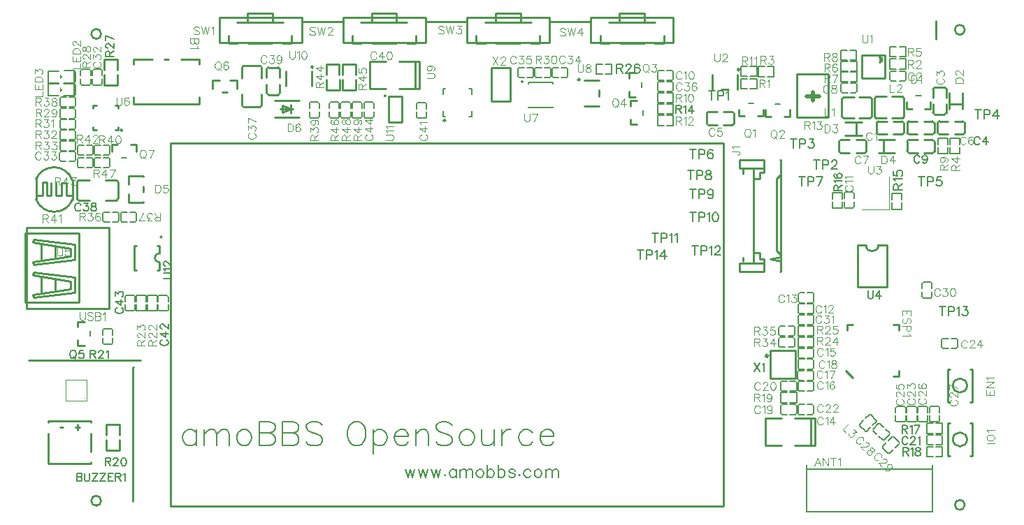
<source format=gto>
G04 Layer: TopSilkLayer*
G04 EasyEDA v6.4.0, 2020-07-10T23:23:17+08:00*
G04 5139bd2fb7c3424f93626a165fee3374,4edbaba1ca844db583ca7d2d7efc84e2,10*
G04 Gerber Generator version 0.2*
G04 Scale: 100 percent, Rotated: No, Reflected: No *
G04 Dimensions in inches *
G04 leading zeros omitted , absolute positions ,2 integer and 4 decimal *
%FSLAX24Y24*%
%MOIN*%
G90*
G70D02*

%ADD10C,0.010000*%
%ADD12C,0.005906*%
%ADD14C,0.006000*%
%ADD15C,0.008000*%
%ADD26C,0.011811*%
%ADD76C,0.019685*%
%ADD80C,0.009921*%
%ADD81C,0.004724*%
%ADD82C,0.005000*%
%ADD83C,0.007874*%
%ADD84C,0.003937*%
%ADD85C,0.004000*%
%ADD86C,0.009842*%

%LPD*%
G54D10*
G01X-185Y13385D02*
G01X-185Y10078D01*
G01X2385Y10078D01*
G01X2385Y13385D01*
G01X-185Y13385D01*
G54D80*
G01X-15Y7300D02*
G01X5299Y7300D01*
G01X5299Y7300D01*
G54D10*
G01X26768Y22480D02*
G01X26768Y23661D01*
G01X30705Y23661D01*
G01X30705Y22480D01*
G01X26768Y22480D01*
G01X20863Y22480D02*
G01X20863Y23661D01*
G01X24800Y23661D01*
G01X24800Y22480D01*
G01X20863Y22480D01*
G01X24800Y23464D02*
G01X26768Y23464D01*
G01X14957Y22480D02*
G01X14957Y23661D01*
G01X18894Y23661D01*
G01X18894Y22480D01*
G01X14957Y22480D01*
G01X18894Y23464D02*
G01X20863Y23464D01*
G01X9052Y22480D02*
G01X9052Y23661D01*
G01X12989Y23661D01*
G01X12989Y22480D01*
G01X9052Y22480D01*
G01X12989Y23464D02*
G01X14957Y23464D01*
G01X43230Y22628D02*
G01X43230Y23514D01*
G54D80*
G01X4949Y587D02*
G01X4949Y6973D01*
G01X4954Y6967D01*
G54D10*
G01X30705Y22480D02*
G01X26768Y22480D01*
G01X30705Y23661D02*
G01X30705Y22480D01*
G01X26768Y22480D02*
G01X26768Y23661D01*
G01X30705Y23661D01*
G01X20863Y23661D02*
G01X24800Y23661D01*
G01X24800Y22480D01*
G01X20863Y22480D01*
G01X20863Y22480D02*
G01X20863Y23661D01*
G01X14957Y22480D02*
G01X14957Y23661D01*
G01X18894Y23661D01*
G01X18894Y22480D01*
G01X14957Y22480D01*
G01X9052Y22480D02*
G01X9052Y23661D01*
G01X12989Y23661D01*
G01X12989Y22480D01*
G01X9052Y22480D01*
G54D12*
G01X42849Y4810D02*
G01X42849Y5054D01*
G01X42849Y4669D02*
G01X42849Y4425D01*
G01X42376Y4669D02*
G01X42376Y4425D01*
G01X42455Y4365D02*
G01X42770Y4365D01*
G01X42376Y4810D02*
G01X42376Y5054D01*
G01X42455Y5113D02*
G01X42770Y5113D01*
G01X42435Y4365D02*
G01X42455Y4365D01*
G01X42789Y4365D02*
G01X42770Y4365D01*
G01X42435Y5113D02*
G01X42455Y5113D01*
G01X42790Y5113D02*
G01X42770Y5113D01*
G54D10*
G01X17147Y18660D02*
G01X17776Y18660D01*
G01X17776Y18660D02*
G01X17776Y19919D01*
G01X17776Y19919D02*
G01X17147Y19919D01*
G01X17147Y18660D02*
G01X17147Y19919D01*
G54D12*
G01X16429Y19330D02*
G01X16429Y19574D01*
G01X16429Y19189D02*
G01X16429Y18945D01*
G01X15956Y19189D02*
G01X15956Y18945D01*
G01X16035Y18885D02*
G01X16350Y18885D01*
G01X15956Y19330D02*
G01X15956Y19574D01*
G01X16035Y19633D02*
G01X16350Y19633D01*
G01X16015Y18885D02*
G01X16035Y18885D01*
G01X16369Y18885D02*
G01X16350Y18885D01*
G01X16015Y19633D02*
G01X16035Y19633D01*
G01X16370Y19633D02*
G01X16350Y19633D01*
G54D10*
G01X17635Y21579D02*
G01X18394Y21579D01*
G01X18394Y20280D01*
G01X18604Y20280D01*
G01X18604Y21579D01*
G01X18394Y21579D01*
G01X17005Y20280D02*
G01X16247Y20280D01*
G01X16247Y21579D01*
G01X17005Y21579D01*
G01X17635Y20280D02*
G01X18394Y20280D01*
G54D12*
G01X18949Y19310D02*
G01X18949Y19554D01*
G01X18949Y19169D02*
G01X18949Y18925D01*
G01X18476Y19169D02*
G01X18476Y18925D01*
G01X18555Y18865D02*
G01X18870Y18865D01*
G01X18476Y19310D02*
G01X18476Y19554D01*
G01X18555Y19613D02*
G01X18870Y19613D01*
G01X18535Y18865D02*
G01X18555Y18865D01*
G01X18889Y18865D02*
G01X18870Y18865D01*
G01X18535Y19613D02*
G01X18555Y19613D01*
G01X18890Y19613D02*
G01X18870Y19613D01*
G01X30260Y20609D02*
G01X30016Y20609D01*
G01X30402Y20609D02*
G01X30646Y20609D01*
G01X30402Y20136D02*
G01X30646Y20136D01*
G01X30705Y20215D02*
G01X30705Y20530D01*
G01X30260Y20136D02*
G01X30016Y20136D01*
G01X29957Y20215D02*
G01X29957Y20530D01*
G01X30705Y20195D02*
G01X30705Y20215D01*
G01X30705Y20550D02*
G01X30705Y20530D01*
G01X29957Y20195D02*
G01X29957Y20215D01*
G01X29957Y20550D02*
G01X29957Y20530D01*
G01X42798Y2703D02*
G01X42798Y3176D01*
G01X43101Y2703D02*
G01X42798Y2703D01*
G01X43546Y2703D02*
G01X43546Y3176D01*
G01X43243Y2703D02*
G01X43546Y2703D01*
G01X43243Y3176D02*
G01X43546Y3176D01*
G01X43101Y3176D02*
G01X42798Y3176D01*
G01X43101Y3736D02*
G01X42857Y3736D01*
G01X43243Y3736D02*
G01X43487Y3736D01*
G01X43243Y3263D02*
G01X43487Y3263D01*
G01X43546Y3342D02*
G01X43546Y3657D01*
G01X43101Y3263D02*
G01X42857Y3263D01*
G01X42798Y3342D02*
G01X42798Y3657D01*
G01X43546Y3322D02*
G01X43546Y3342D01*
G01X43546Y3677D02*
G01X43546Y3657D01*
G01X42798Y3322D02*
G01X42798Y3342D01*
G01X42798Y3677D02*
G01X42798Y3657D01*
G01X42798Y3823D02*
G01X42798Y4296D01*
G01X43101Y3823D02*
G01X42798Y3823D01*
G01X43546Y3823D02*
G01X43546Y4296D01*
G01X43243Y3823D02*
G01X43546Y3823D01*
G01X43243Y4296D02*
G01X43546Y4296D01*
G01X43101Y4296D02*
G01X42798Y4296D01*
G01X42576Y10589D02*
G01X42576Y10345D01*
G01X42576Y10730D02*
G01X42576Y10974D01*
G01X43049Y10730D02*
G01X43049Y10974D01*
G01X42970Y11034D02*
G01X42655Y11034D01*
G01X43049Y10589D02*
G01X43049Y10345D01*
G01X42970Y10285D02*
G01X42655Y10285D01*
G01X42989Y11034D02*
G01X42970Y11034D01*
G01X42635Y11034D02*
G01X42655Y11034D01*
G01X42990Y10285D02*
G01X42970Y10285D01*
G01X42635Y10285D02*
G01X42655Y10285D01*
G01X36961Y9486D02*
G01X36717Y9486D01*
G01X37103Y9486D02*
G01X37347Y9486D01*
G01X37103Y9013D02*
G01X37347Y9013D01*
G01X37406Y9092D02*
G01X37406Y9407D01*
G01X36961Y9013D02*
G01X36717Y9013D01*
G01X36658Y9092D02*
G01X36658Y9407D01*
G01X37406Y9072D02*
G01X37406Y9092D01*
G01X37406Y9427D02*
G01X37406Y9407D01*
G01X36658Y9072D02*
G01X36658Y9092D01*
G01X36658Y9427D02*
G01X36658Y9407D01*
G01X43399Y4810D02*
G01X43399Y5054D01*
G01X43399Y4669D02*
G01X43399Y4425D01*
G01X42926Y4669D02*
G01X42926Y4425D01*
G01X43005Y4365D02*
G01X43320Y4365D01*
G01X42926Y4810D02*
G01X42926Y5054D01*
G01X43005Y5113D02*
G01X43320Y5113D01*
G01X42985Y4365D02*
G01X43005Y4365D01*
G01X43339Y4365D02*
G01X43320Y4365D01*
G01X42985Y5113D02*
G01X43005Y5113D01*
G01X43340Y5113D02*
G01X43320Y5113D01*
G01X40875Y3376D02*
G01X40703Y3204D01*
G01X40975Y3477D02*
G01X41148Y3649D01*
G01X41309Y3143D02*
G01X41482Y3315D01*
G01X41468Y3413D02*
G01X41245Y3635D01*
G01X41209Y3042D02*
G01X41037Y2870D01*
G01X40939Y2884D02*
G01X40717Y3106D01*
G01X41482Y3399D02*
G01X41468Y3413D01*
G01X41232Y3649D02*
G01X41245Y3635D01*
G01X40953Y2870D02*
G01X40939Y2884D01*
G01X40703Y3120D02*
G01X40717Y3106D01*
G01X40515Y3682D02*
G01X40688Y3510D01*
G01X40415Y3783D02*
G01X40243Y3955D01*
G01X40749Y4117D02*
G01X40577Y4289D01*
G01X40479Y4275D02*
G01X40256Y4053D01*
G01X40849Y4016D02*
G01X41022Y3844D01*
G01X41008Y3746D02*
G01X40785Y3524D01*
G01X40493Y4289D02*
G01X40479Y4275D01*
G01X40243Y4039D02*
G01X40256Y4053D01*
G01X41022Y3760D02*
G01X41008Y3746D01*
G01X40771Y3510D02*
G01X40785Y3524D01*
G01X43963Y7883D02*
G01X44207Y7883D01*
G01X43821Y7883D02*
G01X43577Y7883D01*
G01X43821Y8356D02*
G01X43577Y8356D01*
G01X43518Y8277D02*
G01X43518Y7962D01*
G01X43963Y8356D02*
G01X44207Y8356D01*
G01X44266Y8277D02*
G01X44266Y7962D01*
G01X43518Y8297D02*
G01X43518Y8277D01*
G01X43518Y7942D02*
G01X43518Y7962D01*
G01X44266Y8297D02*
G01X44266Y8277D01*
G01X44266Y7942D02*
G01X44266Y7962D01*
G01X41316Y4669D02*
G01X41316Y4425D01*
G01X41316Y4810D02*
G01X41316Y5054D01*
G01X41789Y4810D02*
G01X41789Y5054D01*
G01X41710Y5114D02*
G01X41395Y5114D01*
G01X41789Y4669D02*
G01X41789Y4425D01*
G01X41710Y4365D02*
G01X41395Y4365D01*
G01X41729Y5114D02*
G01X41710Y5114D01*
G01X41375Y5114D02*
G01X41395Y5114D01*
G01X41730Y4365D02*
G01X41710Y4365D01*
G01X41375Y4365D02*
G01X41395Y4365D01*
G01X41846Y4669D02*
G01X41846Y4425D01*
G01X41846Y4810D02*
G01X41846Y5054D01*
G01X42319Y4810D02*
G01X42319Y5054D01*
G01X42240Y5114D02*
G01X41925Y5114D01*
G01X42319Y4669D02*
G01X42319Y4425D01*
G01X42240Y4365D02*
G01X41925Y4365D01*
G01X42259Y5114D02*
G01X42240Y5114D01*
G01X41905Y5114D02*
G01X41925Y5114D01*
G01X42260Y4365D02*
G01X42240Y4365D01*
G01X41905Y4365D02*
G01X41925Y4365D01*
G01X36586Y5761D02*
G01X36586Y5288D01*
G01X36283Y5761D02*
G01X36586Y5761D01*
G01X35838Y5761D02*
G01X35838Y5288D01*
G01X36141Y5761D02*
G01X35838Y5761D01*
G01X36141Y5288D02*
G01X35838Y5288D01*
G01X36283Y5288D02*
G01X36586Y5288D01*
G01X37103Y4723D02*
G01X37347Y4723D01*
G01X36961Y4723D02*
G01X36717Y4723D01*
G01X36961Y5196D02*
G01X36717Y5196D01*
G01X36658Y5117D02*
G01X36658Y4802D01*
G01X37103Y5196D02*
G01X37347Y5196D01*
G01X37406Y5117D02*
G01X37406Y4802D01*
G01X36658Y5137D02*
G01X36658Y5117D01*
G01X36658Y4782D02*
G01X36658Y4802D01*
G01X37406Y5137D02*
G01X37406Y5117D01*
G01X37406Y4782D02*
G01X37406Y4802D01*
G54D76*
G01X37061Y19910D02*
G01X37661Y19910D01*
G01X37361Y20110D02*
G01X37361Y19710D01*
G54D10*
G01X36961Y20960D02*
G01X36611Y20960D01*
G01X36611Y18910D01*
G01X38111Y18910D01*
G01X38111Y20960D01*
G01X36961Y20960D01*
G54D12*
G01X3963Y13913D02*
G01X4207Y13913D01*
G01X3821Y13913D02*
G01X3577Y13913D01*
G01X3821Y14386D02*
G01X3577Y14386D01*
G01X3518Y14307D02*
G01X3518Y13992D01*
G01X3963Y14386D02*
G01X4207Y14386D01*
G01X4266Y14307D02*
G01X4266Y13992D01*
G01X3518Y14327D02*
G01X3518Y14307D01*
G01X3518Y13972D02*
G01X3518Y13992D01*
G01X4266Y14327D02*
G01X4266Y14307D01*
G01X4266Y13972D02*
G01X4266Y13992D01*
G01X6091Y9665D02*
G01X5619Y9665D01*
G01X6091Y9969D02*
G01X6091Y9665D01*
G01X6091Y10413D02*
G01X5619Y10413D01*
G01X6091Y10110D02*
G01X6091Y10413D01*
G01X5619Y10110D02*
G01X5619Y10413D01*
G01X5619Y9969D02*
G01X5619Y9665D01*
G01X5565Y9665D02*
G01X5093Y9665D01*
G01X5565Y9969D02*
G01X5565Y9665D01*
G01X5565Y10413D02*
G01X5093Y10413D01*
G01X5565Y10110D02*
G01X5565Y10413D01*
G01X5093Y10110D02*
G01X5093Y10413D01*
G01X5093Y9969D02*
G01X5093Y9665D01*
G01X37406Y8424D02*
G01X37406Y7951D01*
G01X37103Y8424D02*
G01X37406Y8424D01*
G01X36658Y8424D02*
G01X36658Y7951D01*
G01X36961Y8424D02*
G01X36658Y8424D01*
G01X36961Y7951D02*
G01X36658Y7951D01*
G01X37103Y7951D02*
G01X37406Y7951D01*
G01X37406Y8955D02*
G01X37406Y8482D01*
G01X37103Y8955D02*
G01X37406Y8955D01*
G01X36658Y8955D02*
G01X36658Y8482D01*
G01X36961Y8955D02*
G01X36658Y8955D01*
G01X36961Y8482D02*
G01X36658Y8482D01*
G01X37103Y8482D02*
G01X37406Y8482D01*
G01X30706Y20071D02*
G01X30706Y19598D01*
G01X30403Y20071D02*
G01X30706Y20071D01*
G01X29958Y20071D02*
G01X29958Y19598D01*
G01X30261Y20071D02*
G01X29958Y20071D01*
G01X30261Y19598D02*
G01X29958Y19598D01*
G01X30403Y19598D02*
G01X30706Y19598D01*
G01X30706Y18996D02*
G01X30706Y18523D01*
G01X30403Y18996D02*
G01X30706Y18996D01*
G01X29958Y18996D02*
G01X29958Y18523D01*
G01X30261Y18996D02*
G01X29958Y18996D01*
G01X30261Y18523D02*
G01X29958Y18523D01*
G01X30403Y18523D02*
G01X30706Y18523D01*
G01X30706Y19534D02*
G01X30706Y19061D01*
G01X30403Y19534D02*
G01X30706Y19534D01*
G01X29958Y19534D02*
G01X29958Y19061D01*
G01X30261Y19534D02*
G01X29958Y19534D01*
G01X30261Y19061D02*
G01X29958Y19061D01*
G01X30403Y19061D02*
G01X30706Y19061D01*
G01X41598Y14525D02*
G01X41126Y14525D01*
G01X41598Y14829D02*
G01X41598Y14525D01*
G01X41598Y15273D02*
G01X41126Y15273D01*
G01X41598Y14970D02*
G01X41598Y15273D01*
G01X41126Y14970D02*
G01X41126Y15273D01*
G01X41126Y14829D02*
G01X41126Y14525D01*
G01X33938Y20863D02*
G01X33938Y21336D01*
G01X34241Y20863D02*
G01X33938Y20863D01*
G01X34686Y20863D02*
G01X34686Y21336D01*
G01X34383Y20863D02*
G01X34686Y20863D01*
G01X34383Y21336D02*
G01X34686Y21336D01*
G01X34241Y21336D02*
G01X33938Y21336D01*
G01X4661Y14386D02*
G01X4417Y14386D01*
G01X4803Y14386D02*
G01X5047Y14386D01*
G01X4803Y13913D02*
G01X5047Y13913D01*
G01X5106Y13992D02*
G01X5106Y14307D01*
G01X4661Y13913D02*
G01X4417Y13913D01*
G01X4358Y13992D02*
G01X4358Y14307D01*
G01X5106Y13972D02*
G01X5106Y13992D01*
G01X5106Y14327D02*
G01X5106Y14307D01*
G01X4358Y13972D02*
G01X4358Y13992D01*
G01X4358Y14327D02*
G01X4358Y14307D01*
G01X38309Y15323D02*
G01X38781Y15323D01*
G01X38309Y15020D02*
G01X38309Y15323D01*
G01X38309Y14575D02*
G01X38781Y14575D01*
G01X38309Y14878D02*
G01X38309Y14575D01*
G01X38781Y14878D02*
G01X38781Y14575D01*
G01X38781Y15020D02*
G01X38781Y15323D01*
G01X27776Y21446D02*
G01X27776Y20973D01*
G01X27473Y21446D02*
G01X27776Y21446D01*
G01X27028Y21446D02*
G01X27028Y20973D01*
G01X27331Y21446D02*
G01X27028Y21446D01*
G01X27331Y20973D02*
G01X27028Y20973D01*
G01X27473Y20973D02*
G01X27776Y20973D01*
G01X3533Y16503D02*
G01X3777Y16503D01*
G01X3391Y16503D02*
G01X3147Y16503D01*
G01X3391Y16976D02*
G01X3147Y16976D01*
G01X3088Y16897D02*
G01X3088Y16582D01*
G01X3533Y16976D02*
G01X3777Y16976D01*
G01X3836Y16897D02*
G01X3836Y16582D01*
G01X3088Y16917D02*
G01X3088Y16897D01*
G01X3088Y16562D02*
G01X3088Y16582D01*
G01X3836Y16917D02*
G01X3836Y16897D01*
G01X3836Y16562D02*
G01X3836Y16582D01*
G01X2733Y17103D02*
G01X2977Y17103D01*
G01X2591Y17103D02*
G01X2347Y17103D01*
G01X2591Y17576D02*
G01X2347Y17576D01*
G01X2288Y17497D02*
G01X2288Y17182D01*
G01X2733Y17576D02*
G01X2977Y17576D01*
G01X3036Y17497D02*
G01X3036Y17182D01*
G01X2288Y17517D02*
G01X2288Y17497D01*
G01X2288Y17162D02*
G01X2288Y17182D01*
G01X3036Y17517D02*
G01X3036Y17497D01*
G01X3036Y17162D02*
G01X3036Y17182D01*
G01X14306Y19189D02*
G01X14306Y18945D01*
G01X14306Y19330D02*
G01X14306Y19574D01*
G01X14779Y19330D02*
G01X14779Y19574D01*
G01X14700Y19634D02*
G01X14385Y19634D01*
G01X14779Y19189D02*
G01X14779Y18945D01*
G01X14700Y18885D02*
G01X14385Y18885D01*
G01X14719Y19634D02*
G01X14700Y19634D01*
G01X14365Y19634D02*
G01X14385Y19634D01*
G01X14720Y18885D02*
G01X14700Y18885D01*
G01X14365Y18885D02*
G01X14385Y18885D01*
G01X3533Y17103D02*
G01X3777Y17103D01*
G01X3391Y17103D02*
G01X3147Y17103D01*
G01X3391Y17576D02*
G01X3147Y17576D01*
G01X3088Y17497D02*
G01X3088Y17182D01*
G01X3533Y17576D02*
G01X3777Y17576D01*
G01X3836Y17497D02*
G01X3836Y17182D01*
G01X3088Y17517D02*
G01X3088Y17497D01*
G01X3088Y17162D02*
G01X3088Y17182D01*
G01X3836Y17517D02*
G01X3836Y17497D01*
G01X3836Y17162D02*
G01X3836Y17182D01*
G01X2591Y16976D02*
G01X2347Y16976D01*
G01X2733Y16976D02*
G01X2977Y16976D01*
G01X2733Y16503D02*
G01X2977Y16503D01*
G01X3036Y16582D02*
G01X3036Y16897D01*
G01X2591Y16503D02*
G01X2347Y16503D01*
G01X2288Y16582D02*
G01X2288Y16897D01*
G01X3036Y16562D02*
G01X3036Y16582D01*
G01X3036Y16917D02*
G01X3036Y16897D01*
G01X2288Y16562D02*
G01X2288Y16582D01*
G01X2288Y16917D02*
G01X2288Y16897D01*
G01X1761Y19876D02*
G01X1517Y19876D01*
G01X1903Y19876D02*
G01X2147Y19876D01*
G01X1903Y19403D02*
G01X2147Y19403D01*
G01X2206Y19482D02*
G01X2206Y19797D01*
G01X1761Y19403D02*
G01X1517Y19403D01*
G01X1458Y19482D02*
G01X1458Y19797D01*
G01X2206Y19462D02*
G01X2206Y19482D01*
G01X2206Y19817D02*
G01X2206Y19797D01*
G01X1458Y19462D02*
G01X1458Y19482D01*
G01X1458Y19817D02*
G01X1458Y19797D01*
G01X13829Y19330D02*
G01X13829Y19574D01*
G01X13829Y19189D02*
G01X13829Y18945D01*
G01X13356Y19189D02*
G01X13356Y18945D01*
G01X13435Y18885D02*
G01X13750Y18885D01*
G01X13356Y19330D02*
G01X13356Y19574D01*
G01X13435Y19633D02*
G01X13750Y19633D01*
G01X13415Y18885D02*
G01X13435Y18885D01*
G01X13769Y18885D02*
G01X13750Y18885D01*
G01X13415Y19633D02*
G01X13435Y19633D01*
G01X13770Y19633D02*
G01X13750Y19633D01*
G01X14846Y19189D02*
G01X14846Y18945D01*
G01X14846Y19330D02*
G01X14846Y19574D01*
G01X15319Y19330D02*
G01X15319Y19574D01*
G01X15240Y19634D02*
G01X14925Y19634D01*
G01X15319Y19189D02*
G01X15319Y18945D01*
G01X15240Y18885D02*
G01X14925Y18885D01*
G01X15259Y19634D02*
G01X15240Y19634D01*
G01X14905Y19634D02*
G01X14925Y19634D01*
G01X15260Y18885D02*
G01X15240Y18885D01*
G01X14905Y18885D02*
G01X14925Y18885D01*
G01X15386Y19189D02*
G01X15386Y18945D01*
G01X15386Y19330D02*
G01X15386Y19574D01*
G01X15859Y19330D02*
G01X15859Y19574D01*
G01X15780Y19634D02*
G01X15465Y19634D01*
G01X15859Y19189D02*
G01X15859Y18945D01*
G01X15780Y18885D02*
G01X15465Y18885D01*
G01X15799Y19634D02*
G01X15780Y19634D01*
G01X15445Y19634D02*
G01X15465Y19634D01*
G01X15800Y18885D02*
G01X15780Y18885D01*
G01X15445Y18885D02*
G01X15465Y18885D01*
G54D10*
G01X325Y15971D02*
G01X325Y14987D01*
G01X2057Y15892D02*
G01X2057Y14987D01*
G01X2057Y15184D02*
G01X1781Y15184D01*
G01X1781Y15774D01*
G01X1545Y15774D01*
G01X1545Y15184D01*
G01X1270Y15184D01*
G01X1270Y15774D01*
G01X1033Y15774D02*
G01X1033Y15184D01*
G01X837Y15184D01*
G01X837Y15814D01*
G01X640Y15814D01*
G01X640Y15184D01*
G01X325Y15184D01*
G01X11868Y19990D02*
G01X11396Y19990D01*
G01X11947Y20797D02*
G01X11947Y21191D01*
G01X11317Y20797D02*
G01X11317Y21191D01*
G01X11947Y20482D02*
G01X11947Y20088D01*
G01X11317Y20482D02*
G01X11317Y20088D01*
G01X11868Y21289D02*
G01X11396Y21289D01*
G01X11947Y21210D02*
G01X11947Y21191D01*
G01X11317Y21210D02*
G01X11317Y21191D01*
G01X11947Y20069D02*
G01X11947Y20088D01*
G01X11317Y20069D02*
G01X11317Y20088D01*
G01X4236Y15823D02*
G01X4236Y15036D01*
G01X2858Y15902D02*
G01X2385Y15902D01*
G01X2858Y14957D02*
G01X2385Y14957D01*
G01X3645Y15902D02*
G01X4118Y15902D01*
G01X3645Y14957D02*
G01X4118Y14957D01*
G01X2267Y15823D02*
G01X2267Y15036D01*
G01X2346Y15902D02*
G01X2385Y15902D01*
G01X2346Y14957D02*
G01X2385Y14957D01*
G01X4157Y15902D02*
G01X4118Y15902D01*
G01X4157Y14957D02*
G01X4118Y14957D01*
G01X10218Y21374D02*
G01X11005Y21374D01*
G01X10139Y19996D02*
G01X10139Y19523D01*
G01X11084Y19996D02*
G01X11084Y19523D01*
G01X10139Y20783D02*
G01X10139Y21256D01*
G01X11084Y20783D02*
G01X11084Y21256D01*
G01X10218Y19405D02*
G01X11005Y19405D01*
G01X10139Y19484D02*
G01X10139Y19523D01*
G01X11084Y19484D02*
G01X11084Y19523D01*
G01X10139Y21295D02*
G01X10139Y21256D01*
G01X11084Y21295D02*
G01X11084Y21256D01*
G54D12*
G01X25377Y20813D02*
G01X25621Y20813D01*
G01X25235Y20813D02*
G01X24991Y20813D01*
G01X25235Y21286D02*
G01X24991Y21286D01*
G01X24932Y21207D02*
G01X24932Y20892D01*
G01X25377Y21286D02*
G01X25621Y21286D01*
G01X25680Y21207D02*
G01X25680Y20892D01*
G01X24932Y21227D02*
G01X24932Y21207D01*
G01X24932Y20872D02*
G01X24932Y20892D01*
G01X25680Y21227D02*
G01X25680Y21207D01*
G01X25680Y20872D02*
G01X25680Y20892D01*
G01X23606Y21286D02*
G01X23362Y21286D01*
G01X23748Y21286D02*
G01X23992Y21286D01*
G01X23748Y20813D02*
G01X23992Y20813D01*
G01X24051Y20892D02*
G01X24051Y21207D01*
G01X23606Y20813D02*
G01X23362Y20813D01*
G01X23303Y20892D02*
G01X23303Y21207D01*
G01X24051Y20872D02*
G01X24051Y20892D01*
G01X24051Y21227D02*
G01X24051Y21207D01*
G01X23303Y20872D02*
G01X23303Y20892D01*
G01X23303Y21227D02*
G01X23303Y21207D01*
G01X1751Y17276D02*
G01X1507Y17276D01*
G01X1893Y17276D02*
G01X2137Y17276D01*
G01X1893Y16803D02*
G01X2137Y16803D01*
G01X2196Y16882D02*
G01X2196Y17197D01*
G01X1751Y16803D02*
G01X1507Y16803D01*
G01X1448Y16882D02*
G01X1448Y17197D01*
G01X2196Y16862D02*
G01X2196Y16882D01*
G01X2196Y17217D02*
G01X2196Y17197D01*
G01X1448Y16862D02*
G01X1448Y16882D01*
G01X1448Y17217D02*
G01X1448Y17197D01*
G01X2919Y20894D02*
G01X2919Y21138D01*
G01X2919Y20753D02*
G01X2919Y20509D01*
G01X2446Y20753D02*
G01X2446Y20509D01*
G01X2525Y20449D02*
G01X2840Y20449D01*
G01X2446Y20894D02*
G01X2446Y21138D01*
G01X2525Y21197D02*
G01X2840Y21197D01*
G01X2505Y20449D02*
G01X2525Y20449D01*
G01X2859Y20449D02*
G01X2840Y20449D01*
G01X2505Y21197D02*
G01X2525Y21197D01*
G01X2860Y21197D02*
G01X2840Y21197D01*
G01X36193Y7933D02*
G01X36437Y7933D01*
G01X36051Y7933D02*
G01X35807Y7933D01*
G01X36051Y8406D02*
G01X35807Y8406D01*
G01X35748Y8327D02*
G01X35748Y8012D01*
G01X36193Y8406D02*
G01X36437Y8406D01*
G01X36496Y8327D02*
G01X36496Y8012D01*
G01X35748Y8347D02*
G01X35748Y8327D01*
G01X35748Y7992D02*
G01X35748Y8012D01*
G01X36496Y8347D02*
G01X36496Y8327D01*
G01X36496Y7992D02*
G01X36496Y8012D01*
G01X36193Y8473D02*
G01X36437Y8473D01*
G01X36051Y8473D02*
G01X35807Y8473D01*
G01X36051Y8946D02*
G01X35807Y8946D01*
G01X35748Y8867D02*
G01X35748Y8552D01*
G01X36193Y8946D02*
G01X36437Y8946D01*
G01X36496Y8867D02*
G01X36496Y8552D01*
G01X35748Y8887D02*
G01X35748Y8867D01*
G01X35748Y8532D02*
G01X35748Y8552D01*
G01X36496Y8887D02*
G01X36496Y8867D01*
G01X36496Y8532D02*
G01X36496Y8552D01*
G01X24563Y20813D02*
G01X24807Y20813D01*
G01X24421Y20813D02*
G01X24177Y20813D01*
G01X24421Y21286D02*
G01X24177Y21286D01*
G01X24118Y21207D02*
G01X24118Y20892D01*
G01X24563Y21286D02*
G01X24807Y21286D01*
G01X24866Y21207D02*
G01X24866Y20892D01*
G01X24118Y21227D02*
G01X24118Y21207D01*
G01X24118Y20872D02*
G01X24118Y20892D01*
G01X24866Y21227D02*
G01X24866Y21207D01*
G01X24866Y20872D02*
G01X24866Y20892D01*
G01X1755Y18814D02*
G01X1511Y18814D01*
G01X1897Y18814D02*
G01X2141Y18814D01*
G01X1897Y18341D02*
G01X2141Y18341D01*
G01X2200Y18420D02*
G01X2200Y18735D01*
G01X1755Y18341D02*
G01X1511Y18341D01*
G01X1452Y18420D02*
G01X1452Y18735D01*
G01X2200Y18400D02*
G01X2200Y18420D01*
G01X2200Y18755D02*
G01X2200Y18735D01*
G01X1452Y18400D02*
G01X1452Y18420D01*
G01X1452Y18755D02*
G01X1452Y18735D01*
G01X1755Y18300D02*
G01X1511Y18300D01*
G01X1897Y18300D02*
G01X2141Y18300D01*
G01X1897Y17827D02*
G01X2141Y17827D01*
G01X2200Y17906D02*
G01X2200Y18221D01*
G01X1755Y17827D02*
G01X1511Y17827D01*
G01X1452Y17906D02*
G01X1452Y18221D01*
G01X2200Y17886D02*
G01X2200Y17906D01*
G01X2200Y18241D02*
G01X2200Y18221D01*
G01X1452Y17886D02*
G01X1452Y17906D01*
G01X1452Y18241D02*
G01X1452Y18221D01*
G01X1755Y17786D02*
G01X1511Y17786D01*
G01X1897Y17786D02*
G01X2141Y17786D01*
G01X1897Y17313D02*
G01X2141Y17313D01*
G01X2200Y17392D02*
G01X2200Y17707D01*
G01X1755Y17313D02*
G01X1511Y17313D01*
G01X1452Y17392D02*
G01X1452Y17707D01*
G01X2200Y17372D02*
G01X2200Y17392D01*
G01X2200Y17727D02*
G01X2200Y17707D01*
G01X1452Y17372D02*
G01X1452Y17392D01*
G01X1452Y17727D02*
G01X1452Y17707D01*
G01X1756Y19327D02*
G01X1512Y19327D01*
G01X1898Y19327D02*
G01X2142Y19327D01*
G01X1898Y18854D02*
G01X2142Y18854D01*
G01X2201Y18933D02*
G01X2201Y19248D01*
G01X1756Y18854D02*
G01X1512Y18854D01*
G01X1453Y18933D02*
G01X1453Y19248D01*
G01X2201Y18913D02*
G01X2201Y18933D01*
G01X2201Y19268D02*
G01X2201Y19248D01*
G01X1453Y18913D02*
G01X1453Y18933D01*
G01X1453Y19268D02*
G01X1453Y19248D01*
G54D10*
G01X15567Y21440D02*
G01X14937Y21440D01*
G01X14939Y20711D02*
G01X14939Y20219D01*
G01X15569Y20711D02*
G01X15569Y20219D01*
G01X14937Y20948D02*
G01X14937Y21440D01*
G01X15567Y20948D02*
G01X15567Y21440D01*
G01X15569Y20219D02*
G01X14939Y20219D01*
G01X14157Y20219D02*
G01X14787Y20219D01*
G01X14785Y20948D02*
G01X14785Y21440D01*
G01X14155Y20948D02*
G01X14155Y21440D01*
G01X14787Y20711D02*
G01X14787Y20219D01*
G01X14157Y20711D02*
G01X14157Y20219D01*
G01X14155Y21440D02*
G01X14785Y21440D01*
G54D12*
G01X3506Y8379D02*
G01X3506Y8135D01*
G01X3506Y8520D02*
G01X3506Y8764D01*
G01X3979Y8520D02*
G01X3979Y8764D01*
G01X3900Y8824D02*
G01X3585Y8824D01*
G01X3979Y8379D02*
G01X3979Y8135D01*
G01X3900Y8075D02*
G01X3585Y8075D01*
G01X3919Y8824D02*
G01X3900Y8824D01*
G01X3565Y8824D02*
G01X3585Y8824D01*
G01X3920Y8075D02*
G01X3900Y8075D01*
G01X3565Y8075D02*
G01X3585Y8075D01*
G54D10*
G01X4307Y4230D02*
G01X3677Y4230D01*
G01X3679Y3501D02*
G01X3679Y3009D01*
G01X4309Y3501D02*
G01X4309Y3009D01*
G01X3677Y3738D02*
G01X3677Y4230D01*
G01X4307Y3738D02*
G01X4307Y4230D01*
G01X4309Y3009D02*
G01X3679Y3009D01*
G01X4187Y21670D02*
G01X3557Y21670D01*
G01X3559Y20941D02*
G01X3559Y20449D01*
G01X4189Y20941D02*
G01X4189Y20449D01*
G01X3557Y21178D02*
G01X3557Y21670D01*
G01X4187Y21178D02*
G01X4187Y21670D01*
G01X4189Y20449D02*
G01X3559Y20449D01*
G54D12*
G01X5039Y10110D02*
G01X5039Y10354D01*
G01X5039Y9969D02*
G01X5039Y9725D01*
G01X4566Y9969D02*
G01X4566Y9725D01*
G01X4645Y9665D02*
G01X4960Y9665D01*
G01X4566Y10110D02*
G01X4566Y10354D01*
G01X4645Y10413D02*
G01X4960Y10413D01*
G01X4625Y9665D02*
G01X4645Y9665D01*
G01X4979Y9665D02*
G01X4960Y9665D01*
G01X4625Y10413D02*
G01X4645Y10413D01*
G01X4980Y10413D02*
G01X4960Y10413D01*
G01X6619Y10110D02*
G01X6619Y10354D01*
G01X6619Y9969D02*
G01X6619Y9725D01*
G01X6146Y9969D02*
G01X6146Y9725D01*
G01X6225Y9665D02*
G01X6540Y9665D01*
G01X6146Y10110D02*
G01X6146Y10354D01*
G01X6225Y10413D02*
G01X6540Y10413D01*
G01X6205Y9665D02*
G01X6225Y9665D01*
G01X6559Y9665D02*
G01X6540Y9665D01*
G01X6205Y10413D02*
G01X6225Y10413D01*
G01X6560Y10413D02*
G01X6540Y10413D01*
G54D10*
G01X5011Y11609D02*
G01X5011Y12790D01*
G01X5090Y12790D01*
G01X6113Y12790D02*
G01X6191Y12790D01*
G01X5011Y11609D02*
G01X5090Y11609D01*
G01X6113Y11609D02*
G01X6201Y11609D01*
G01X6201Y11609D02*
G01X6201Y11984D01*
G01X6191Y12414D02*
G01X6191Y12790D01*
G54D12*
G01X3474Y20894D02*
G01X3474Y21138D01*
G01X3474Y20753D02*
G01X3474Y20509D01*
G01X3001Y20753D02*
G01X3001Y20509D01*
G01X3080Y20449D02*
G01X3395Y20449D01*
G01X3001Y20894D02*
G01X3001Y21138D01*
G01X3080Y21197D02*
G01X3395Y21197D01*
G01X3060Y20449D02*
G01X3080Y20449D01*
G01X3414Y20449D02*
G01X3395Y20449D01*
G01X3060Y21197D02*
G01X3080Y21197D01*
G01X3415Y21197D02*
G01X3395Y21197D01*
G01X30261Y21146D02*
G01X30017Y21146D01*
G01X30403Y21146D02*
G01X30647Y21146D01*
G01X30403Y20673D02*
G01X30647Y20673D01*
G01X30706Y20752D02*
G01X30706Y21067D01*
G01X30261Y20673D02*
G01X30017Y20673D01*
G01X29958Y20752D02*
G01X29958Y21067D01*
G01X30706Y20732D02*
G01X30706Y20752D01*
G01X30706Y21087D02*
G01X30706Y21067D01*
G01X29958Y20732D02*
G01X29958Y20752D01*
G01X29958Y21087D02*
G01X29958Y21067D01*
G01X36971Y10526D02*
G01X36727Y10526D01*
G01X37113Y10526D02*
G01X37357Y10526D01*
G01X37113Y10053D02*
G01X37357Y10053D01*
G01X37416Y10132D02*
G01X37416Y10447D01*
G01X36971Y10053D02*
G01X36727Y10053D01*
G01X36668Y10132D02*
G01X36668Y10447D01*
G01X37416Y10112D02*
G01X37416Y10132D01*
G01X37416Y10467D02*
G01X37416Y10447D01*
G01X36668Y10112D02*
G01X36668Y10132D01*
G01X36668Y10467D02*
G01X36668Y10447D01*
G01X36971Y10006D02*
G01X36727Y10006D01*
G01X37113Y10006D02*
G01X37357Y10006D01*
G01X37113Y9533D02*
G01X37357Y9533D01*
G01X37416Y9612D02*
G01X37416Y9927D01*
G01X36971Y9533D02*
G01X36727Y9533D01*
G01X36668Y9612D02*
G01X36668Y9927D01*
G01X37416Y9592D02*
G01X37416Y9612D01*
G01X37416Y9947D02*
G01X37416Y9927D01*
G01X36668Y9592D02*
G01X36668Y9612D01*
G01X36668Y9947D02*
G01X36668Y9927D01*
G54D81*
G01X39713Y14513D02*
G01X41012Y14513D01*
G01X41012Y16087D01*
G54D12*
G01X38859Y14889D02*
G01X38859Y14645D01*
G01X38859Y15030D02*
G01X38859Y15275D01*
G01X39331Y15030D02*
G01X39331Y15275D01*
G01X39253Y15334D02*
G01X38938Y15334D01*
G01X39331Y14889D02*
G01X39331Y14645D01*
G01X39253Y14586D02*
G01X38938Y14586D01*
G01X39272Y15334D02*
G01X39253Y15334D01*
G01X38918Y15334D02*
G01X38938Y15334D01*
G01X39272Y14586D02*
G01X39253Y14586D01*
G01X38918Y14586D02*
G01X38938Y14586D01*
G54D82*
G01X43059Y2310D02*
G01X43059Y65D01*
G01X37074Y65D01*
G01X37074Y2310D01*
G01X43059Y2112D02*
G01X37114Y2112D01*
G54D12*
G01X36283Y5833D02*
G01X36527Y5833D01*
G01X36141Y5833D02*
G01X35897Y5833D01*
G01X36141Y6306D02*
G01X35897Y6306D01*
G01X35838Y6227D02*
G01X35838Y5912D01*
G01X36283Y6306D02*
G01X36527Y6306D01*
G01X36586Y6227D02*
G01X36586Y5912D01*
G01X35838Y6247D02*
G01X35838Y6227D01*
G01X35838Y5892D02*
G01X35838Y5912D01*
G01X36586Y6247D02*
G01X36586Y6227D01*
G01X36586Y5892D02*
G01X36586Y5912D01*
G01X36283Y4723D02*
G01X36527Y4723D01*
G01X36141Y4723D02*
G01X35897Y4723D01*
G01X36141Y5196D02*
G01X35897Y5196D01*
G01X35838Y5117D02*
G01X35838Y4802D01*
G01X36283Y5196D02*
G01X36527Y5196D01*
G01X36586Y5117D02*
G01X36586Y4802D01*
G01X35838Y5137D02*
G01X35838Y5117D01*
G01X35838Y4782D02*
G01X35838Y4802D01*
G01X36586Y5137D02*
G01X36586Y5117D01*
G01X36586Y4782D02*
G01X36586Y4802D01*
G01X36962Y6299D02*
G01X36718Y6299D01*
G01X37104Y6299D02*
G01X37348Y6299D01*
G01X37104Y5826D02*
G01X37348Y5826D01*
G01X37407Y5905D02*
G01X37407Y6220D01*
G01X36962Y5826D02*
G01X36718Y5826D01*
G01X36659Y5905D02*
G01X36659Y6220D01*
G01X37407Y5885D02*
G01X37407Y5905D01*
G01X37407Y6240D02*
G01X37407Y6220D01*
G01X36659Y5885D02*
G01X36659Y5905D01*
G01X36659Y6240D02*
G01X36659Y6220D01*
G01X36951Y6816D02*
G01X36707Y6816D01*
G01X37093Y6816D02*
G01X37337Y6816D01*
G01X37093Y6343D02*
G01X37337Y6343D01*
G01X37396Y6422D02*
G01X37396Y6737D01*
G01X36951Y6343D02*
G01X36707Y6343D01*
G01X36648Y6422D02*
G01X36648Y6737D01*
G01X37396Y6402D02*
G01X37396Y6422D01*
G01X37396Y6757D02*
G01X37396Y6737D01*
G01X36648Y6402D02*
G01X36648Y6422D01*
G01X36648Y6757D02*
G01X36648Y6737D01*
G01X37104Y6888D02*
G01X37348Y6888D01*
G01X36962Y6888D02*
G01X36718Y6888D01*
G01X36962Y7361D02*
G01X36718Y7361D01*
G01X36659Y7282D02*
G01X36659Y6967D01*
G01X37104Y7361D02*
G01X37348Y7361D01*
G01X37407Y7282D02*
G01X37407Y6967D01*
G01X36659Y7302D02*
G01X36659Y7282D01*
G01X36659Y6947D02*
G01X36659Y6967D01*
G01X37407Y7302D02*
G01X37407Y7282D01*
G01X37407Y6947D02*
G01X37407Y6967D01*
G01X37104Y7419D02*
G01X37348Y7419D01*
G01X36962Y7419D02*
G01X36718Y7419D01*
G01X36962Y7892D02*
G01X36718Y7892D01*
G01X36659Y7813D02*
G01X36659Y7498D01*
G01X37104Y7892D02*
G01X37348Y7892D01*
G01X37407Y7813D02*
G01X37407Y7498D01*
G01X36659Y7833D02*
G01X36659Y7813D01*
G01X36659Y7478D02*
G01X36659Y7498D01*
G01X37407Y7833D02*
G01X37407Y7813D01*
G01X37407Y7478D02*
G01X37407Y7498D01*
G54D10*
G01X38942Y6800D02*
G01X39252Y6490D01*
G01X39252Y9000D02*
G01X38992Y9000D01*
G01X38992Y8740D01*
G01X41192Y6540D02*
G01X41452Y6540D01*
G01X41452Y6800D01*
G01X41452Y8740D02*
G01X41452Y9000D01*
G01X41192Y9000D01*
G01X22037Y19670D02*
G01X22037Y21270D01*
G01X22937Y21270D01*
G01X22937Y19670D01*
G01X22037Y19670D01*
G01X13452Y20405D02*
G01X13452Y21114D01*
G01X12231Y20405D02*
G01X12231Y21114D01*
G54D12*
G01X43818Y17176D02*
G01X43346Y17176D01*
G01X43818Y17479D02*
G01X43818Y17176D01*
G01X43818Y17924D02*
G01X43346Y17924D01*
G01X43818Y17621D02*
G01X43818Y17924D01*
G01X43346Y17621D02*
G01X43346Y17924D01*
G01X43346Y17479D02*
G01X43346Y17176D01*
G54D10*
G01X28917Y19885D02*
G01X28596Y19885D01*
G01X28596Y20145D01*
G01X28596Y20775D02*
G01X28596Y21034D01*
G01X28596Y20775D01*
G01X28596Y21034D01*
G01X28917Y21034D01*
G54D83*
G01X29206Y20341D02*
G01X29206Y20578D01*
G54D10*
G01X3051Y18299D02*
G01X3051Y18434D01*
G01X3051Y19345D02*
G01X3051Y19480D01*
G01X4232Y18299D02*
G01X4232Y18434D01*
G01X4232Y19345D02*
G01X4232Y19480D01*
G01X4232Y18299D02*
G01X4097Y18299D01*
G01X3186Y18299D02*
G01X3051Y18299D01*
G01X3051Y19480D02*
G01X3186Y19480D01*
G01X4097Y19480D02*
G01X4232Y19480D01*
G54D12*
G01X1668Y20507D02*
G01X2120Y20507D01*
G01X2120Y19936D01*
G01X1648Y19936D01*
G01X1404Y19932D02*
G01X916Y19932D01*
G01X916Y20503D01*
G01X1404Y20503D01*
G01X2120Y20507D02*
G01X2132Y20507D01*
G01X2211Y20428D01*
G01X2211Y20026D01*
G01X2199Y20014D01*
G01X2120Y19936D01*
G54D84*
G01X2731Y5479D02*
G01X2731Y5379D01*
G01X1731Y5379D01*
G01X1731Y6379D01*
G54D85*
G01X1731Y6379D02*
G01X2731Y6379D01*
G01X2731Y5479D01*
G54D10*
G01X9198Y20114D02*
G01X9446Y20114D01*
G01X8731Y20665D02*
G01X9072Y20665D01*
G01X9572Y20665D02*
G01X9913Y20665D01*
G01X8731Y20665D02*
G01X8731Y20271D01*
G01X9913Y20665D02*
G01X9913Y20271D01*
G01X36523Y7788D02*
G01X36523Y6450D01*
G01X35342Y6450D01*
G01X35342Y7788D01*
G01X36523Y7788D01*
G01X28977Y18565D02*
G01X28656Y18565D01*
G01X28656Y18825D01*
G01X28656Y19455D02*
G01X28656Y19714D01*
G01X28656Y19455D01*
G01X28656Y19714D01*
G01X28977Y19714D01*
G54D83*
G01X29266Y19021D02*
G01X29266Y19258D01*
G54D10*
G01X2627Y8005D02*
G01X2306Y8005D01*
G01X2306Y8265D01*
G01X2306Y8895D02*
G01X2306Y9154D01*
G01X2306Y8895D01*
G01X2306Y9154D01*
G01X2627Y9154D01*
G54D83*
G01X2916Y8461D02*
G01X2916Y8698D01*
G54D10*
G01X27161Y20670D02*
G01X26452Y20670D01*
G01X27161Y20217D02*
G01X27161Y19902D01*
G01X27161Y19449D02*
G01X26452Y19449D01*
G01X39705Y18055D02*
G01X38918Y18055D01*
G01X39705Y18685D02*
G01X38918Y18685D01*
G01X39450Y18055D02*
G01X39450Y18685D01*
G54D12*
G01X24967Y20560D02*
G01X24967Y20515D01*
G01X24967Y19424D02*
G01X24967Y19379D01*
G01X23786Y19379D01*
G01X23786Y19424D01*
G01X23786Y20515D02*
G01X23786Y20560D01*
G01X24967Y20560D01*
G54D83*
G01X19841Y18930D02*
G01X19733Y18930D01*
G01X19733Y19206D01*
G01X19733Y20013D02*
G01X19733Y20289D01*
G01X19841Y20289D01*
G01X20983Y18930D02*
G01X21091Y18930D01*
G01X21091Y19206D01*
G01X21091Y20013D02*
G01X21091Y20289D01*
G01X20983Y20289D01*
G54D10*
G01X42977Y19645D02*
G01X42977Y19324D01*
G01X42717Y19324D01*
G01X42087Y19324D02*
G01X41827Y19324D01*
G01X42087Y19324D01*
G01X41827Y19324D01*
G01X41827Y19645D01*
G54D83*
G01X42520Y19934D02*
G01X42284Y19934D01*
G54D10*
G01X36506Y4549D02*
G01X37264Y4549D01*
G01X37264Y3250D01*
G01X37474Y3250D01*
G01X37474Y4549D01*
G01X37264Y4549D01*
G01X35876Y3250D02*
G01X35117Y3250D01*
G01X35117Y4549D01*
G01X35876Y4549D01*
G01X36506Y3250D02*
G01X37264Y3250D01*
G01X43811Y5312D02*
G01X43811Y6887D01*
G01X44953Y5312D02*
G01X44953Y6887D01*
G01X43811Y5312D02*
G01X43897Y5312D01*
G01X44867Y5312D02*
G01X44953Y5312D01*
G01X43811Y6887D02*
G01X43897Y6887D01*
G01X44867Y6887D02*
G01X44953Y6887D01*
G01X44953Y4317D02*
G01X44953Y2742D01*
G01X43811Y4317D02*
G01X43811Y2742D01*
G01X44953Y4317D02*
G01X44867Y4317D01*
G01X43897Y4317D02*
G01X43811Y4317D01*
G01X44953Y2742D02*
G01X44867Y2742D01*
G01X43897Y2742D02*
G01X43811Y2742D01*
G01X40493Y17835D02*
G01X41281Y17835D01*
G01X40493Y17205D02*
G01X41281Y17205D01*
G01X40749Y17835D02*
G01X40749Y17205D01*
G01X4827Y17595D02*
G01X5087Y17595D01*
G01X4827Y17595D01*
G01X5087Y17595D01*
G01X5087Y17275D01*
G01X3937Y17275D02*
G01X3937Y17595D01*
G01X4197Y17595D01*
G54D83*
G01X4394Y16985D02*
G01X4630Y16985D01*
G54D10*
G01X43312Y18173D02*
G01X43312Y18646D01*
G01X44119Y18095D02*
G01X44513Y18095D01*
G01X44119Y18725D02*
G01X44513Y18725D01*
G01X43804Y18095D02*
G01X43411Y18095D01*
G01X43804Y18725D02*
G01X43411Y18725D01*
G01X44611Y18173D02*
G01X44611Y18646D01*
G01X44533Y18095D02*
G01X44513Y18095D01*
G01X44533Y18725D02*
G01X44513Y18725D01*
G01X43391Y18095D02*
G01X43411Y18095D01*
G01X43391Y18725D02*
G01X43411Y18725D01*
G01X41862Y17283D02*
G01X41862Y17756D01*
G01X42669Y17205D02*
G01X43063Y17205D01*
G01X42669Y17835D02*
G01X43063Y17835D01*
G01X42354Y17205D02*
G01X41961Y17205D01*
G01X42354Y17835D02*
G01X41961Y17835D01*
G01X43161Y17283D02*
G01X43161Y17756D01*
G01X43083Y17205D02*
G01X43063Y17205D01*
G01X43083Y17835D02*
G01X43063Y17835D01*
G01X41941Y17205D02*
G01X41961Y17205D01*
G01X41941Y17835D02*
G01X41961Y17835D01*
G01X2299Y3960D02*
G01X2299Y4236D01*
G01X2415Y4098D02*
G01X2201Y4098D01*
G01X891Y2878D02*
G01X891Y2839D01*
G01X891Y2366D01*
G01X1364Y2366D01*
G01X2939Y2366D02*
G01X2939Y2445D01*
G01X891Y4413D02*
G01X891Y4334D01*
G01X2939Y4413D02*
G01X2939Y4334D01*
G01X891Y2878D02*
G01X891Y3823D01*
G01X2939Y4413D02*
G01X891Y4413D01*
G01X2939Y2957D02*
G01X2939Y3823D01*
G01X2939Y2366D02*
G01X1364Y2366D01*
G01X1610Y4098D02*
G01X1472Y4098D01*
G54D12*
G01X1668Y21127D02*
G01X2120Y21127D01*
G01X2120Y20556D01*
G01X1648Y20556D01*
G01X1404Y20552D02*
G01X916Y20552D01*
G01X916Y21123D01*
G01X1404Y21123D01*
G01X2120Y21127D02*
G01X2132Y21127D01*
G01X2211Y21048D01*
G01X2211Y20647D01*
G01X2199Y20635D01*
G01X2120Y20556D01*
G01X43906Y17924D02*
G01X44378Y17924D01*
G01X43906Y17620D02*
G01X43906Y17924D01*
G01X43906Y17176D02*
G01X44378Y17176D01*
G01X43906Y17479D02*
G01X43906Y17176D01*
G01X44378Y17479D02*
G01X44378Y17176D01*
G01X44378Y17620D02*
G01X44378Y17924D01*
G01X40131Y4709D02*
G01X40382Y4459D01*
G01X39875Y4537D02*
G01X40061Y4723D01*
G01X39602Y4180D02*
G01X39853Y3930D01*
G01X39775Y4436D02*
G01X39588Y4250D01*
G01X40109Y4102D02*
G01X39922Y3916D01*
G01X40209Y4203D02*
G01X40396Y4389D01*
G01X39602Y4180D02*
G01X39588Y4194D01*
G01X39588Y4250D01*
G01X40131Y4709D02*
G01X40117Y4723D01*
G01X40061Y4723D01*
G01X40382Y4459D02*
G01X40396Y4445D01*
G01X40396Y4389D01*
G01X39853Y3930D02*
G01X39867Y3916D01*
G01X39922Y3916D01*
G54D10*
G01X34987Y19285D02*
G01X34987Y18964D01*
G01X34727Y18964D01*
G01X34097Y18964D02*
G01X33837Y18964D01*
G01X34097Y18964D01*
G01X33837Y18964D01*
G01X33837Y19285D01*
G54D83*
G01X34530Y19574D02*
G01X34294Y19574D01*
G54D10*
G01X36257Y19265D02*
G01X36257Y18944D01*
G01X35997Y18944D01*
G01X35367Y18944D02*
G01X35107Y18944D01*
G01X35367Y18944D01*
G01X35107Y18944D01*
G01X35107Y19265D01*
G54D83*
G01X35800Y19554D02*
G01X35564Y19554D01*
G54D10*
G01X35823Y12047D02*
G01X35331Y12145D01*
G01X35823Y12244D01*
G01X35823Y12244D02*
G01X35823Y12342D01*
G01X35626Y12539D01*
G01X35626Y15984D01*
G01X35823Y16181D01*
G01X35036Y16870D02*
G01X35036Y16279D01*
G01X34840Y16279D01*
G01X34840Y15984D01*
G01X34544Y15984D01*
G01X34544Y11948D02*
G01X34544Y16476D01*
G01X35035Y11555D02*
G01X35035Y12146D01*
G01X34839Y12146D01*
G01X34839Y12441D01*
G01X34544Y12440D01*
G01X34051Y16476D02*
G01X35036Y16476D01*
G01X34051Y11948D02*
G01X35036Y11948D01*
G01X34051Y16476D02*
G01X33854Y16476D01*
G01X33854Y16870D01*
G01X35823Y11535D02*
G01X35823Y16889D01*
G01X35823Y16889D02*
G01X35816Y16889D01*
G01X35043Y16889D02*
G01X34929Y16889D01*
G01X34929Y16889D02*
G01X33854Y16870D01*
G01X33854Y11532D02*
G01X35043Y11534D01*
G01X35816Y11535D02*
G01X35823Y11535D01*
G01X34051Y12029D02*
G01X34051Y12201D01*
G01X34051Y16223D02*
G01X34051Y16399D01*
G01X33854Y11555D02*
G01X33854Y11949D01*
G01X34051Y11949D01*
G01X4738Y14850D02*
G01X4738Y15251D01*
G01X5446Y16082D02*
G01X5446Y16110D01*
G01X5446Y15334D02*
G01X5446Y15625D01*
G01X5446Y14850D02*
G01X5446Y14877D01*
G01X4738Y16110D02*
G01X5446Y16110D01*
G01X4738Y14850D02*
G01X5446Y14850D01*
G01X4738Y15708D02*
G01X4738Y16110D01*
G54D12*
G01X41048Y21803D02*
G01X41048Y22276D01*
G01X41351Y21803D02*
G01X41048Y21803D01*
G01X41796Y21803D02*
G01X41796Y22276D01*
G01X41493Y21803D02*
G01X41796Y21803D01*
G01X41493Y22276D02*
G01X41796Y22276D01*
G01X41351Y22276D02*
G01X41048Y22276D01*
G01X38718Y21118D02*
G01X38718Y21591D01*
G01X39021Y21118D02*
G01X38718Y21118D01*
G01X39466Y21118D02*
G01X39466Y21591D01*
G01X39163Y21118D02*
G01X39466Y21118D01*
G01X39163Y21591D02*
G01X39466Y21591D01*
G01X39021Y21591D02*
G01X38718Y21591D01*
G54D10*
G01X12482Y19100D02*
G01X12482Y19500D01*
G01X12082Y19460D02*
G01X12482Y19300D01*
G01X12082Y19140D02*
G01X12082Y19460D01*
G01X12482Y19300D02*
G01X12082Y19140D01*
G01X11691Y19693D02*
G01X12872Y19693D01*
G01X11691Y18906D02*
G01X12872Y18906D01*
G01X12582Y19300D02*
G01X11982Y19300D01*
G01X43857Y19296D02*
G01X43857Y20083D01*
G01X44487Y19296D02*
G01X44487Y20083D01*
G01X43857Y19551D02*
G01X44487Y19551D01*
G01X1242Y10620D02*
G01X1242Y11190D01*
G01X552Y10490D02*
G01X552Y11310D01*
G01X192Y11510D02*
G01X172Y11390D01*
G01X1982Y11080D01*
G01X1982Y10710D01*
G01X185Y10452D01*
G01X195Y10321D01*
G01X2182Y10550D01*
G01X2182Y11280D01*
G01X192Y11510D01*
G01X192Y13060D02*
G01X2182Y12830D01*
G01X2182Y12100D01*
G01X195Y11871D01*
G01X185Y12002D01*
G01X1982Y12260D01*
G01X1982Y12630D01*
G01X172Y12940D01*
G01X192Y13060D01*
G01X552Y12040D02*
G01X552Y12860D01*
G01X1242Y12170D02*
G01X1242Y12740D01*
G01X3812Y13658D02*
G01X3812Y9761D01*
G01X-124Y9761D01*
G01X-124Y13658D01*
G01X3812Y13658D01*
G01X8117Y19535D02*
G01X4967Y19535D01*
G01X8117Y19535D02*
G01X8117Y19868D01*
G01X8117Y21428D02*
G01X8117Y21661D01*
G01X4967Y19535D02*
G01X4967Y19868D01*
G01X4967Y21428D02*
G01X4967Y21661D01*
G01X8117Y21661D02*
G01X7223Y21661D01*
G01X6648Y21661D02*
G01X6436Y21661D01*
G01X5860Y21661D02*
G01X4967Y21661D01*
G01X41120Y18878D02*
G01X41632Y18878D01*
G01X41711Y18956D01*
G01X41711Y19823D01*
G01X41632Y19901D01*
G01X41120Y19901D01*
G01X40884Y19901D02*
G01X40372Y19901D01*
G01X40293Y19823D01*
G01X40293Y18957D01*
G01X40372Y18878D01*
G01X40884Y18878D01*
G01X39334Y19892D02*
G01X38822Y19892D01*
G01X38743Y19813D01*
G01X38743Y18947D01*
G01X38822Y18868D01*
G01X39334Y18868D01*
G01X39570Y18868D02*
G01X40082Y18868D01*
G01X40161Y18947D01*
G01X40161Y19813D01*
G01X40082Y19891D01*
G01X39570Y19891D01*
G01X32562Y20235D02*
G01X32562Y20944D01*
G01X33329Y20235D02*
G01X33014Y20235D01*
G01X33782Y20235D02*
G01X33782Y20944D01*
G54D12*
G01X41796Y21696D02*
G01X41796Y21223D01*
G01X41493Y21696D02*
G01X41796Y21696D01*
G01X41048Y21696D02*
G01X41048Y21223D01*
G01X41351Y21696D02*
G01X41048Y21696D01*
G01X41351Y21223D02*
G01X41048Y21223D01*
G01X41493Y21223D02*
G01X41796Y21223D01*
G01X39466Y21073D02*
G01X39466Y20601D01*
G01X39163Y21073D02*
G01X39466Y21073D01*
G01X38718Y21073D02*
G01X38718Y20601D01*
G01X39021Y21073D02*
G01X38718Y21073D01*
G01X39021Y20601D02*
G01X38718Y20601D01*
G01X39163Y20601D02*
G01X39466Y20601D01*
G01X39449Y22106D02*
G01X39449Y21633D01*
G01X39146Y22106D02*
G01X39449Y22106D01*
G01X38701Y22106D02*
G01X38701Y21633D01*
G01X39004Y22106D02*
G01X38701Y22106D01*
G01X39004Y21633D02*
G01X38701Y21633D01*
G01X39146Y21633D02*
G01X39449Y21633D01*
G01X33938Y20273D02*
G01X33938Y20746D01*
G01X34241Y20273D02*
G01X33938Y20273D01*
G01X34686Y20273D02*
G01X34686Y20746D01*
G01X34383Y20273D02*
G01X34686Y20273D01*
G01X34383Y20746D02*
G01X34686Y20746D01*
G01X34241Y20746D02*
G01X33938Y20746D01*
G01X34758Y20853D02*
G01X34758Y21326D01*
G01X35061Y20853D02*
G01X34758Y20853D01*
G01X35506Y20853D02*
G01X35506Y21326D01*
G01X35203Y20853D02*
G01X35506Y20853D01*
G01X35203Y21326D02*
G01X35506Y21326D01*
G01X35061Y21326D02*
G01X34758Y21326D01*
G54D10*
G01X41701Y18646D02*
G01X41701Y18173D01*
G01X40894Y18725D02*
G01X40501Y18725D01*
G01X40894Y18095D02*
G01X40501Y18095D01*
G01X41209Y18725D02*
G01X41603Y18725D01*
G01X41209Y18095D02*
G01X41603Y18095D01*
G01X40402Y18646D02*
G01X40402Y18173D01*
G01X40481Y18725D02*
G01X40501Y18725D01*
G01X40481Y18095D02*
G01X40501Y18095D01*
G01X41623Y18725D02*
G01X41603Y18725D01*
G01X41623Y18095D02*
G01X41603Y18095D01*
G54D12*
G01X41493Y20643D02*
G01X41737Y20643D01*
G01X41351Y20643D02*
G01X41107Y20643D01*
G01X41351Y21116D02*
G01X41107Y21116D01*
G01X41048Y21037D02*
G01X41048Y20722D01*
G01X41493Y21116D02*
G01X41737Y21116D01*
G01X41796Y21037D02*
G01X41796Y20722D01*
G01X41048Y21057D02*
G01X41048Y21037D01*
G01X41048Y20702D02*
G01X41048Y20722D01*
G01X41796Y21057D02*
G01X41796Y21037D01*
G01X41796Y20702D02*
G01X41796Y20722D01*
G54D10*
G01X43176Y20339D02*
G01X43648Y20339D01*
G01X43097Y19532D02*
G01X43097Y19138D01*
G01X43727Y19532D02*
G01X43727Y19138D01*
G01X43097Y19847D02*
G01X43097Y20241D01*
G01X43727Y19847D02*
G01X43727Y20241D01*
G01X43176Y19040D02*
G01X43648Y19040D01*
G01X43097Y19119D02*
G01X43097Y19138D01*
G01X43727Y19119D02*
G01X43727Y19138D01*
G01X43097Y20260D02*
G01X43097Y20241D01*
G01X43727Y20260D02*
G01X43727Y20241D01*
G54D12*
G01X39021Y20556D02*
G01X38777Y20556D01*
G01X39163Y20556D02*
G01X39407Y20556D01*
G01X39163Y20083D02*
G01X39407Y20083D01*
G01X39466Y20162D02*
G01X39466Y20477D01*
G01X39021Y20083D02*
G01X38777Y20083D01*
G01X38718Y20162D02*
G01X38718Y20477D01*
G01X39466Y20142D02*
G01X39466Y20162D01*
G01X39466Y20497D02*
G01X39466Y20477D01*
G01X38718Y20142D02*
G01X38718Y20162D01*
G01X38718Y20497D02*
G01X38718Y20477D01*
G54D10*
G01X39911Y17756D02*
G01X39911Y17283D01*
G01X39104Y17835D02*
G01X38711Y17835D01*
G01X39104Y17205D02*
G01X38711Y17205D01*
G01X39419Y17835D02*
G01X39813Y17835D01*
G01X39419Y17205D02*
G01X39813Y17205D01*
G01X38612Y17756D02*
G01X38612Y17283D01*
G01X38691Y17835D02*
G01X38711Y17835D01*
G01X38691Y17205D02*
G01X38711Y17205D01*
G01X39833Y17835D02*
G01X39813Y17835D01*
G01X39833Y17205D02*
G01X39813Y17205D01*
G01X33601Y19096D02*
G01X33601Y18623D01*
G01X32794Y19175D02*
G01X32401Y19175D01*
G01X32794Y18545D02*
G01X32401Y18545D01*
G01X33109Y19175D02*
G01X33503Y19175D01*
G01X33109Y18545D02*
G01X33503Y18545D01*
G01X32302Y19096D02*
G01X32302Y18623D01*
G01X32381Y19175D02*
G01X32401Y19175D01*
G01X32381Y18545D02*
G01X32401Y18545D01*
G01X33523Y19175D02*
G01X33503Y19175D01*
G01X33523Y18545D02*
G01X33503Y18545D01*
G01X43156Y18646D02*
G01X43156Y18173D01*
G01X42349Y18725D02*
G01X41956Y18725D01*
G01X42349Y18095D02*
G01X41956Y18095D01*
G01X42664Y18725D02*
G01X43058Y18725D01*
G01X42664Y18095D02*
G01X43058Y18095D01*
G01X41857Y18646D02*
G01X41857Y18173D01*
G01X41936Y18725D02*
G01X41956Y18725D01*
G01X41936Y18095D02*
G01X41956Y18095D01*
G01X43078Y18725D02*
G01X43058Y18725D01*
G01X43078Y18095D02*
G01X43058Y18095D01*
G01X40792Y20790D02*
G01X39692Y20790D01*
G01X39692Y20790D02*
G01X39692Y21890D01*
G01X39692Y21890D02*
G01X40792Y21890D01*
G01X40792Y21890D02*
G01X40792Y20790D01*
G01X40552Y21540D02*
G01X40552Y21770D01*
G01X27640Y23450D02*
G01X29844Y23450D01*
G01X28151Y23883D02*
G01X29332Y23883D01*
G01X28151Y23883D02*
G01X28151Y23450D01*
G01X29332Y23883D02*
G01X29332Y23450D01*
G01X27642Y22426D02*
G01X27226Y22426D01*
G01X29844Y22426D02*
G01X30258Y22426D01*
G01X27226Y22426D02*
G01X27226Y22806D01*
G01X30258Y22426D02*
G01X30258Y22806D01*
G01X27642Y22426D02*
G01X27667Y22426D01*
G01X28164Y22426D02*
G01X29320Y22426D01*
G01X29817Y22426D02*
G01X29844Y22426D01*
G01X9900Y23450D02*
G01X12104Y23450D01*
G01X10411Y23883D02*
G01X11592Y23883D01*
G01X10411Y23883D02*
G01X10411Y23450D01*
G01X11592Y23883D02*
G01X11592Y23450D01*
G01X9902Y22426D02*
G01X9486Y22426D01*
G01X12104Y22426D02*
G01X12518Y22426D01*
G01X9486Y22426D02*
G01X9486Y22806D01*
G01X12518Y22426D02*
G01X12518Y22806D01*
G01X9902Y22426D02*
G01X9927Y22426D01*
G01X10424Y22426D02*
G01X11580Y22426D01*
G01X12077Y22426D02*
G01X12104Y22426D01*
G01X15813Y23450D02*
G01X18018Y23450D01*
G01X16325Y23883D02*
G01X17506Y23883D01*
G01X16325Y23883D02*
G01X16325Y23450D01*
G01X17506Y23883D02*
G01X17506Y23450D01*
G01X15815Y22426D02*
G01X15399Y22426D01*
G01X18018Y22426D02*
G01X18431Y22426D01*
G01X15399Y22426D02*
G01X15399Y22806D01*
G01X18431Y22426D02*
G01X18431Y22806D01*
G01X15815Y22426D02*
G01X15840Y22426D01*
G01X16337Y22426D02*
G01X17493Y22426D01*
G01X17990Y22426D02*
G01X18018Y22426D01*
G01X21726Y23450D02*
G01X23931Y23450D01*
G01X22238Y23883D02*
G01X23419Y23883D01*
G01X22238Y23883D02*
G01X22238Y23450D01*
G01X23419Y23883D02*
G01X23419Y23450D01*
G01X21729Y22426D02*
G01X21313Y22426D01*
G01X23931Y22426D02*
G01X24344Y22426D01*
G01X21313Y22426D02*
G01X21313Y22806D01*
G01X24344Y22426D02*
G01X24344Y22806D01*
G01X21729Y22426D02*
G01X21753Y22426D01*
G01X22250Y22426D02*
G01X23407Y22426D01*
G01X23904Y22426D02*
G01X23931Y22426D01*
G01X40492Y12810D02*
G01X40891Y12810D01*
G01X40892Y12810D01*
G01X40892Y10810D01*
G01X39492Y10810D01*
G01X39492Y12810D01*
G01X39792Y12810D01*
G01X39592Y12810D02*
G01X39592Y12810D01*
G01X39892Y12810D01*
G54D15*
G01X7969Y3998D02*
G01X7969Y3235D01*
G01X7969Y3835D02*
G01X7860Y3944D01*
G01X7751Y3998D01*
G01X7587Y3998D01*
G01X7478Y3944D01*
G01X7369Y3835D01*
G01X7315Y3671D01*
G01X7315Y3562D01*
G01X7369Y3398D01*
G01X7478Y3289D01*
G01X7587Y3235D01*
G01X7751Y3235D01*
G01X7860Y3289D01*
G01X7969Y3398D01*
G01X8329Y3998D02*
G01X8329Y3235D01*
G01X8329Y3780D02*
G01X8493Y3944D01*
G01X8602Y3998D01*
G01X8766Y3998D01*
G01X8875Y3944D01*
G01X8929Y3780D01*
G01X8929Y3235D01*
G01X8929Y3780D02*
G01X9093Y3944D01*
G01X9202Y3998D01*
G01X9366Y3998D01*
G01X9475Y3944D01*
G01X9529Y3780D01*
G01X9529Y3235D01*
G01X10162Y3998D02*
G01X10053Y3944D01*
G01X9944Y3835D01*
G01X9889Y3671D01*
G01X9889Y3562D01*
G01X9944Y3398D01*
G01X10053Y3289D01*
G01X10162Y3235D01*
G01X10326Y3235D01*
G01X10435Y3289D01*
G01X10544Y3398D01*
G01X10598Y3562D01*
G01X10598Y3671D01*
G01X10544Y3835D01*
G01X10435Y3944D01*
G01X10326Y3998D01*
G01X10162Y3998D01*
G01X10958Y4380D02*
G01X10958Y3235D01*
G01X10958Y4380D02*
G01X11449Y4380D01*
G01X11613Y4325D01*
G01X11667Y4271D01*
G01X11722Y4162D01*
G01X11722Y4053D01*
G01X11667Y3944D01*
G01X11613Y3889D01*
G01X11449Y3835D01*
G01X10958Y3835D02*
G01X11449Y3835D01*
G01X11613Y3780D01*
G01X11667Y3725D01*
G01X11722Y3616D01*
G01X11722Y3453D01*
G01X11667Y3344D01*
G01X11613Y3289D01*
G01X11449Y3235D01*
G01X10958Y3235D01*
G01X12082Y4380D02*
G01X12082Y3235D01*
G01X12082Y4380D02*
G01X12573Y4380D01*
G01X12736Y4325D01*
G01X12791Y4271D01*
G01X12846Y4162D01*
G01X12846Y4053D01*
G01X12791Y3944D01*
G01X12736Y3889D01*
G01X12573Y3835D01*
G01X12082Y3835D02*
G01X12573Y3835D01*
G01X12736Y3780D01*
G01X12791Y3725D01*
G01X12846Y3616D01*
G01X12846Y3453D01*
G01X12791Y3344D01*
G01X12736Y3289D01*
G01X12573Y3235D01*
G01X12082Y3235D01*
G01X13969Y4216D02*
G01X13860Y4325D01*
G01X13696Y4380D01*
G01X13478Y4380D01*
G01X13315Y4325D01*
G01X13206Y4216D01*
G01X13206Y4107D01*
G01X13260Y3998D01*
G01X13315Y3944D01*
G01X13424Y3889D01*
G01X13751Y3780D01*
G01X13860Y3725D01*
G01X13915Y3671D01*
G01X13969Y3562D01*
G01X13969Y3398D01*
G01X13860Y3289D01*
G01X13696Y3235D01*
G01X13478Y3235D01*
G01X13315Y3289D01*
G01X13206Y3398D01*
G01X15496Y4380D02*
G01X15387Y4325D01*
G01X15278Y4216D01*
G01X15224Y4107D01*
G01X15169Y3944D01*
G01X15169Y3671D01*
G01X15224Y3507D01*
G01X15278Y3398D01*
G01X15387Y3289D01*
G01X15496Y3235D01*
G01X15715Y3235D01*
G01X15824Y3289D01*
G01X15933Y3398D01*
G01X15987Y3507D01*
G01X16042Y3671D01*
G01X16042Y3944D01*
G01X15987Y4107D01*
G01X15933Y4216D01*
G01X15824Y4325D01*
G01X15715Y4380D01*
G01X15496Y4380D01*
G01X16402Y3998D02*
G01X16402Y2853D01*
G01X16402Y3835D02*
G01X16511Y3944D01*
G01X16620Y3998D01*
G01X16784Y3998D01*
G01X16893Y3944D01*
G01X17002Y3835D01*
G01X17056Y3671D01*
G01X17056Y3562D01*
G01X17002Y3398D01*
G01X16893Y3289D01*
G01X16784Y3235D01*
G01X16620Y3235D01*
G01X16511Y3289D01*
G01X16402Y3398D01*
G01X17416Y3671D02*
G01X18071Y3671D01*
G01X18071Y3780D01*
G01X18016Y3889D01*
G01X17962Y3944D01*
G01X17853Y3998D01*
G01X17689Y3998D01*
G01X17580Y3944D01*
G01X17471Y3835D01*
G01X17416Y3671D01*
G01X17416Y3562D01*
G01X17471Y3398D01*
G01X17580Y3289D01*
G01X17689Y3235D01*
G01X17853Y3235D01*
G01X17962Y3289D01*
G01X18071Y3398D01*
G01X18431Y3998D02*
G01X18431Y3235D01*
G01X18431Y3780D02*
G01X18595Y3944D01*
G01X18704Y3998D01*
G01X18867Y3998D01*
G01X18976Y3944D01*
G01X19031Y3780D01*
G01X19031Y3235D01*
G01X20155Y4216D02*
G01X20046Y4325D01*
G01X19882Y4380D01*
G01X19664Y4380D01*
G01X19500Y4325D01*
G01X19391Y4216D01*
G01X19391Y4107D01*
G01X19446Y3998D01*
G01X19500Y3944D01*
G01X19609Y3889D01*
G01X19936Y3780D01*
G01X20046Y3725D01*
G01X20100Y3671D01*
G01X20155Y3562D01*
G01X20155Y3398D01*
G01X20046Y3289D01*
G01X19882Y3235D01*
G01X19664Y3235D01*
G01X19500Y3289D01*
G01X19391Y3398D01*
G01X20787Y3998D02*
G01X20678Y3944D01*
G01X20569Y3835D01*
G01X20515Y3671D01*
G01X20515Y3562D01*
G01X20569Y3398D01*
G01X20678Y3289D01*
G01X20787Y3235D01*
G01X20951Y3235D01*
G01X21060Y3289D01*
G01X21169Y3398D01*
G01X21224Y3562D01*
G01X21224Y3671D01*
G01X21169Y3835D01*
G01X21060Y3944D01*
G01X20951Y3998D01*
G01X20787Y3998D01*
G01X21584Y3998D02*
G01X21584Y3453D01*
G01X21638Y3289D01*
G01X21747Y3235D01*
G01X21911Y3235D01*
G01X22020Y3289D01*
G01X22184Y3453D01*
G01X22184Y3998D02*
G01X22184Y3235D01*
G01X22544Y3998D02*
G01X22544Y3235D01*
G01X22544Y3671D02*
G01X22598Y3835D01*
G01X22707Y3944D01*
G01X22816Y3998D01*
G01X22980Y3998D01*
G01X23995Y3835D02*
G01X23886Y3944D01*
G01X23776Y3998D01*
G01X23613Y3998D01*
G01X23504Y3944D01*
G01X23395Y3835D01*
G01X23340Y3671D01*
G01X23340Y3562D01*
G01X23395Y3398D01*
G01X23504Y3289D01*
G01X23613Y3235D01*
G01X23776Y3235D01*
G01X23886Y3289D01*
G01X23995Y3398D01*
G01X24355Y3671D02*
G01X25009Y3671D01*
G01X25009Y3780D01*
G01X24955Y3889D01*
G01X24900Y3944D01*
G01X24791Y3998D01*
G01X24627Y3998D01*
G01X24518Y3944D01*
G01X24409Y3835D01*
G01X24355Y3671D01*
G01X24355Y3562D01*
G01X24409Y3398D01*
G01X24518Y3289D01*
G01X24627Y3235D01*
G01X24791Y3235D01*
G01X24900Y3289D01*
G01X25009Y3398D01*
G01X17945Y2104D02*
G01X18054Y1722D01*
G01X18163Y2104D02*
G01X18054Y1722D01*
G01X18163Y2104D02*
G01X18272Y1722D01*
G01X18381Y2104D02*
G01X18272Y1722D01*
G01X18561Y2104D02*
G01X18670Y1722D01*
G01X18779Y2104D02*
G01X18670Y1722D01*
G01X18779Y2104D02*
G01X18888Y1722D01*
G01X18997Y2104D02*
G01X18888Y1722D01*
G01X19177Y2104D02*
G01X19286Y1722D01*
G01X19396Y2104D02*
G01X19286Y1722D01*
G01X19396Y2104D02*
G01X19505Y1722D01*
G01X19614Y2104D02*
G01X19505Y1722D01*
G01X19821Y1858D02*
G01X19794Y1831D01*
G01X19821Y1804D01*
G01X19848Y1831D01*
G01X19821Y1858D01*
G01X20356Y2104D02*
G01X20356Y1722D01*
G01X20356Y2022D02*
G01X20301Y2076D01*
G01X20246Y2104D01*
G01X20165Y2104D01*
G01X20110Y2076D01*
G01X20056Y2022D01*
G01X20028Y1940D01*
G01X20028Y1885D01*
G01X20056Y1804D01*
G01X20110Y1749D01*
G01X20165Y1722D01*
G01X20246Y1722D01*
G01X20301Y1749D01*
G01X20356Y1804D01*
G01X20536Y2104D02*
G01X20536Y1722D01*
G01X20536Y1995D02*
G01X20617Y2076D01*
G01X20672Y2104D01*
G01X20754Y2104D01*
G01X20808Y2076D01*
G01X20836Y1995D01*
G01X20836Y1722D01*
G01X20836Y1995D02*
G01X20917Y2076D01*
G01X20972Y2104D01*
G01X21054Y2104D01*
G01X21108Y2076D01*
G01X21136Y1995D01*
G01X21136Y1722D01*
G01X21452Y2104D02*
G01X21397Y2076D01*
G01X21343Y2022D01*
G01X21316Y1940D01*
G01X21316Y1885D01*
G01X21343Y1804D01*
G01X21397Y1749D01*
G01X21452Y1722D01*
G01X21534Y1722D01*
G01X21588Y1749D01*
G01X21643Y1804D01*
G01X21670Y1885D01*
G01X21670Y1940D01*
G01X21643Y2022D01*
G01X21588Y2076D01*
G01X21534Y2104D01*
G01X21452Y2104D01*
G01X21850Y2295D02*
G01X21850Y1722D01*
G01X21850Y2022D02*
G01X21905Y2076D01*
G01X21959Y2104D01*
G01X22041Y2104D01*
G01X22096Y2076D01*
G01X22150Y2022D01*
G01X22177Y1940D01*
G01X22177Y1885D01*
G01X22150Y1804D01*
G01X22096Y1749D01*
G01X22041Y1722D01*
G01X21959Y1722D01*
G01X21905Y1749D01*
G01X21850Y1804D01*
G01X22357Y2295D02*
G01X22357Y1722D01*
G01X22357Y2022D02*
G01X22412Y2076D01*
G01X22466Y2104D01*
G01X22548Y2104D01*
G01X22603Y2076D01*
G01X22657Y2022D01*
G01X22685Y1940D01*
G01X22685Y1885D01*
G01X22657Y1804D01*
G01X22603Y1749D01*
G01X22548Y1722D01*
G01X22466Y1722D01*
G01X22412Y1749D01*
G01X22357Y1804D01*
G01X23165Y2022D02*
G01X23137Y2076D01*
G01X23056Y2104D01*
G01X22974Y2104D01*
G01X22892Y2076D01*
G01X22865Y2022D01*
G01X22892Y1967D01*
G01X22946Y1940D01*
G01X23083Y1913D01*
G01X23137Y1885D01*
G01X23165Y1831D01*
G01X23165Y1804D01*
G01X23137Y1749D01*
G01X23056Y1722D01*
G01X22974Y1722D01*
G01X22892Y1749D01*
G01X22865Y1804D01*
G01X23372Y1858D02*
G01X23345Y1831D01*
G01X23372Y1804D01*
G01X23399Y1831D01*
G01X23372Y1858D01*
G01X23906Y2022D02*
G01X23852Y2076D01*
G01X23797Y2104D01*
G01X23716Y2104D01*
G01X23661Y2076D01*
G01X23606Y2022D01*
G01X23579Y1940D01*
G01X23579Y1885D01*
G01X23606Y1804D01*
G01X23661Y1749D01*
G01X23716Y1722D01*
G01X23797Y1722D01*
G01X23852Y1749D01*
G01X23906Y1804D01*
G01X24223Y2104D02*
G01X24168Y2076D01*
G01X24114Y2022D01*
G01X24086Y1940D01*
G01X24086Y1885D01*
G01X24114Y1804D01*
G01X24168Y1749D01*
G01X24223Y1722D01*
G01X24305Y1722D01*
G01X24359Y1749D01*
G01X24414Y1804D01*
G01X24441Y1885D01*
G01X24441Y1940D01*
G01X24414Y2022D01*
G01X24359Y2076D01*
G01X24305Y2104D01*
G01X24223Y2104D01*
G01X24621Y2104D02*
G01X24621Y1722D01*
G01X24621Y1995D02*
G01X24703Y2076D01*
G01X24757Y2104D01*
G01X24839Y2104D01*
G01X24894Y2076D01*
G01X24921Y1995D01*
G01X24921Y1722D01*
G01X24921Y1995D02*
G01X25003Y2076D01*
G01X25057Y2104D01*
G01X25139Y2104D01*
G01X25194Y2076D01*
G01X25221Y1995D01*
G01X25221Y1722D01*
G54D81*
G01X42483Y5478D02*
G01X42447Y5460D01*
G01X42412Y5424D01*
G01X42394Y5389D01*
G01X42394Y5317D01*
G01X42412Y5281D01*
G01X42447Y5245D01*
G01X42483Y5227D01*
G01X42537Y5210D01*
G01X42626Y5210D01*
G01X42680Y5227D01*
G01X42716Y5245D01*
G01X42752Y5281D01*
G01X42769Y5317D01*
G01X42769Y5389D01*
G01X42752Y5424D01*
G01X42716Y5460D01*
G01X42680Y5478D01*
G01X42483Y5614D02*
G01X42465Y5614D01*
G01X42429Y5632D01*
G01X42412Y5650D01*
G01X42394Y5686D01*
G01X42394Y5757D01*
G01X42412Y5793D01*
G01X42429Y5811D01*
G01X42465Y5829D01*
G01X42501Y5829D01*
G01X42537Y5811D01*
G01X42590Y5775D01*
G01X42769Y5596D01*
G01X42769Y5847D01*
G01X42447Y6180D02*
G01X42412Y6162D01*
G01X42394Y6108D01*
G01X42394Y6072D01*
G01X42412Y6018D01*
G01X42465Y5983D01*
G01X42555Y5965D01*
G01X42644Y5965D01*
G01X42716Y5983D01*
G01X42752Y6018D01*
G01X42769Y6072D01*
G01X42769Y6090D01*
G01X42752Y6144D01*
G01X42716Y6180D01*
G01X42662Y6197D01*
G01X42644Y6197D01*
G01X42590Y6180D01*
G01X42555Y6144D01*
G01X42537Y6090D01*
G01X42537Y6072D01*
G01X42555Y6018D01*
G01X42590Y5983D01*
G01X42644Y5965D01*
G01X17008Y17810D02*
G01X17276Y17810D01*
G01X17330Y17828D01*
G01X17365Y17864D01*
G01X17383Y17917D01*
G01X17383Y17953D01*
G01X17365Y18007D01*
G01X17330Y18043D01*
G01X17276Y18061D01*
G01X17008Y18061D01*
G01X17079Y18179D02*
G01X17061Y18214D01*
G01X17008Y18268D01*
G01X17383Y18268D01*
G01X17079Y18386D02*
G01X17061Y18422D01*
G01X17008Y18476D01*
G01X17383Y18476D01*
G01X16097Y18078D02*
G01X16061Y18061D01*
G01X16025Y18025D01*
G01X16008Y17989D01*
G01X16008Y17917D01*
G01X16025Y17882D01*
G01X16061Y17846D01*
G01X16097Y17828D01*
G01X16151Y17810D01*
G01X16240Y17810D01*
G01X16294Y17828D01*
G01X16330Y17846D01*
G01X16365Y17882D01*
G01X16383Y17917D01*
G01X16383Y17989D01*
G01X16365Y18025D01*
G01X16330Y18061D01*
G01X16294Y18078D01*
G01X16008Y18375D02*
G01X16258Y18197D01*
G01X16258Y18465D01*
G01X16008Y18375D02*
G01X16383Y18375D01*
G01X16008Y18762D02*
G01X16258Y18583D01*
G01X16258Y18852D01*
G01X16008Y18762D02*
G01X16383Y18762D01*
G01X16540Y21957D02*
G01X16522Y21993D01*
G01X16486Y22028D01*
G01X16450Y22046D01*
G01X16379Y22046D01*
G01X16343Y22028D01*
G01X16307Y21993D01*
G01X16289Y21957D01*
G01X16271Y21903D01*
G01X16271Y21814D01*
G01X16289Y21760D01*
G01X16307Y21724D01*
G01X16343Y21688D01*
G01X16379Y21671D01*
G01X16450Y21671D01*
G01X16486Y21688D01*
G01X16522Y21724D01*
G01X16540Y21760D01*
G01X16837Y22046D02*
G01X16658Y21796D01*
G01X16926Y21796D01*
G01X16837Y22046D02*
G01X16837Y21671D01*
G01X17152Y22046D02*
G01X17098Y22028D01*
G01X17062Y21975D01*
G01X17044Y21885D01*
G01X17044Y21832D01*
G01X17062Y21742D01*
G01X17098Y21688D01*
G01X17152Y21671D01*
G01X17188Y21671D01*
G01X17241Y21688D01*
G01X17277Y21742D01*
G01X17295Y21832D01*
G01X17295Y21885D01*
G01X17277Y21975D01*
G01X17241Y22028D01*
G01X17188Y22046D01*
G01X17152Y22046D01*
G01X18697Y18078D02*
G01X18661Y18061D01*
G01X18625Y18025D01*
G01X18608Y17989D01*
G01X18608Y17917D01*
G01X18625Y17882D01*
G01X18661Y17846D01*
G01X18697Y17828D01*
G01X18751Y17810D01*
G01X18840Y17810D01*
G01X18894Y17828D01*
G01X18930Y17846D01*
G01X18965Y17882D01*
G01X18983Y17917D01*
G01X18983Y17989D01*
G01X18965Y18025D01*
G01X18930Y18061D01*
G01X18894Y18078D01*
G01X18608Y18375D02*
G01X18858Y18197D01*
G01X18858Y18465D01*
G01X18608Y18375D02*
G01X18983Y18375D01*
G01X18679Y18583D02*
G01X18661Y18619D01*
G01X18608Y18673D01*
G01X18983Y18673D01*
G01X31110Y20474D02*
G01X31092Y20510D01*
G01X31056Y20546D01*
G01X31020Y20564D01*
G01X30949Y20564D01*
G01X30913Y20546D01*
G01X30877Y20510D01*
G01X30859Y20474D01*
G01X30841Y20420D01*
G01X30841Y20331D01*
G01X30859Y20277D01*
G01X30877Y20241D01*
G01X30913Y20206D01*
G01X30949Y20188D01*
G01X31020Y20188D01*
G01X31056Y20206D01*
G01X31092Y20241D01*
G01X31110Y20277D01*
G01X31264Y20564D02*
G01X31460Y20564D01*
G01X31353Y20420D01*
G01X31407Y20420D01*
G01X31443Y20403D01*
G01X31460Y20385D01*
G01X31478Y20331D01*
G01X31478Y20295D01*
G01X31460Y20241D01*
G01X31425Y20206D01*
G01X31371Y20188D01*
G01X31317Y20188D01*
G01X31264Y20206D01*
G01X31246Y20224D01*
G01X31228Y20259D01*
G01X31811Y20510D02*
G01X31793Y20546D01*
G01X31740Y20564D01*
G01X31704Y20564D01*
G01X31650Y20546D01*
G01X31614Y20492D01*
G01X31596Y20403D01*
G01X31596Y20313D01*
G01X31614Y20241D01*
G01X31650Y20206D01*
G01X31704Y20188D01*
G01X31722Y20188D01*
G01X31775Y20206D01*
G01X31811Y20241D01*
G01X31829Y20295D01*
G01X31829Y20313D01*
G01X31811Y20367D01*
G01X31775Y20403D01*
G01X31722Y20420D01*
G01X31704Y20420D01*
G01X31650Y20403D01*
G01X31614Y20367D01*
G01X31596Y20313D01*
G54D82*
G01X41665Y3133D02*
G01X41665Y2751D01*
G01X41665Y3133D02*
G01X41828Y3133D01*
G01X41883Y3115D01*
G01X41901Y3096D01*
G01X41919Y3060D01*
G01X41919Y3024D01*
G01X41901Y2987D01*
G01X41883Y2969D01*
G01X41828Y2951D01*
G01X41665Y2951D01*
G01X41792Y2951D02*
G01X41919Y2751D01*
G01X42039Y3060D02*
G01X42076Y3078D01*
G01X42130Y3133D01*
G01X42130Y2751D01*
G01X42341Y3133D02*
G01X42286Y3115D01*
G01X42268Y3078D01*
G01X42268Y3042D01*
G01X42286Y3005D01*
G01X42323Y2987D01*
G01X42396Y2969D01*
G01X42450Y2951D01*
G01X42486Y2915D01*
G01X42505Y2878D01*
G01X42505Y2824D01*
G01X42486Y2787D01*
G01X42468Y2769D01*
G01X42414Y2751D01*
G01X42341Y2751D01*
G01X42286Y2769D01*
G01X42268Y2787D01*
G01X42250Y2824D01*
G01X42250Y2878D01*
G01X42268Y2915D01*
G01X42305Y2951D01*
G01X42359Y2969D01*
G01X42432Y2987D01*
G01X42468Y3005D01*
G01X42486Y3042D01*
G01X42486Y3078D01*
G01X42468Y3115D01*
G01X42414Y3133D01*
G01X42341Y3133D01*
G01X41894Y3582D02*
G01X41876Y3618D01*
G01X41840Y3655D01*
G01X41803Y3673D01*
G01X41730Y3673D01*
G01X41694Y3655D01*
G01X41658Y3618D01*
G01X41640Y3582D01*
G01X41621Y3527D01*
G01X41621Y3436D01*
G01X41640Y3382D01*
G01X41658Y3345D01*
G01X41694Y3309D01*
G01X41730Y3291D01*
G01X41803Y3291D01*
G01X41840Y3309D01*
G01X41876Y3345D01*
G01X41894Y3382D01*
G01X42032Y3582D02*
G01X42032Y3600D01*
G01X42050Y3636D01*
G01X42069Y3655D01*
G01X42105Y3673D01*
G01X42178Y3673D01*
G01X42214Y3655D01*
G01X42232Y3636D01*
G01X42250Y3600D01*
G01X42250Y3564D01*
G01X42232Y3527D01*
G01X42196Y3473D01*
G01X42014Y3291D01*
G01X42269Y3291D01*
G01X42389Y3600D02*
G01X42425Y3618D01*
G01X42480Y3673D01*
G01X42480Y3291D01*
G01X41621Y4203D02*
G01X41621Y3821D01*
G01X41621Y4203D02*
G01X41785Y4203D01*
G01X41840Y4185D01*
G01X41858Y4166D01*
G01X41876Y4130D01*
G01X41876Y4094D01*
G01X41858Y4057D01*
G01X41840Y4039D01*
G01X41785Y4021D01*
G01X41621Y4021D01*
G01X41749Y4021D02*
G01X41876Y3821D01*
G01X41996Y4130D02*
G01X42032Y4148D01*
G01X42087Y4203D01*
G01X42087Y3821D01*
G01X42461Y4203D02*
G01X42280Y3821D01*
G01X42207Y4203D02*
G01X42461Y4203D01*
G54D81*
G01X43430Y10657D02*
G01X43412Y10693D01*
G01X43376Y10728D01*
G01X43340Y10746D01*
G01X43269Y10746D01*
G01X43233Y10728D01*
G01X43197Y10693D01*
G01X43179Y10657D01*
G01X43161Y10603D01*
G01X43161Y10514D01*
G01X43179Y10460D01*
G01X43197Y10424D01*
G01X43233Y10388D01*
G01X43269Y10371D01*
G01X43340Y10371D01*
G01X43376Y10388D01*
G01X43412Y10424D01*
G01X43430Y10460D01*
G01X43584Y10746D02*
G01X43781Y10746D01*
G01X43673Y10603D01*
G01X43727Y10603D01*
G01X43763Y10585D01*
G01X43781Y10567D01*
G01X43798Y10514D01*
G01X43798Y10478D01*
G01X43781Y10424D01*
G01X43745Y10388D01*
G01X43691Y10371D01*
G01X43637Y10371D01*
G01X43584Y10388D01*
G01X43566Y10406D01*
G01X43548Y10442D01*
G01X44024Y10746D02*
G01X43970Y10728D01*
G01X43934Y10675D01*
G01X43917Y10585D01*
G01X43917Y10532D01*
G01X43934Y10442D01*
G01X43970Y10388D01*
G01X44024Y10371D01*
G01X44060Y10371D01*
G01X44113Y10388D01*
G01X44149Y10442D01*
G01X44167Y10532D01*
G01X44167Y10585D01*
G01X44149Y10675D01*
G01X44113Y10728D01*
G01X44060Y10746D01*
G01X44024Y10746D01*
G01X37770Y9367D02*
G01X37752Y9403D01*
G01X37716Y9438D01*
G01X37680Y9456D01*
G01X37609Y9456D01*
G01X37573Y9438D01*
G01X37537Y9403D01*
G01X37519Y9367D01*
G01X37501Y9313D01*
G01X37501Y9224D01*
G01X37519Y9170D01*
G01X37537Y9134D01*
G01X37573Y9098D01*
G01X37609Y9081D01*
G01X37680Y9081D01*
G01X37716Y9098D01*
G01X37752Y9134D01*
G01X37770Y9170D01*
G01X37924Y9456D02*
G01X38121Y9456D01*
G01X38013Y9313D01*
G01X38067Y9313D01*
G01X38103Y9295D01*
G01X38121Y9277D01*
G01X38138Y9224D01*
G01X38138Y9188D01*
G01X38121Y9134D01*
G01X38085Y9098D01*
G01X38031Y9081D01*
G01X37977Y9081D01*
G01X37924Y9098D01*
G01X37906Y9116D01*
G01X37888Y9152D01*
G01X38257Y9385D02*
G01X38292Y9403D01*
G01X38346Y9456D01*
G01X38346Y9081D01*
G01X43967Y5418D02*
G01X43931Y5400D01*
G01X43896Y5364D01*
G01X43878Y5329D01*
G01X43878Y5257D01*
G01X43896Y5221D01*
G01X43931Y5185D01*
G01X43967Y5167D01*
G01X44021Y5150D01*
G01X44110Y5150D01*
G01X44164Y5167D01*
G01X44200Y5185D01*
G01X44236Y5221D01*
G01X44253Y5257D01*
G01X44253Y5329D01*
G01X44236Y5364D01*
G01X44200Y5400D01*
G01X44164Y5418D01*
G01X43967Y5554D02*
G01X43949Y5554D01*
G01X43913Y5572D01*
G01X43896Y5590D01*
G01X43878Y5626D01*
G01X43878Y5697D01*
G01X43896Y5733D01*
G01X43913Y5751D01*
G01X43949Y5769D01*
G01X43985Y5769D01*
G01X44021Y5751D01*
G01X44074Y5715D01*
G01X44253Y5536D01*
G01X44253Y5787D01*
G01X43878Y6155D02*
G01X44253Y5976D01*
G01X43878Y5905D02*
G01X43878Y6155D01*
G01X40620Y2687D02*
G01X40632Y2726D01*
G01X40632Y2776D01*
G01X40619Y2814D01*
G01X40569Y2864D01*
G01X40530Y2877D01*
G01X40480Y2878D01*
G01X40442Y2865D01*
G01X40391Y2839D01*
G01X40328Y2776D01*
G01X40303Y2726D01*
G01X40290Y2687D01*
G01X40290Y2636D01*
G01X40303Y2599D01*
G01X40354Y2549D01*
G01X40391Y2535D01*
G01X40442Y2535D01*
G01X40480Y2548D01*
G01X40716Y2591D02*
G01X40728Y2604D01*
G01X40767Y2617D01*
G01X40791Y2616D01*
G01X40829Y2604D01*
G01X40880Y2553D01*
G01X40892Y2515D01*
G01X40893Y2490D01*
G01X40880Y2452D01*
G01X40855Y2426D01*
G01X40817Y2414D01*
G01X40754Y2402D01*
G01X40501Y2402D01*
G01X40678Y2225D01*
G01X41102Y2153D02*
G01X41052Y2128D01*
G01X41002Y2128D01*
G01X40951Y2153D01*
G01X40938Y2166D01*
G01X40913Y2217D01*
G01X40912Y2267D01*
G01X40938Y2318D01*
G01X40951Y2330D01*
G01X41001Y2356D01*
G01X41052Y2356D01*
G01X41102Y2330D01*
G01X41115Y2318D01*
G01X41141Y2267D01*
G01X41141Y2217D01*
G01X41102Y2153D01*
G01X41040Y2091D01*
G01X40963Y2040D01*
G01X40900Y2026D01*
G01X40850Y2052D01*
G01X40825Y2078D01*
G01X40798Y2128D01*
G01X40811Y2166D01*
G01X39760Y3467D02*
G01X39772Y3506D01*
G01X39772Y3556D01*
G01X39759Y3594D01*
G01X39709Y3644D01*
G01X39670Y3657D01*
G01X39620Y3658D01*
G01X39582Y3645D01*
G01X39531Y3619D01*
G01X39468Y3556D01*
G01X39443Y3506D01*
G01X39430Y3467D01*
G01X39430Y3416D01*
G01X39443Y3379D01*
G01X39494Y3329D01*
G01X39531Y3315D01*
G01X39582Y3315D01*
G01X39620Y3328D01*
G01X39856Y3371D02*
G01X39868Y3384D01*
G01X39907Y3397D01*
G01X39931Y3396D01*
G01X39969Y3384D01*
G01X40020Y3333D01*
G01X40032Y3295D01*
G01X40033Y3270D01*
G01X40020Y3232D01*
G01X39995Y3206D01*
G01X39957Y3194D01*
G01X39894Y3182D01*
G01X39641Y3182D01*
G01X39818Y3005D01*
G01X40230Y3123D02*
G01X40179Y3148D01*
G01X40141Y3136D01*
G01X40116Y3111D01*
G01X40103Y3073D01*
G01X40116Y3035D01*
G01X40154Y2971D01*
G01X40179Y2921D01*
G01X40180Y2871D01*
G01X40167Y2832D01*
G01X40129Y2794D01*
G01X40090Y2781D01*
G01X40065Y2781D01*
G01X40016Y2807D01*
G01X39965Y2858D01*
G01X39938Y2908D01*
G01X39938Y2934D01*
G01X39952Y2971D01*
G01X39990Y3009D01*
G01X40028Y3023D01*
G01X40078Y3022D01*
G01X40129Y2996D01*
G01X40192Y2958D01*
G01X40230Y2946D01*
G01X40268Y2959D01*
G01X40293Y2984D01*
G01X40305Y3022D01*
G01X40281Y3072D01*
G01X40230Y3123D01*
G01X44719Y8187D02*
G01X44702Y8223D01*
G01X44666Y8259D01*
G01X44630Y8276D01*
G01X44558Y8276D01*
G01X44523Y8259D01*
G01X44487Y8223D01*
G01X44469Y8187D01*
G01X44451Y8133D01*
G01X44451Y8044D01*
G01X44469Y7990D01*
G01X44487Y7954D01*
G01X44523Y7919D01*
G01X44558Y7901D01*
G01X44630Y7901D01*
G01X44666Y7919D01*
G01X44702Y7954D01*
G01X44719Y7990D01*
G01X44855Y8187D02*
G01X44855Y8205D01*
G01X44873Y8241D01*
G01X44891Y8259D01*
G01X44927Y8276D01*
G01X44999Y8276D01*
G01X45034Y8259D01*
G01X45052Y8241D01*
G01X45070Y8205D01*
G01X45070Y8169D01*
G01X45052Y8133D01*
G01X45016Y8080D01*
G01X44838Y7901D01*
G01X45088Y7901D01*
G01X45385Y8276D02*
G01X45206Y8026D01*
G01X45475Y8026D01*
G01X45385Y8276D02*
G01X45385Y7901D01*
G01X41414Y5448D02*
G01X41378Y5431D01*
G01X41342Y5395D01*
G01X41325Y5359D01*
G01X41325Y5287D01*
G01X41342Y5252D01*
G01X41378Y5216D01*
G01X41414Y5198D01*
G01X41468Y5180D01*
G01X41557Y5180D01*
G01X41611Y5198D01*
G01X41647Y5216D01*
G01X41682Y5252D01*
G01X41700Y5287D01*
G01X41700Y5359D01*
G01X41682Y5395D01*
G01X41647Y5431D01*
G01X41611Y5448D01*
G01X41414Y5584D02*
G01X41396Y5584D01*
G01X41360Y5602D01*
G01X41342Y5620D01*
G01X41325Y5656D01*
G01X41325Y5728D01*
G01X41342Y5763D01*
G01X41360Y5781D01*
G01X41396Y5799D01*
G01X41432Y5799D01*
G01X41468Y5781D01*
G01X41521Y5745D01*
G01X41700Y5567D01*
G01X41700Y5817D01*
G01X41325Y6150D02*
G01X41325Y5971D01*
G01X41486Y5953D01*
G01X41468Y5971D01*
G01X41450Y6025D01*
G01X41450Y6078D01*
G01X41468Y6132D01*
G01X41503Y6168D01*
G01X41557Y6186D01*
G01X41593Y6186D01*
G01X41647Y6168D01*
G01X41682Y6132D01*
G01X41700Y6078D01*
G01X41700Y6025D01*
G01X41682Y5971D01*
G01X41665Y5953D01*
G01X41629Y5935D01*
G01X41953Y5468D02*
G01X41917Y5450D01*
G01X41882Y5414D01*
G01X41864Y5379D01*
G01X41864Y5307D01*
G01X41882Y5271D01*
G01X41917Y5235D01*
G01X41953Y5217D01*
G01X42007Y5200D01*
G01X42096Y5200D01*
G01X42150Y5217D01*
G01X42186Y5235D01*
G01X42222Y5271D01*
G01X42239Y5307D01*
G01X42239Y5379D01*
G01X42222Y5414D01*
G01X42186Y5450D01*
G01X42150Y5468D01*
G01X41953Y5604D02*
G01X41935Y5604D01*
G01X41899Y5622D01*
G01X41882Y5640D01*
G01X41864Y5676D01*
G01X41864Y5747D01*
G01X41882Y5783D01*
G01X41899Y5801D01*
G01X41935Y5819D01*
G01X41971Y5819D01*
G01X42007Y5801D01*
G01X42060Y5765D01*
G01X42239Y5586D01*
G01X42239Y5837D01*
G01X41864Y5991D02*
G01X41864Y6187D01*
G01X42007Y6080D01*
G01X42007Y6134D01*
G01X42025Y6170D01*
G01X42043Y6187D01*
G01X42096Y6205D01*
G01X42132Y6205D01*
G01X42186Y6187D01*
G01X42222Y6152D01*
G01X42239Y6098D01*
G01X42239Y6044D01*
G01X42222Y5991D01*
G01X42204Y5973D01*
G01X42168Y5955D01*
G01X34582Y5706D02*
G01X34582Y5330D01*
G01X34582Y5706D02*
G01X34743Y5706D01*
G01X34797Y5688D01*
G01X34814Y5670D01*
G01X34832Y5634D01*
G01X34832Y5599D01*
G01X34814Y5563D01*
G01X34797Y5545D01*
G01X34743Y5527D01*
G01X34582Y5527D01*
G01X34707Y5527D02*
G01X34832Y5330D01*
G01X34950Y5634D02*
G01X34986Y5652D01*
G01X35040Y5706D01*
G01X35040Y5330D01*
G01X35391Y5581D02*
G01X35373Y5527D01*
G01X35337Y5491D01*
G01X35283Y5473D01*
G01X35265Y5473D01*
G01X35212Y5491D01*
G01X35176Y5527D01*
G01X35158Y5581D01*
G01X35158Y5599D01*
G01X35176Y5652D01*
G01X35212Y5688D01*
G01X35265Y5706D01*
G01X35283Y5706D01*
G01X35337Y5688D01*
G01X35373Y5652D01*
G01X35391Y5581D01*
G01X35391Y5491D01*
G01X35373Y5402D01*
G01X35337Y5348D01*
G01X35283Y5330D01*
G01X35248Y5330D01*
G01X35194Y5348D01*
G01X35176Y5384D01*
G01X37844Y5117D02*
G01X37826Y5153D01*
G01X37790Y5189D01*
G01X37755Y5206D01*
G01X37683Y5206D01*
G01X37647Y5189D01*
G01X37611Y5153D01*
G01X37593Y5117D01*
G01X37576Y5063D01*
G01X37576Y4974D01*
G01X37593Y4920D01*
G01X37611Y4884D01*
G01X37647Y4849D01*
G01X37683Y4831D01*
G01X37755Y4831D01*
G01X37790Y4849D01*
G01X37826Y4884D01*
G01X37844Y4920D01*
G01X37980Y5117D02*
G01X37980Y5135D01*
G01X37998Y5171D01*
G01X38016Y5189D01*
G01X38052Y5206D01*
G01X38123Y5206D01*
G01X38159Y5189D01*
G01X38177Y5171D01*
G01X38195Y5135D01*
G01X38195Y5099D01*
G01X38177Y5063D01*
G01X38141Y5010D01*
G01X37962Y4831D01*
G01X38213Y4831D01*
G01X38349Y5117D02*
G01X38349Y5135D01*
G01X38367Y5171D01*
G01X38384Y5189D01*
G01X38420Y5206D01*
G01X38492Y5206D01*
G01X38528Y5189D01*
G01X38546Y5171D01*
G01X38563Y5135D01*
G01X38563Y5099D01*
G01X38546Y5063D01*
G01X38510Y5010D01*
G01X38331Y4831D01*
G01X38581Y4831D01*
G01X36971Y18716D02*
G01X36971Y18341D01*
G01X36971Y18716D02*
G01X37132Y18716D01*
G01X37186Y18698D01*
G01X37204Y18681D01*
G01X37222Y18645D01*
G01X37222Y18609D01*
G01X37204Y18573D01*
G01X37186Y18555D01*
G01X37132Y18537D01*
G01X36971Y18537D01*
G01X37097Y18537D02*
G01X37222Y18341D01*
G01X37340Y18645D02*
G01X37376Y18663D01*
G01X37430Y18716D01*
G01X37430Y18341D01*
G01X37583Y18716D02*
G01X37780Y18716D01*
G01X37673Y18573D01*
G01X37727Y18573D01*
G01X37762Y18555D01*
G01X37780Y18537D01*
G01X37798Y18484D01*
G01X37798Y18448D01*
G01X37780Y18394D01*
G01X37744Y18358D01*
G01X37691Y18341D01*
G01X37637Y18341D01*
G01X37583Y18358D01*
G01X37566Y18376D01*
G01X37548Y18412D01*
G01X2411Y14346D02*
G01X2411Y13971D01*
G01X2411Y14346D02*
G01X2572Y14346D01*
G01X2626Y14328D01*
G01X2644Y14311D01*
G01X2662Y14275D01*
G01X2662Y14239D01*
G01X2644Y14203D01*
G01X2626Y14185D01*
G01X2572Y14167D01*
G01X2411Y14167D01*
G01X2537Y14167D02*
G01X2662Y13971D01*
G01X2816Y14346D02*
G01X3013Y14346D01*
G01X2905Y14203D01*
G01X2959Y14203D01*
G01X2995Y14185D01*
G01X3013Y14167D01*
G01X3031Y14114D01*
G01X3031Y14078D01*
G01X3013Y14024D01*
G01X2977Y13988D01*
G01X2923Y13971D01*
G01X2870Y13971D01*
G01X2816Y13988D01*
G01X2798Y14006D01*
G01X2780Y14042D01*
G01X3363Y14293D02*
G01X3346Y14328D01*
G01X3292Y14346D01*
G01X3256Y14346D01*
G01X3202Y14328D01*
G01X3167Y14275D01*
G01X3149Y14185D01*
G01X3149Y14096D01*
G01X3167Y14024D01*
G01X3202Y13988D01*
G01X3256Y13971D01*
G01X3274Y13971D01*
G01X3328Y13988D01*
G01X3363Y14024D01*
G01X3381Y14078D01*
G01X3381Y14096D01*
G01X3363Y14150D01*
G01X3328Y14185D01*
G01X3274Y14203D01*
G01X3256Y14203D01*
G01X3202Y14185D01*
G01X3167Y14150D01*
G01X3149Y14096D01*
G01X5678Y8010D02*
G01X6053Y8010D01*
G01X5678Y8010D02*
G01X5678Y8171D01*
G01X5696Y8224D01*
G01X5713Y8242D01*
G01X5749Y8260D01*
G01X5785Y8260D01*
G01X5821Y8242D01*
G01X5839Y8224D01*
G01X5857Y8171D01*
G01X5857Y8010D01*
G01X5857Y8135D02*
G01X6053Y8260D01*
G01X5767Y8396D02*
G01X5749Y8396D01*
G01X5713Y8414D01*
G01X5696Y8432D01*
G01X5678Y8468D01*
G01X5678Y8539D01*
G01X5696Y8575D01*
G01X5713Y8593D01*
G01X5749Y8611D01*
G01X5785Y8611D01*
G01X5821Y8593D01*
G01X5874Y8557D01*
G01X6053Y8378D01*
G01X6053Y8629D01*
G01X5767Y8765D02*
G01X5749Y8765D01*
G01X5713Y8783D01*
G01X5696Y8801D01*
G01X5678Y8836D01*
G01X5678Y8908D01*
G01X5696Y8944D01*
G01X5713Y8962D01*
G01X5749Y8980D01*
G01X5785Y8980D01*
G01X5821Y8962D01*
G01X5874Y8926D01*
G01X6053Y8747D01*
G01X6053Y8997D01*
G01X5142Y8009D02*
G01X5517Y8009D01*
G01X5142Y8009D02*
G01X5142Y8170D01*
G01X5160Y8224D01*
G01X5177Y8242D01*
G01X5213Y8260D01*
G01X5249Y8260D01*
G01X5285Y8242D01*
G01X5303Y8224D01*
G01X5321Y8170D01*
G01X5321Y8009D01*
G01X5321Y8134D02*
G01X5517Y8260D01*
G01X5231Y8396D02*
G01X5213Y8396D01*
G01X5177Y8414D01*
G01X5160Y8431D01*
G01X5142Y8467D01*
G01X5142Y8539D01*
G01X5160Y8575D01*
G01X5177Y8592D01*
G01X5213Y8610D01*
G01X5249Y8610D01*
G01X5285Y8592D01*
G01X5338Y8557D01*
G01X5517Y8378D01*
G01X5517Y8628D01*
G01X5142Y8782D02*
G01X5142Y8979D01*
G01X5285Y8872D01*
G01X5285Y8925D01*
G01X5303Y8961D01*
G01X5321Y8979D01*
G01X5374Y8997D01*
G01X5410Y8997D01*
G01X5464Y8979D01*
G01X5500Y8943D01*
G01X5517Y8890D01*
G01X5517Y8836D01*
G01X5500Y8782D01*
G01X5482Y8764D01*
G01X5446Y8746D01*
G01X37575Y8419D02*
G01X37575Y8043D01*
G01X37575Y8419D02*
G01X37736Y8419D01*
G01X37789Y8401D01*
G01X37807Y8383D01*
G01X37825Y8347D01*
G01X37825Y8312D01*
G01X37807Y8276D01*
G01X37789Y8258D01*
G01X37736Y8240D01*
G01X37575Y8240D01*
G01X37700Y8240D02*
G01X37825Y8043D01*
G01X37961Y8330D02*
G01X37961Y8347D01*
G01X37979Y8383D01*
G01X37997Y8401D01*
G01X38033Y8419D01*
G01X38104Y8419D01*
G01X38140Y8401D01*
G01X38158Y8383D01*
G01X38176Y8347D01*
G01X38176Y8312D01*
G01X38158Y8276D01*
G01X38122Y8222D01*
G01X37943Y8043D01*
G01X38194Y8043D01*
G01X38491Y8419D02*
G01X38312Y8168D01*
G01X38580Y8168D01*
G01X38491Y8419D02*
G01X38491Y8043D01*
G01X37575Y8948D02*
G01X37575Y8572D01*
G01X37575Y8948D02*
G01X37736Y8948D01*
G01X37789Y8930D01*
G01X37807Y8912D01*
G01X37825Y8876D01*
G01X37825Y8840D01*
G01X37807Y8805D01*
G01X37789Y8787D01*
G01X37736Y8769D01*
G01X37575Y8769D01*
G01X37700Y8769D02*
G01X37825Y8572D01*
G01X37961Y8858D02*
G01X37961Y8876D01*
G01X37979Y8912D01*
G01X37997Y8930D01*
G01X38033Y8948D01*
G01X38104Y8948D01*
G01X38140Y8930D01*
G01X38158Y8912D01*
G01X38176Y8876D01*
G01X38176Y8840D01*
G01X38158Y8805D01*
G01X38122Y8751D01*
G01X37943Y8572D01*
G01X38194Y8572D01*
G01X38527Y8948D02*
G01X38348Y8948D01*
G01X38330Y8787D01*
G01X38348Y8805D01*
G01X38401Y8822D01*
G01X38455Y8822D01*
G01X38509Y8805D01*
G01X38545Y8769D01*
G01X38563Y8715D01*
G01X38563Y8679D01*
G01X38545Y8626D01*
G01X38509Y8590D01*
G01X38455Y8572D01*
G01X38401Y8572D01*
G01X38348Y8590D01*
G01X38330Y8608D01*
G01X38312Y8643D01*
G01X30841Y20021D02*
G01X30841Y19645D01*
G01X30841Y20021D02*
G01X31002Y20021D01*
G01X31056Y20003D01*
G01X31074Y19985D01*
G01X31092Y19949D01*
G01X31092Y19913D01*
G01X31074Y19878D01*
G01X31056Y19860D01*
G01X31002Y19842D01*
G01X30841Y19842D01*
G01X30967Y19842D02*
G01X31092Y19645D01*
G01X31210Y19949D02*
G01X31246Y19967D01*
G01X31300Y20021D01*
G01X31300Y19645D01*
G01X31525Y20021D02*
G01X31471Y20003D01*
G01X31436Y19949D01*
G01X31418Y19860D01*
G01X31418Y19806D01*
G01X31436Y19716D01*
G01X31471Y19663D01*
G01X31525Y19645D01*
G01X31561Y19645D01*
G01X31614Y19663D01*
G01X31650Y19716D01*
G01X31668Y19806D01*
G01X31668Y19860D01*
G01X31650Y19949D01*
G01X31614Y20003D01*
G01X31561Y20021D01*
G01X31525Y20021D01*
G01X30841Y18928D02*
G01X30841Y18552D01*
G01X30841Y18928D02*
G01X31002Y18928D01*
G01X31056Y18910D01*
G01X31074Y18892D01*
G01X31092Y18857D01*
G01X31092Y18821D01*
G01X31074Y18785D01*
G01X31056Y18767D01*
G01X31002Y18749D01*
G01X30841Y18749D01*
G01X30967Y18749D02*
G01X31092Y18552D01*
G01X31210Y18857D02*
G01X31246Y18874D01*
G01X31299Y18928D01*
G01X31299Y18552D01*
G01X31435Y18839D02*
G01X31435Y18857D01*
G01X31453Y18892D01*
G01X31471Y18910D01*
G01X31507Y18928D01*
G01X31579Y18928D01*
G01X31614Y18910D01*
G01X31632Y18892D01*
G01X31650Y18857D01*
G01X31650Y18821D01*
G01X31632Y18785D01*
G01X31596Y18731D01*
G01X31418Y18552D01*
G01X31668Y18552D01*
G54D82*
G01X30841Y19477D02*
G01X30841Y19096D01*
G01X30841Y19477D02*
G01X31005Y19477D01*
G01X31059Y19459D01*
G01X31078Y19441D01*
G01X31096Y19405D01*
G01X31096Y19368D01*
G01X31078Y19332D01*
G01X31059Y19314D01*
G01X31005Y19296D01*
G01X30841Y19296D01*
G01X30969Y19296D02*
G01X31096Y19096D01*
G01X31216Y19405D02*
G01X31252Y19423D01*
G01X31307Y19477D01*
G01X31307Y19096D01*
G01X31609Y19477D02*
G01X31427Y19223D01*
G01X31699Y19223D01*
G01X31609Y19477D02*
G01X31609Y19096D01*
G54D14*
G01X41218Y15439D02*
G01X41647Y15439D01*
G01X41218Y15439D02*
G01X41218Y15623D01*
G01X41238Y15685D01*
G01X41259Y15705D01*
G01X41300Y15726D01*
G01X41341Y15726D01*
G01X41381Y15705D01*
G01X41402Y15685D01*
G01X41422Y15623D01*
G01X41422Y15439D01*
G01X41422Y15583D02*
G01X41647Y15726D01*
G01X41300Y15861D02*
G01X41279Y15902D01*
G01X41218Y15963D01*
G01X41647Y15963D01*
G01X41218Y16343D02*
G01X41218Y16139D01*
G01X41402Y16118D01*
G01X41381Y16139D01*
G01X41361Y16200D01*
G01X41361Y16262D01*
G01X41381Y16323D01*
G01X41422Y16364D01*
G01X41484Y16384D01*
G01X41525Y16384D01*
G01X41586Y16364D01*
G01X41627Y16323D01*
G01X41647Y16262D01*
G01X41647Y16200D01*
G01X41627Y16139D01*
G01X41606Y16118D01*
G01X41566Y16098D01*
G54D81*
G01X33991Y21796D02*
G01X33991Y21421D01*
G01X33991Y21796D02*
G01X34152Y21796D01*
G01X34206Y21778D01*
G01X34224Y21761D01*
G01X34242Y21725D01*
G01X34242Y21689D01*
G01X34224Y21653D01*
G01X34206Y21635D01*
G01X34152Y21617D01*
G01X33991Y21617D01*
G01X34117Y21617D02*
G01X34242Y21421D01*
G01X34360Y21725D02*
G01X34396Y21743D01*
G01X34450Y21796D01*
G01X34450Y21421D01*
G01X34568Y21725D02*
G01X34603Y21743D01*
G01X34657Y21796D01*
G01X34657Y21421D01*
G01X6232Y13962D02*
G01X6232Y14338D01*
G01X6232Y13962D02*
G01X6071Y13962D01*
G01X6017Y13980D01*
G01X5999Y13998D01*
G01X5982Y14033D01*
G01X5982Y14069D01*
G01X5999Y14105D01*
G01X6017Y14123D01*
G01X6071Y14141D01*
G01X6232Y14141D01*
G01X6107Y14141D02*
G01X5982Y14338D01*
G01X5828Y13962D02*
G01X5631Y13962D01*
G01X5738Y14105D01*
G01X5684Y14105D01*
G01X5649Y14123D01*
G01X5631Y14141D01*
G01X5613Y14194D01*
G01X5613Y14230D01*
G01X5631Y14284D01*
G01X5667Y14320D01*
G01X5720Y14338D01*
G01X5774Y14338D01*
G01X5828Y14320D01*
G01X5846Y14302D01*
G01X5863Y14266D01*
G01X5244Y13962D02*
G01X5423Y14338D01*
G01X5495Y13962D02*
G01X5244Y13962D01*
G54D82*
G01X38371Y15420D02*
G01X38753Y15420D01*
G01X38371Y15420D02*
G01X38371Y15583D01*
G01X38389Y15638D01*
G01X38408Y15656D01*
G01X38444Y15674D01*
G01X38480Y15674D01*
G01X38517Y15656D01*
G01X38535Y15638D01*
G01X38553Y15583D01*
G01X38553Y15420D01*
G01X38553Y15547D02*
G01X38753Y15674D01*
G01X38444Y15794D02*
G01X38426Y15831D01*
G01X38371Y15885D01*
G01X38753Y15885D01*
G01X38426Y16223D02*
G01X38389Y16205D01*
G01X38371Y16151D01*
G01X38371Y16114D01*
G01X38389Y16060D01*
G01X38444Y16023D01*
G01X38535Y16005D01*
G01X38626Y16005D01*
G01X38699Y16023D01*
G01X38735Y16060D01*
G01X38753Y16114D01*
G01X38753Y16132D01*
G01X38735Y16187D01*
G01X38699Y16223D01*
G01X38644Y16241D01*
G01X38626Y16241D01*
G01X38571Y16223D01*
G01X38535Y16187D01*
G01X38517Y16132D01*
G01X38517Y16114D01*
G01X38535Y16060D01*
G01X38571Y16023D01*
G01X38626Y16005D01*
G54D14*
G01X28011Y21453D02*
G01X28011Y21024D01*
G01X28011Y21453D02*
G01X28195Y21453D01*
G01X28257Y21433D01*
G01X28277Y21412D01*
G01X28298Y21371D01*
G01X28298Y21330D01*
G01X28277Y21290D01*
G01X28257Y21269D01*
G01X28195Y21249D01*
G01X28011Y21249D01*
G01X28155Y21249D02*
G01X28298Y21024D01*
G01X28453Y21351D02*
G01X28453Y21371D01*
G01X28474Y21412D01*
G01X28494Y21433D01*
G01X28535Y21453D01*
G01X28617Y21453D01*
G01X28658Y21433D01*
G01X28678Y21412D01*
G01X28699Y21371D01*
G01X28699Y21330D01*
G01X28678Y21290D01*
G01X28637Y21228D01*
G01X28433Y21024D01*
G01X28719Y21024D01*
G01X29100Y21392D02*
G01X29079Y21433D01*
G01X29018Y21453D01*
G01X28977Y21453D01*
G01X28915Y21433D01*
G01X28875Y21371D01*
G01X28854Y21269D01*
G01X28854Y21167D01*
G01X28875Y21085D01*
G01X28915Y21044D01*
G01X28977Y21024D01*
G01X28997Y21024D01*
G01X29059Y21044D01*
G01X29100Y21085D01*
G01X29120Y21146D01*
G01X29120Y21167D01*
G01X29100Y21228D01*
G01X29059Y21269D01*
G01X28997Y21290D01*
G01X28977Y21290D01*
G01X28915Y21269D01*
G01X28875Y21228D01*
G01X28854Y21167D01*
G54D81*
G01X3081Y16416D02*
G01X3081Y16041D01*
G01X3081Y16416D02*
G01X3242Y16416D01*
G01X3296Y16398D01*
G01X3314Y16381D01*
G01X3332Y16345D01*
G01X3332Y16309D01*
G01X3314Y16273D01*
G01X3296Y16255D01*
G01X3242Y16237D01*
G01X3081Y16237D01*
G01X3207Y16237D02*
G01X3332Y16041D01*
G01X3629Y16416D02*
G01X3450Y16166D01*
G01X3718Y16166D01*
G01X3629Y16416D02*
G01X3629Y16041D01*
G01X4087Y16416D02*
G01X3908Y16041D01*
G01X3837Y16416D02*
G01X4087Y16416D01*
G01X2271Y18066D02*
G01X2271Y17691D01*
G01X2271Y18066D02*
G01X2432Y18066D01*
G01X2486Y18048D01*
G01X2504Y18031D01*
G01X2522Y17995D01*
G01X2522Y17959D01*
G01X2504Y17923D01*
G01X2486Y17905D01*
G01X2432Y17887D01*
G01X2271Y17887D01*
G01X2397Y17887D02*
G01X2522Y17691D01*
G01X2819Y18066D02*
G01X2640Y17816D01*
G01X2908Y17816D01*
G01X2819Y18066D02*
G01X2819Y17691D01*
G01X3044Y17977D02*
G01X3044Y17995D01*
G01X3062Y18031D01*
G01X3080Y18048D01*
G01X3116Y18066D01*
G01X3188Y18066D01*
G01X3223Y18048D01*
G01X3241Y18031D01*
G01X3259Y17995D01*
G01X3259Y17959D01*
G01X3241Y17923D01*
G01X3206Y17870D01*
G01X3027Y17691D01*
G01X3277Y17691D01*
G01X14373Y17809D02*
G01X14748Y17809D01*
G01X14373Y17809D02*
G01X14373Y17970D01*
G01X14391Y18024D01*
G01X14408Y18042D01*
G01X14444Y18060D01*
G01X14480Y18060D01*
G01X14516Y18042D01*
G01X14534Y18024D01*
G01X14552Y17970D01*
G01X14552Y17809D01*
G01X14552Y17934D02*
G01X14748Y18060D01*
G01X14373Y18357D02*
G01X14623Y18178D01*
G01X14623Y18446D01*
G01X14373Y18357D02*
G01X14748Y18357D01*
G01X14426Y18779D02*
G01X14391Y18761D01*
G01X14373Y18707D01*
G01X14373Y18672D01*
G01X14391Y18618D01*
G01X14444Y18582D01*
G01X14534Y18564D01*
G01X14623Y18564D01*
G01X14695Y18582D01*
G01X14731Y18618D01*
G01X14748Y18672D01*
G01X14748Y18689D01*
G01X14731Y18743D01*
G01X14695Y18779D01*
G01X14641Y18797D01*
G01X14623Y18797D01*
G01X14569Y18779D01*
G01X14534Y18743D01*
G01X14516Y18689D01*
G01X14516Y18672D01*
G01X14534Y18618D01*
G01X14569Y18582D01*
G01X14623Y18564D01*
G01X3351Y18036D02*
G01X3351Y17661D01*
G01X3351Y18036D02*
G01X3512Y18036D01*
G01X3566Y18018D01*
G01X3584Y18001D01*
G01X3602Y17965D01*
G01X3602Y17929D01*
G01X3584Y17893D01*
G01X3566Y17875D01*
G01X3512Y17857D01*
G01X3351Y17857D01*
G01X3477Y17857D02*
G01X3602Y17661D01*
G01X3899Y18036D02*
G01X3720Y17786D01*
G01X3988Y17786D01*
G01X3899Y18036D02*
G01X3899Y17661D01*
G01X4214Y18036D02*
G01X4160Y18018D01*
G01X4124Y17965D01*
G01X4107Y17875D01*
G01X4107Y17822D01*
G01X4124Y17732D01*
G01X4160Y17678D01*
G01X4214Y17661D01*
G01X4250Y17661D01*
G01X4303Y17678D01*
G01X4339Y17732D01*
G01X4357Y17822D01*
G01X4357Y17875D01*
G01X4339Y17965D01*
G01X4303Y18018D01*
G01X4250Y18036D01*
G01X4214Y18036D01*
G01X1235Y16036D02*
G01X1235Y15661D01*
G01X1235Y16036D02*
G01X1396Y16036D01*
G01X1449Y16018D01*
G01X1467Y16001D01*
G01X1485Y15965D01*
G01X1485Y15929D01*
G01X1467Y15893D01*
G01X1449Y15875D01*
G01X1396Y15857D01*
G01X1235Y15857D01*
G01X1360Y15857D02*
G01X1485Y15661D01*
G01X1782Y16036D02*
G01X1603Y15786D01*
G01X1872Y15786D01*
G01X1782Y16036D02*
G01X1782Y15661D01*
G01X2026Y16036D02*
G01X2222Y16036D01*
G01X2115Y15893D01*
G01X2169Y15893D01*
G01X2205Y15875D01*
G01X2222Y15857D01*
G01X2240Y15804D01*
G01X2240Y15768D01*
G01X2222Y15714D01*
G01X2187Y15678D01*
G01X2133Y15661D01*
G01X2079Y15661D01*
G01X2026Y15678D01*
G01X2008Y15696D01*
G01X1990Y15732D01*
G01X317Y19831D02*
G01X317Y19456D01*
G01X317Y19831D02*
G01X478Y19831D01*
G01X532Y19814D01*
G01X550Y19796D01*
G01X567Y19760D01*
G01X567Y19724D01*
G01X550Y19688D01*
G01X532Y19670D01*
G01X478Y19653D01*
G01X317Y19653D01*
G01X442Y19653D02*
G01X567Y19456D01*
G01X721Y19831D02*
G01X918Y19831D01*
G01X811Y19688D01*
G01X865Y19688D01*
G01X900Y19670D01*
G01X918Y19653D01*
G01X936Y19599D01*
G01X936Y19563D01*
G01X918Y19509D01*
G01X882Y19474D01*
G01X829Y19456D01*
G01X775Y19456D01*
G01X721Y19474D01*
G01X703Y19491D01*
G01X686Y19527D01*
G01X1144Y19831D02*
G01X1090Y19814D01*
G01X1072Y19778D01*
G01X1072Y19742D01*
G01X1090Y19706D01*
G01X1126Y19688D01*
G01X1197Y19670D01*
G01X1251Y19653D01*
G01X1287Y19617D01*
G01X1305Y19581D01*
G01X1305Y19527D01*
G01X1287Y19491D01*
G01X1269Y19474D01*
G01X1215Y19456D01*
G01X1144Y19456D01*
G01X1090Y19474D01*
G01X1072Y19491D01*
G01X1054Y19527D01*
G01X1054Y19581D01*
G01X1072Y19617D01*
G01X1108Y19653D01*
G01X1162Y19670D01*
G01X1233Y19688D01*
G01X1269Y19706D01*
G01X1287Y19742D01*
G01X1287Y19778D01*
G01X1269Y19814D01*
G01X1215Y19831D01*
G01X1144Y19831D01*
G01X13408Y17810D02*
G01X13783Y17810D01*
G01X13408Y17810D02*
G01X13408Y17971D01*
G01X13425Y18025D01*
G01X13443Y18043D01*
G01X13479Y18061D01*
G01X13515Y18061D01*
G01X13551Y18043D01*
G01X13569Y18025D01*
G01X13586Y17971D01*
G01X13586Y17810D01*
G01X13586Y17935D02*
G01X13783Y18061D01*
G01X13408Y18214D02*
G01X13408Y18411D01*
G01X13551Y18304D01*
G01X13551Y18358D01*
G01X13569Y18393D01*
G01X13586Y18411D01*
G01X13640Y18429D01*
G01X13676Y18429D01*
G01X13730Y18411D01*
G01X13765Y18375D01*
G01X13783Y18322D01*
G01X13783Y18268D01*
G01X13765Y18214D01*
G01X13748Y18197D01*
G01X13712Y18179D01*
G01X13533Y18780D02*
G01X13586Y18762D01*
G01X13622Y18726D01*
G01X13640Y18673D01*
G01X13640Y18655D01*
G01X13622Y18601D01*
G01X13586Y18565D01*
G01X13533Y18547D01*
G01X13515Y18547D01*
G01X13461Y18565D01*
G01X13425Y18601D01*
G01X13408Y18655D01*
G01X13408Y18673D01*
G01X13425Y18726D01*
G01X13461Y18762D01*
G01X13533Y18780D01*
G01X13622Y18780D01*
G01X13712Y18762D01*
G01X13765Y18726D01*
G01X13783Y18673D01*
G01X13783Y18637D01*
G01X13765Y18583D01*
G01X13730Y18565D01*
G01X14918Y17810D02*
G01X15293Y17810D01*
G01X14918Y17810D02*
G01X14918Y17971D01*
G01X14935Y18025D01*
G01X14953Y18043D01*
G01X14989Y18061D01*
G01X15025Y18061D01*
G01X15061Y18043D01*
G01X15079Y18025D01*
G01X15096Y17971D01*
G01X15096Y17810D01*
G01X15096Y17935D02*
G01X15293Y18061D01*
G01X14918Y18358D02*
G01X15168Y18179D01*
G01X15168Y18447D01*
G01X14918Y18358D02*
G01X15293Y18358D01*
G01X14918Y18655D02*
G01X14935Y18601D01*
G01X14971Y18583D01*
G01X15007Y18583D01*
G01X15043Y18601D01*
G01X15061Y18637D01*
G01X15079Y18708D01*
G01X15096Y18762D01*
G01X15132Y18798D01*
G01X15168Y18816D01*
G01X15222Y18816D01*
G01X15258Y18798D01*
G01X15275Y18780D01*
G01X15293Y18726D01*
G01X15293Y18655D01*
G01X15275Y18601D01*
G01X15258Y18583D01*
G01X15222Y18565D01*
G01X15168Y18565D01*
G01X15132Y18583D01*
G01X15096Y18619D01*
G01X15079Y18673D01*
G01X15061Y18744D01*
G01X15043Y18780D01*
G01X15007Y18798D01*
G01X14971Y18798D01*
G01X14935Y18780D01*
G01X14918Y18726D01*
G01X14918Y18655D01*
G01X15463Y17810D02*
G01X15838Y17810D01*
G01X15463Y17810D02*
G01X15463Y17971D01*
G01X15480Y18025D01*
G01X15498Y18043D01*
G01X15534Y18061D01*
G01X15570Y18061D01*
G01X15606Y18043D01*
G01X15624Y18025D01*
G01X15641Y17971D01*
G01X15641Y17810D01*
G01X15641Y17935D02*
G01X15838Y18061D01*
G01X15463Y18358D02*
G01X15713Y18179D01*
G01X15713Y18447D01*
G01X15463Y18358D02*
G01X15838Y18358D01*
G01X15588Y18798D02*
G01X15641Y18780D01*
G01X15677Y18744D01*
G01X15695Y18690D01*
G01X15695Y18673D01*
G01X15677Y18619D01*
G01X15641Y18583D01*
G01X15588Y18565D01*
G01X15570Y18565D01*
G01X15516Y18583D01*
G01X15480Y18619D01*
G01X15463Y18673D01*
G01X15463Y18690D01*
G01X15480Y18744D01*
G01X15516Y18780D01*
G01X15588Y18798D01*
G01X15677Y18798D01*
G01X15767Y18780D01*
G01X15820Y18744D01*
G01X15838Y18690D01*
G01X15838Y18655D01*
G01X15820Y18601D01*
G01X15785Y18583D01*
G01X651Y14266D02*
G01X651Y13891D01*
G01X651Y14266D02*
G01X812Y14266D01*
G01X866Y14248D01*
G01X884Y14231D01*
G01X902Y14195D01*
G01X902Y14159D01*
G01X884Y14123D01*
G01X866Y14105D01*
G01X812Y14087D01*
G01X651Y14087D01*
G01X777Y14087D02*
G01X902Y13891D01*
G01X1199Y14266D02*
G01X1020Y14016D01*
G01X1288Y14016D01*
G01X1199Y14266D02*
G01X1199Y13891D01*
G01X1407Y14195D02*
G01X1442Y14213D01*
G01X1496Y14266D01*
G01X1496Y13891D01*
G01X11310Y21777D02*
G01X11292Y21813D01*
G01X11256Y21848D01*
G01X11220Y21866D01*
G01X11149Y21866D01*
G01X11113Y21848D01*
G01X11077Y21813D01*
G01X11059Y21777D01*
G01X11041Y21723D01*
G01X11041Y21634D01*
G01X11059Y21580D01*
G01X11077Y21544D01*
G01X11113Y21508D01*
G01X11149Y21491D01*
G01X11220Y21491D01*
G01X11256Y21508D01*
G01X11292Y21544D01*
G01X11310Y21580D01*
G01X11464Y21866D02*
G01X11661Y21866D01*
G01X11553Y21723D01*
G01X11607Y21723D01*
G01X11643Y21705D01*
G01X11661Y21687D01*
G01X11678Y21634D01*
G01X11678Y21598D01*
G01X11661Y21544D01*
G01X11625Y21508D01*
G01X11571Y21491D01*
G01X11517Y21491D01*
G01X11464Y21508D01*
G01X11446Y21526D01*
G01X11428Y21562D01*
G01X12029Y21741D02*
G01X12011Y21687D01*
G01X11976Y21652D01*
G01X11922Y21634D01*
G01X11904Y21634D01*
G01X11850Y21652D01*
G01X11814Y21687D01*
G01X11797Y21741D01*
G01X11797Y21759D01*
G01X11814Y21813D01*
G01X11850Y21848D01*
G01X11904Y21866D01*
G01X11922Y21866D01*
G01X11976Y21848D01*
G01X12011Y21813D01*
G01X12029Y21741D01*
G01X12029Y21652D01*
G01X12011Y21562D01*
G01X11976Y21508D01*
G01X11922Y21491D01*
G01X11886Y21491D01*
G01X11832Y21508D01*
G01X11814Y21544D01*
G54D82*
G01X2454Y14722D02*
G01X2436Y14758D01*
G01X2400Y14795D01*
G01X2363Y14813D01*
G01X2290Y14813D01*
G01X2254Y14795D01*
G01X2218Y14758D01*
G01X2200Y14722D01*
G01X2181Y14667D01*
G01X2181Y14576D01*
G01X2200Y14522D01*
G01X2218Y14485D01*
G01X2254Y14449D01*
G01X2290Y14431D01*
G01X2363Y14431D01*
G01X2400Y14449D01*
G01X2436Y14485D01*
G01X2454Y14522D01*
G01X2610Y14813D02*
G01X2810Y14813D01*
G01X2701Y14667D01*
G01X2756Y14667D01*
G01X2792Y14649D01*
G01X2810Y14631D01*
G01X2829Y14576D01*
G01X2829Y14540D01*
G01X2810Y14485D01*
G01X2774Y14449D01*
G01X2720Y14431D01*
G01X2665Y14431D01*
G01X2610Y14449D01*
G01X2592Y14467D01*
G01X2574Y14504D01*
G01X3040Y14813D02*
G01X2985Y14795D01*
G01X2967Y14758D01*
G01X2967Y14722D01*
G01X2985Y14685D01*
G01X3021Y14667D01*
G01X3094Y14649D01*
G01X3149Y14631D01*
G01X3185Y14595D01*
G01X3203Y14558D01*
G01X3203Y14504D01*
G01X3185Y14467D01*
G01X3167Y14449D01*
G01X3112Y14431D01*
G01X3040Y14431D01*
G01X2985Y14449D01*
G01X2967Y14467D01*
G01X2949Y14504D01*
G01X2949Y14558D01*
G01X2967Y14595D01*
G01X3003Y14631D01*
G01X3058Y14649D01*
G01X3130Y14667D01*
G01X3167Y14685D01*
G01X3185Y14722D01*
G01X3185Y14758D01*
G01X3167Y14795D01*
G01X3112Y14813D01*
G01X3040Y14813D01*
G54D81*
G01X10515Y18148D02*
G01X10479Y18130D01*
G01X10443Y18095D01*
G01X10426Y18059D01*
G01X10426Y17987D01*
G01X10443Y17951D01*
G01X10479Y17916D01*
G01X10515Y17898D01*
G01X10569Y17880D01*
G01X10658Y17880D01*
G01X10712Y17898D01*
G01X10748Y17916D01*
G01X10783Y17951D01*
G01X10801Y17987D01*
G01X10801Y18059D01*
G01X10783Y18095D01*
G01X10748Y18130D01*
G01X10712Y18148D01*
G01X10426Y18302D02*
G01X10426Y18499D01*
G01X10569Y18392D01*
G01X10569Y18445D01*
G01X10587Y18481D01*
G01X10604Y18499D01*
G01X10658Y18517D01*
G01X10694Y18517D01*
G01X10748Y18499D01*
G01X10783Y18463D01*
G01X10801Y18410D01*
G01X10801Y18356D01*
G01X10783Y18302D01*
G01X10766Y18284D01*
G01X10730Y18266D01*
G01X10426Y18886D02*
G01X10801Y18707D01*
G01X10426Y18635D02*
G01X10426Y18886D01*
G01X25540Y21767D02*
G01X25522Y21803D01*
G01X25486Y21838D01*
G01X25450Y21856D01*
G01X25379Y21856D01*
G01X25343Y21838D01*
G01X25307Y21803D01*
G01X25289Y21767D01*
G01X25271Y21713D01*
G01X25271Y21624D01*
G01X25289Y21570D01*
G01X25307Y21534D01*
G01X25343Y21498D01*
G01X25379Y21481D01*
G01X25450Y21481D01*
G01X25486Y21498D01*
G01X25522Y21534D01*
G01X25540Y21570D01*
G01X25694Y21856D02*
G01X25891Y21856D01*
G01X25783Y21713D01*
G01X25837Y21713D01*
G01X25873Y21695D01*
G01X25891Y21677D01*
G01X25908Y21624D01*
G01X25908Y21588D01*
G01X25891Y21534D01*
G01X25855Y21498D01*
G01X25801Y21481D01*
G01X25747Y21481D01*
G01X25694Y21498D01*
G01X25676Y21516D01*
G01X25658Y21552D01*
G01X26206Y21856D02*
G01X26027Y21606D01*
G01X26295Y21606D01*
G01X26206Y21856D02*
G01X26206Y21481D01*
G01X23205Y21747D02*
G01X23187Y21783D01*
G01X23151Y21819D01*
G01X23115Y21836D01*
G01X23044Y21836D01*
G01X23008Y21819D01*
G01X22972Y21783D01*
G01X22954Y21747D01*
G01X22936Y21693D01*
G01X22936Y21604D01*
G01X22954Y21550D01*
G01X22972Y21514D01*
G01X23008Y21479D01*
G01X23044Y21461D01*
G01X23115Y21461D01*
G01X23151Y21479D01*
G01X23187Y21514D01*
G01X23205Y21550D01*
G01X23359Y21836D02*
G01X23555Y21836D01*
G01X23448Y21693D01*
G01X23502Y21693D01*
G01X23537Y21675D01*
G01X23555Y21658D01*
G01X23573Y21604D01*
G01X23573Y21568D01*
G01X23555Y21514D01*
G01X23520Y21479D01*
G01X23466Y21461D01*
G01X23412Y21461D01*
G01X23359Y21479D01*
G01X23341Y21496D01*
G01X23323Y21532D01*
G01X23906Y21836D02*
G01X23727Y21836D01*
G01X23709Y21675D01*
G01X23727Y21693D01*
G01X23781Y21711D01*
G01X23835Y21711D01*
G01X23888Y21693D01*
G01X23924Y21658D01*
G01X23942Y21604D01*
G01X23942Y21568D01*
G01X23924Y21514D01*
G01X23888Y21479D01*
G01X23835Y21461D01*
G01X23781Y21461D01*
G01X23727Y21479D01*
G01X23709Y21496D01*
G01X23691Y21532D01*
G01X550Y17177D02*
G01X532Y17213D01*
G01X496Y17248D01*
G01X460Y17266D01*
G01X389Y17266D01*
G01X353Y17248D01*
G01X317Y17213D01*
G01X299Y17177D01*
G01X281Y17123D01*
G01X281Y17034D01*
G01X299Y16980D01*
G01X317Y16944D01*
G01X353Y16908D01*
G01X389Y16891D01*
G01X460Y16891D01*
G01X496Y16908D01*
G01X532Y16944D01*
G01X550Y16980D01*
G01X704Y17266D02*
G01X901Y17266D01*
G01X793Y17123D01*
G01X847Y17123D01*
G01X883Y17105D01*
G01X901Y17087D01*
G01X918Y17034D01*
G01X918Y16998D01*
G01X901Y16944D01*
G01X865Y16908D01*
G01X811Y16891D01*
G01X757Y16891D01*
G01X704Y16908D01*
G01X686Y16926D01*
G01X668Y16962D01*
G01X1072Y17266D02*
G01X1269Y17266D01*
G01X1162Y17123D01*
G01X1216Y17123D01*
G01X1251Y17105D01*
G01X1269Y17087D01*
G01X1287Y17034D01*
G01X1287Y16998D01*
G01X1269Y16944D01*
G01X1233Y16908D01*
G01X1180Y16891D01*
G01X1126Y16891D01*
G01X1072Y16908D01*
G01X1054Y16926D01*
G01X1037Y16962D01*
G01X2534Y21313D02*
G01X2910Y21313D01*
G01X2534Y21313D02*
G01X2534Y21474D01*
G01X2552Y21528D01*
G01X2570Y21546D01*
G01X2606Y21564D01*
G01X2641Y21564D01*
G01X2677Y21546D01*
G01X2695Y21528D01*
G01X2713Y21474D01*
G01X2713Y21313D01*
G01X2713Y21438D02*
G01X2910Y21564D01*
G01X2623Y21700D02*
G01X2606Y21700D01*
G01X2570Y21717D01*
G01X2552Y21735D01*
G01X2534Y21771D01*
G01X2534Y21843D01*
G01X2552Y21878D01*
G01X2570Y21896D01*
G01X2606Y21914D01*
G01X2641Y21914D01*
G01X2677Y21896D01*
G01X2731Y21861D01*
G01X2910Y21682D01*
G01X2910Y21932D01*
G01X2534Y22140D02*
G01X2552Y22086D01*
G01X2588Y22068D01*
G01X2623Y22068D01*
G01X2659Y22086D01*
G01X2677Y22122D01*
G01X2695Y22193D01*
G01X2713Y22247D01*
G01X2749Y22283D01*
G01X2784Y22301D01*
G01X2838Y22301D01*
G01X2874Y22283D01*
G01X2892Y22265D01*
G01X2910Y22211D01*
G01X2910Y22140D01*
G01X2892Y22086D01*
G01X2874Y22068D01*
G01X2838Y22050D01*
G01X2784Y22050D01*
G01X2749Y22068D01*
G01X2713Y22104D01*
G01X2695Y22158D01*
G01X2677Y22229D01*
G01X2659Y22265D01*
G01X2623Y22283D01*
G01X2588Y22283D01*
G01X2552Y22265D01*
G01X2534Y22211D01*
G01X2534Y22140D01*
G01X34582Y8346D02*
G01X34582Y7971D01*
G01X34582Y8346D02*
G01X34743Y8346D01*
G01X34797Y8329D01*
G01X34814Y8311D01*
G01X34832Y8275D01*
G01X34832Y8239D01*
G01X34814Y8203D01*
G01X34797Y8185D01*
G01X34743Y8168D01*
G01X34582Y8168D01*
G01X34707Y8168D02*
G01X34832Y7971D01*
G01X34986Y8346D02*
G01X35183Y8346D01*
G01X35076Y8203D01*
G01X35129Y8203D01*
G01X35165Y8185D01*
G01X35183Y8168D01*
G01X35201Y8114D01*
G01X35201Y8078D01*
G01X35183Y8024D01*
G01X35147Y7989D01*
G01X35094Y7971D01*
G01X35040Y7971D01*
G01X34986Y7989D01*
G01X34968Y8006D01*
G01X34950Y8042D01*
G01X35498Y8346D02*
G01X35319Y8096D01*
G01X35588Y8096D01*
G01X35498Y8346D02*
G01X35498Y7971D01*
G01X34582Y8896D02*
G01X34582Y8521D01*
G01X34582Y8896D02*
G01X34743Y8896D01*
G01X34797Y8879D01*
G01X34814Y8861D01*
G01X34832Y8825D01*
G01X34832Y8789D01*
G01X34814Y8753D01*
G01X34797Y8735D01*
G01X34743Y8718D01*
G01X34582Y8718D01*
G01X34707Y8718D02*
G01X34832Y8521D01*
G01X34986Y8896D02*
G01X35183Y8896D01*
G01X35076Y8753D01*
G01X35129Y8753D01*
G01X35165Y8735D01*
G01X35183Y8718D01*
G01X35201Y8664D01*
G01X35201Y8628D01*
G01X35183Y8574D01*
G01X35147Y8539D01*
G01X35094Y8521D01*
G01X35040Y8521D01*
G01X34986Y8539D01*
G01X34968Y8556D01*
G01X34950Y8592D01*
G01X35534Y8896D02*
G01X35355Y8896D01*
G01X35337Y8735D01*
G01X35355Y8753D01*
G01X35409Y8771D01*
G01X35462Y8771D01*
G01X35516Y8753D01*
G01X35552Y8718D01*
G01X35570Y8664D01*
G01X35570Y8628D01*
G01X35552Y8574D01*
G01X35516Y8539D01*
G01X35462Y8521D01*
G01X35409Y8521D01*
G01X35355Y8539D01*
G01X35337Y8556D01*
G01X35319Y8592D01*
G01X24156Y21856D02*
G01X24156Y21481D01*
G01X24156Y21856D02*
G01X24317Y21856D01*
G01X24371Y21839D01*
G01X24389Y21821D01*
G01X24407Y21785D01*
G01X24407Y21749D01*
G01X24389Y21713D01*
G01X24371Y21695D01*
G01X24317Y21678D01*
G01X24156Y21678D01*
G01X24281Y21678D02*
G01X24407Y21481D01*
G01X24561Y21856D02*
G01X24757Y21856D01*
G01X24650Y21713D01*
G01X24704Y21713D01*
G01X24740Y21695D01*
G01X24757Y21678D01*
G01X24775Y21624D01*
G01X24775Y21588D01*
G01X24757Y21534D01*
G01X24722Y21499D01*
G01X24668Y21481D01*
G01X24614Y21481D01*
G01X24561Y21499D01*
G01X24543Y21516D01*
G01X24525Y21552D01*
G01X25001Y21856D02*
G01X24947Y21839D01*
G01X24911Y21785D01*
G01X24893Y21695D01*
G01X24893Y21642D01*
G01X24911Y21552D01*
G01X24947Y21499D01*
G01X25001Y21481D01*
G01X25037Y21481D01*
G01X25090Y21499D01*
G01X25126Y21552D01*
G01X25144Y21642D01*
G01X25144Y21695D01*
G01X25126Y21785D01*
G01X25090Y21839D01*
G01X25037Y21856D01*
G01X25001Y21856D01*
G01X306Y18804D02*
G01X306Y18428D01*
G01X306Y18804D02*
G01X467Y18804D01*
G01X521Y18786D01*
G01X539Y18768D01*
G01X557Y18732D01*
G01X557Y18697D01*
G01X539Y18661D01*
G01X521Y18643D01*
G01X467Y18625D01*
G01X306Y18625D01*
G01X432Y18625D02*
G01X557Y18428D01*
G01X711Y18804D02*
G01X908Y18804D01*
G01X800Y18661D01*
G01X854Y18661D01*
G01X890Y18643D01*
G01X908Y18625D01*
G01X925Y18571D01*
G01X925Y18535D01*
G01X908Y18482D01*
G01X872Y18446D01*
G01X818Y18428D01*
G01X764Y18428D01*
G01X711Y18446D01*
G01X693Y18464D01*
G01X675Y18500D01*
G01X1044Y18732D02*
G01X1079Y18750D01*
G01X1133Y18804D01*
G01X1133Y18428D01*
G01X306Y18280D02*
G01X306Y17904D01*
G01X306Y18280D02*
G01X467Y18280D01*
G01X521Y18262D01*
G01X539Y18244D01*
G01X557Y18209D01*
G01X557Y18173D01*
G01X539Y18137D01*
G01X521Y18119D01*
G01X467Y18101D01*
G01X306Y18101D01*
G01X432Y18101D02*
G01X557Y17904D01*
G01X711Y18280D02*
G01X908Y18280D01*
G01X800Y18137D01*
G01X854Y18137D01*
G01X890Y18119D01*
G01X908Y18101D01*
G01X925Y18048D01*
G01X925Y18012D01*
G01X908Y17958D01*
G01X872Y17922D01*
G01X818Y17904D01*
G01X764Y17904D01*
G01X711Y17922D01*
G01X693Y17940D01*
G01X675Y17976D01*
G01X1061Y18191D02*
G01X1061Y18209D01*
G01X1079Y18244D01*
G01X1097Y18262D01*
G01X1133Y18280D01*
G01X1205Y18280D01*
G01X1240Y18262D01*
G01X1258Y18244D01*
G01X1276Y18209D01*
G01X1276Y18173D01*
G01X1258Y18137D01*
G01X1223Y18083D01*
G01X1044Y17904D01*
G01X1294Y17904D01*
G01X316Y17746D02*
G01X316Y17371D01*
G01X316Y17746D02*
G01X477Y17746D01*
G01X531Y17728D01*
G01X549Y17711D01*
G01X567Y17675D01*
G01X567Y17639D01*
G01X549Y17603D01*
G01X531Y17585D01*
G01X477Y17567D01*
G01X316Y17567D01*
G01X442Y17567D02*
G01X567Y17371D01*
G01X721Y17746D02*
G01X918Y17746D01*
G01X810Y17603D01*
G01X864Y17603D01*
G01X900Y17585D01*
G01X918Y17567D01*
G01X935Y17514D01*
G01X935Y17478D01*
G01X918Y17424D01*
G01X882Y17388D01*
G01X828Y17371D01*
G01X774Y17371D01*
G01X721Y17388D01*
G01X703Y17406D01*
G01X685Y17442D01*
G01X1089Y17746D02*
G01X1286Y17746D01*
G01X1179Y17603D01*
G01X1233Y17603D01*
G01X1268Y17585D01*
G01X1286Y17567D01*
G01X1304Y17514D01*
G01X1304Y17478D01*
G01X1286Y17424D01*
G01X1250Y17388D01*
G01X1197Y17371D01*
G01X1143Y17371D01*
G01X1089Y17388D01*
G01X1071Y17406D01*
G01X1054Y17442D01*
G01X326Y19308D02*
G01X326Y18932D01*
G01X326Y19308D02*
G01X487Y19308D01*
G01X541Y19290D01*
G01X559Y19272D01*
G01X577Y19236D01*
G01X577Y19200D01*
G01X559Y19165D01*
G01X541Y19147D01*
G01X487Y19129D01*
G01X326Y19129D01*
G01X452Y19129D02*
G01X577Y18932D01*
G01X713Y19218D02*
G01X713Y19236D01*
G01X731Y19272D01*
G01X749Y19290D01*
G01X785Y19308D01*
G01X856Y19308D01*
G01X892Y19290D01*
G01X910Y19272D01*
G01X928Y19236D01*
G01X928Y19200D01*
G01X910Y19165D01*
G01X874Y19111D01*
G01X695Y18932D01*
G01X946Y18932D01*
G01X1296Y19182D02*
G01X1278Y19129D01*
G01X1243Y19093D01*
G01X1189Y19075D01*
G01X1171Y19075D01*
G01X1117Y19093D01*
G01X1082Y19129D01*
G01X1064Y19182D01*
G01X1064Y19200D01*
G01X1082Y19254D01*
G01X1117Y19290D01*
G01X1171Y19308D01*
G01X1189Y19308D01*
G01X1243Y19290D01*
G01X1278Y19254D01*
G01X1296Y19182D01*
G01X1296Y19093D01*
G01X1278Y19003D01*
G01X1243Y18950D01*
G01X1189Y18932D01*
G01X1153Y18932D01*
G01X1099Y18950D01*
G01X1082Y18986D01*
G01X15695Y20259D02*
G01X16070Y20259D01*
G01X15695Y20259D02*
G01X15695Y20420D01*
G01X15713Y20474D01*
G01X15730Y20492D01*
G01X15766Y20510D01*
G01X15802Y20510D01*
G01X15838Y20492D01*
G01X15856Y20474D01*
G01X15874Y20420D01*
G01X15874Y20259D01*
G01X15874Y20385D02*
G01X16070Y20510D01*
G01X15695Y20807D02*
G01X15945Y20628D01*
G01X15945Y20896D01*
G01X15695Y20807D02*
G01X16070Y20807D01*
G01X15695Y21229D02*
G01X15695Y21050D01*
G01X15856Y21032D01*
G01X15838Y21050D01*
G01X15820Y21104D01*
G01X15820Y21158D01*
G01X15838Y21211D01*
G01X15874Y21247D01*
G01X15927Y21265D01*
G01X15963Y21265D01*
G01X16017Y21247D01*
G01X16053Y21211D01*
G01X16070Y21158D01*
G01X16070Y21104D01*
G01X16053Y21050D01*
G01X16035Y21032D01*
G01X15999Y21015D01*
G01X13665Y20339D02*
G01X14040Y20339D01*
G01X13665Y20339D02*
G01X13665Y20500D01*
G01X13683Y20554D01*
G01X13700Y20572D01*
G01X13736Y20590D01*
G01X13772Y20590D01*
G01X13808Y20572D01*
G01X13826Y20554D01*
G01X13844Y20500D01*
G01X13844Y20339D01*
G01X13844Y20465D02*
G01X14040Y20590D01*
G01X13665Y20887D02*
G01X13915Y20708D01*
G01X13915Y20976D01*
G01X13665Y20887D02*
G01X14040Y20887D01*
G01X13665Y21274D02*
G01X13915Y21095D01*
G01X13915Y21363D01*
G01X13665Y21274D02*
G01X14040Y21274D01*
G54D82*
G01X2913Y7777D02*
G01X2913Y7395D01*
G01X2913Y7777D02*
G01X3077Y7777D01*
G01X3131Y7759D01*
G01X3149Y7740D01*
G01X3167Y7704D01*
G01X3167Y7668D01*
G01X3149Y7631D01*
G01X3131Y7613D01*
G01X3077Y7595D01*
G01X2913Y7595D01*
G01X3040Y7595D02*
G01X3167Y7395D01*
G01X3306Y7686D02*
G01X3306Y7704D01*
G01X3324Y7740D01*
G01X3342Y7759D01*
G01X3378Y7777D01*
G01X3451Y7777D01*
G01X3487Y7759D01*
G01X3506Y7740D01*
G01X3524Y7704D01*
G01X3524Y7668D01*
G01X3506Y7631D01*
G01X3469Y7577D01*
G01X3287Y7395D01*
G01X3542Y7395D01*
G01X3662Y7704D02*
G01X3698Y7722D01*
G01X3753Y7777D01*
G01X3753Y7395D01*
G01X3621Y2653D02*
G01X3621Y2271D01*
G01X3621Y2653D02*
G01X3785Y2653D01*
G01X3840Y2635D01*
G01X3858Y2616D01*
G01X3876Y2580D01*
G01X3876Y2544D01*
G01X3858Y2507D01*
G01X3840Y2489D01*
G01X3785Y2471D01*
G01X3621Y2471D01*
G01X3749Y2471D02*
G01X3876Y2271D01*
G01X4014Y2562D02*
G01X4014Y2580D01*
G01X4032Y2616D01*
G01X4050Y2635D01*
G01X4087Y2653D01*
G01X4160Y2653D01*
G01X4196Y2635D01*
G01X4214Y2616D01*
G01X4232Y2580D01*
G01X4232Y2544D01*
G01X4214Y2507D01*
G01X4178Y2453D01*
G01X3996Y2271D01*
G01X4250Y2271D01*
G01X4480Y2653D02*
G01X4425Y2635D01*
G01X4389Y2580D01*
G01X4370Y2489D01*
G01X4370Y2435D01*
G01X4389Y2344D01*
G01X4425Y2289D01*
G01X4480Y2271D01*
G01X4516Y2271D01*
G01X4570Y2289D01*
G01X4607Y2344D01*
G01X4625Y2435D01*
G01X4625Y2489D01*
G01X4607Y2580D01*
G01X4570Y2635D01*
G01X4516Y2653D01*
G01X4480Y2653D01*
G01X3651Y21820D02*
G01X4033Y21820D01*
G01X3651Y21820D02*
G01X3651Y21983D01*
G01X3669Y22038D01*
G01X3688Y22056D01*
G01X3724Y22074D01*
G01X3760Y22074D01*
G01X3797Y22056D01*
G01X3815Y22038D01*
G01X3833Y21983D01*
G01X3833Y21820D01*
G01X3833Y21947D02*
G01X4033Y22074D01*
G01X3742Y22212D02*
G01X3724Y22212D01*
G01X3688Y22231D01*
G01X3669Y22249D01*
G01X3651Y22285D01*
G01X3651Y22358D01*
G01X3669Y22394D01*
G01X3688Y22412D01*
G01X3724Y22431D01*
G01X3760Y22431D01*
G01X3797Y22412D01*
G01X3851Y22376D01*
G01X4033Y22194D01*
G01X4033Y22449D01*
G01X3651Y22823D02*
G01X4033Y22641D01*
G01X3651Y22569D02*
G01X3651Y22823D01*
G01X4189Y9822D02*
G01X4153Y9804D01*
G01X4116Y9768D01*
G01X4098Y9731D01*
G01X4098Y9658D01*
G01X4116Y9622D01*
G01X4153Y9586D01*
G01X4189Y9568D01*
G01X4244Y9549D01*
G01X4335Y9549D01*
G01X4389Y9568D01*
G01X4426Y9586D01*
G01X4462Y9622D01*
G01X4480Y9658D01*
G01X4480Y9731D01*
G01X4462Y9768D01*
G01X4426Y9804D01*
G01X4389Y9822D01*
G01X4098Y10124D02*
G01X4353Y9942D01*
G01X4353Y10215D01*
G01X4098Y10124D02*
G01X4480Y10124D01*
G01X4098Y10371D02*
G01X4098Y10571D01*
G01X4244Y10462D01*
G01X4244Y10517D01*
G01X4262Y10553D01*
G01X4280Y10571D01*
G01X4335Y10589D01*
G01X4371Y10589D01*
G01X4426Y10571D01*
G01X4462Y10535D01*
G01X4480Y10480D01*
G01X4480Y10426D01*
G01X4462Y10371D01*
G01X4444Y10353D01*
G01X4407Y10335D01*
G01X6339Y8282D02*
G01X6303Y8264D01*
G01X6266Y8228D01*
G01X6248Y8191D01*
G01X6248Y8118D01*
G01X6266Y8082D01*
G01X6303Y8046D01*
G01X6339Y8028D01*
G01X6394Y8009D01*
G01X6485Y8009D01*
G01X6539Y8028D01*
G01X6576Y8046D01*
G01X6612Y8082D01*
G01X6630Y8118D01*
G01X6630Y8191D01*
G01X6612Y8228D01*
G01X6576Y8264D01*
G01X6539Y8282D01*
G01X6248Y8584D02*
G01X6503Y8402D01*
G01X6503Y8675D01*
G01X6248Y8584D02*
G01X6630Y8584D01*
G01X6339Y8813D02*
G01X6321Y8813D01*
G01X6285Y8831D01*
G01X6266Y8849D01*
G01X6248Y8886D01*
G01X6248Y8958D01*
G01X6266Y8995D01*
G01X6285Y9013D01*
G01X6321Y9031D01*
G01X6357Y9031D01*
G01X6394Y9013D01*
G01X6448Y8977D01*
G01X6630Y8795D01*
G01X6630Y9049D01*
G01X6401Y11210D02*
G01X6674Y11210D01*
G01X6728Y11228D01*
G01X6765Y11264D01*
G01X6783Y11319D01*
G01X6783Y11355D01*
G01X6765Y11410D01*
G01X6728Y11446D01*
G01X6674Y11464D01*
G01X6401Y11464D01*
G01X6474Y11584D02*
G01X6456Y11621D01*
G01X6401Y11675D01*
G01X6783Y11675D01*
G01X6492Y11813D02*
G01X6474Y11813D01*
G01X6438Y11832D01*
G01X6419Y11850D01*
G01X6401Y11886D01*
G01X6401Y11959D01*
G01X6419Y11995D01*
G01X6438Y12013D01*
G01X6474Y12032D01*
G01X6510Y12032D01*
G01X6547Y12013D01*
G01X6601Y11977D01*
G01X6783Y11795D01*
G01X6783Y12050D01*
G54D14*
G01X36448Y17863D02*
G01X36448Y17434D01*
G01X36305Y17863D02*
G01X36591Y17863D01*
G01X36726Y17863D02*
G01X36726Y17434D01*
G01X36726Y17863D02*
G01X36910Y17863D01*
G01X36971Y17843D01*
G01X36992Y17822D01*
G01X37012Y17781D01*
G01X37012Y17720D01*
G01X36992Y17679D01*
G01X36971Y17659D01*
G01X36910Y17638D01*
G01X36726Y17638D01*
G01X37188Y17863D02*
G01X37413Y17863D01*
G01X37291Y17700D01*
G01X37352Y17700D01*
G01X37393Y17679D01*
G01X37413Y17659D01*
G01X37434Y17597D01*
G01X37434Y17556D01*
G01X37413Y17495D01*
G01X37372Y17454D01*
G01X37311Y17434D01*
G01X37250Y17434D01*
G01X37188Y17454D01*
G01X37168Y17475D01*
G01X37147Y17515D01*
G01X37548Y16863D02*
G01X37548Y16434D01*
G01X37405Y16863D02*
G01X37691Y16863D01*
G01X37826Y16863D02*
G01X37826Y16434D01*
G01X37826Y16863D02*
G01X38010Y16863D01*
G01X38071Y16843D01*
G01X38092Y16822D01*
G01X38112Y16781D01*
G01X38112Y16720D01*
G01X38092Y16679D01*
G01X38071Y16659D01*
G01X38010Y16638D01*
G01X37826Y16638D01*
G01X38268Y16761D02*
G01X38268Y16781D01*
G01X38288Y16822D01*
G01X38309Y16843D01*
G01X38350Y16863D01*
G01X38431Y16863D01*
G01X38472Y16843D01*
G01X38493Y16822D01*
G01X38513Y16781D01*
G01X38513Y16740D01*
G01X38493Y16700D01*
G01X38452Y16638D01*
G01X38247Y16434D01*
G01X38534Y16434D01*
G01X32548Y20163D02*
G01X32548Y19734D01*
G01X32405Y20163D02*
G01X32691Y20163D01*
G01X32826Y20163D02*
G01X32826Y19734D01*
G01X32826Y20163D02*
G01X33010Y20163D01*
G01X33071Y20143D01*
G01X33092Y20122D01*
G01X33112Y20081D01*
G01X33112Y20020D01*
G01X33092Y19979D01*
G01X33071Y19959D01*
G01X33010Y19938D01*
G01X32826Y19938D01*
G01X33247Y20081D02*
G01X33288Y20102D01*
G01X33350Y20163D01*
G01X33350Y19734D01*
G01X29848Y13363D02*
G01X29848Y12934D01*
G01X29705Y13363D02*
G01X29991Y13363D01*
G01X30126Y13363D02*
G01X30126Y12934D01*
G01X30126Y13363D02*
G01X30310Y13363D01*
G01X30371Y13343D01*
G01X30392Y13322D01*
G01X30412Y13281D01*
G01X30412Y13220D01*
G01X30392Y13179D01*
G01X30371Y13159D01*
G01X30310Y13138D01*
G01X30126Y13138D01*
G01X30547Y13281D02*
G01X30588Y13302D01*
G01X30650Y13363D01*
G01X30650Y12934D01*
G01X30785Y13281D02*
G01X30826Y13302D01*
G01X30887Y13363D01*
G01X30887Y12934D01*
G01X31648Y15463D02*
G01X31648Y15034D01*
G01X31505Y15463D02*
G01X31791Y15463D01*
G01X31926Y15463D02*
G01X31926Y15034D01*
G01X31926Y15463D02*
G01X32110Y15463D01*
G01X32171Y15443D01*
G01X32192Y15422D01*
G01X32212Y15381D01*
G01X32212Y15320D01*
G01X32192Y15279D01*
G01X32171Y15259D01*
G01X32110Y15238D01*
G01X31926Y15238D01*
G01X32613Y15320D02*
G01X32593Y15259D01*
G01X32552Y15218D01*
G01X32491Y15197D01*
G01X32470Y15197D01*
G01X32409Y15218D01*
G01X32368Y15259D01*
G01X32347Y15320D01*
G01X32347Y15340D01*
G01X32368Y15402D01*
G01X32409Y15443D01*
G01X32470Y15463D01*
G01X32491Y15463D01*
G01X32552Y15443D01*
G01X32593Y15402D01*
G01X32613Y15320D01*
G01X32613Y15218D01*
G01X32593Y15115D01*
G01X32552Y15054D01*
G01X32491Y15034D01*
G01X32450Y15034D01*
G01X32388Y15054D01*
G01X32368Y15095D01*
G01X36848Y16063D02*
G01X36848Y15634D01*
G01X36705Y16063D02*
G01X36991Y16063D01*
G01X37126Y16063D02*
G01X37126Y15634D01*
G01X37126Y16063D02*
G01X37310Y16063D01*
G01X37371Y16043D01*
G01X37392Y16022D01*
G01X37412Y15981D01*
G01X37412Y15920D01*
G01X37392Y15879D01*
G01X37371Y15859D01*
G01X37310Y15838D01*
G01X37126Y15838D01*
G01X37834Y16063D02*
G01X37629Y15634D01*
G01X37547Y16063D02*
G01X37834Y16063D01*
G01X31648Y14363D02*
G01X31648Y13934D01*
G01X31505Y14363D02*
G01X31791Y14363D01*
G01X31926Y14363D02*
G01X31926Y13934D01*
G01X31926Y14363D02*
G01X32110Y14363D01*
G01X32171Y14343D01*
G01X32192Y14322D01*
G01X32212Y14281D01*
G01X32212Y14220D01*
G01X32192Y14179D01*
G01X32171Y14159D01*
G01X32110Y14138D01*
G01X31926Y14138D01*
G01X32347Y14281D02*
G01X32388Y14302D01*
G01X32450Y14363D01*
G01X32450Y13934D01*
G01X32707Y14363D02*
G01X32646Y14343D01*
G01X32605Y14281D01*
G01X32585Y14179D01*
G01X32585Y14118D01*
G01X32605Y14015D01*
G01X32646Y13954D01*
G01X32707Y13934D01*
G01X32748Y13934D01*
G01X32810Y13954D01*
G01X32851Y14015D01*
G01X32871Y14118D01*
G01X32871Y14179D01*
G01X32851Y14281D01*
G01X32810Y14343D01*
G01X32748Y14363D01*
G01X32707Y14363D01*
G01X31648Y17363D02*
G01X31648Y16934D01*
G01X31505Y17363D02*
G01X31791Y17363D01*
G01X31926Y17363D02*
G01X31926Y16934D01*
G01X31926Y17363D02*
G01X32110Y17363D01*
G01X32171Y17343D01*
G01X32192Y17322D01*
G01X32212Y17281D01*
G01X32212Y17220D01*
G01X32192Y17179D01*
G01X32171Y17159D01*
G01X32110Y17138D01*
G01X31926Y17138D01*
G01X32593Y17302D02*
G01X32572Y17343D01*
G01X32511Y17363D01*
G01X32470Y17363D01*
G01X32409Y17343D01*
G01X32368Y17281D01*
G01X32347Y17179D01*
G01X32347Y17077D01*
G01X32368Y16995D01*
G01X32409Y16954D01*
G01X32470Y16934D01*
G01X32491Y16934D01*
G01X32552Y16954D01*
G01X32593Y16995D01*
G01X32613Y17056D01*
G01X32613Y17077D01*
G01X32593Y17138D01*
G01X32552Y17179D01*
G01X32491Y17200D01*
G01X32470Y17200D01*
G01X32409Y17179D01*
G01X32368Y17138D01*
G01X32347Y17077D01*
G01X31748Y12763D02*
G01X31748Y12334D01*
G01X31605Y12763D02*
G01X31891Y12763D01*
G01X32026Y12763D02*
G01X32026Y12334D01*
G01X32026Y12763D02*
G01X32210Y12763D01*
G01X32271Y12743D01*
G01X32292Y12722D01*
G01X32312Y12681D01*
G01X32312Y12620D01*
G01X32292Y12579D01*
G01X32271Y12559D01*
G01X32210Y12538D01*
G01X32026Y12538D01*
G01X32447Y12681D02*
G01X32488Y12702D01*
G01X32550Y12763D01*
G01X32550Y12334D01*
G01X32705Y12661D02*
G01X32705Y12681D01*
G01X32726Y12722D01*
G01X32746Y12743D01*
G01X32787Y12763D01*
G01X32869Y12763D01*
G01X32910Y12743D01*
G01X32930Y12722D01*
G01X32951Y12681D01*
G01X32951Y12640D01*
G01X32930Y12600D01*
G01X32889Y12538D01*
G01X32685Y12334D01*
G01X32971Y12334D01*
G01X43548Y9863D02*
G01X43548Y9434D01*
G01X43405Y9863D02*
G01X43691Y9863D01*
G01X43826Y9863D02*
G01X43826Y9434D01*
G01X43826Y9863D02*
G01X44010Y9863D01*
G01X44071Y9843D01*
G01X44092Y9822D01*
G01X44112Y9781D01*
G01X44112Y9720D01*
G01X44092Y9679D01*
G01X44071Y9659D01*
G01X44010Y9638D01*
G01X43826Y9638D01*
G01X44247Y9781D02*
G01X44288Y9802D01*
G01X44350Y9863D01*
G01X44350Y9434D01*
G01X44526Y9863D02*
G01X44751Y9863D01*
G01X44628Y9700D01*
G01X44689Y9700D01*
G01X44730Y9679D01*
G01X44751Y9659D01*
G01X44771Y9597D01*
G01X44771Y9556D01*
G01X44751Y9495D01*
G01X44710Y9454D01*
G01X44648Y9434D01*
G01X44587Y9434D01*
G01X44526Y9454D01*
G01X44505Y9475D01*
G01X44485Y9515D01*
G01X29148Y12563D02*
G01X29148Y12134D01*
G01X29005Y12563D02*
G01X29291Y12563D01*
G01X29426Y12563D02*
G01X29426Y12134D01*
G01X29426Y12563D02*
G01X29610Y12563D01*
G01X29671Y12543D01*
G01X29692Y12522D01*
G01X29712Y12481D01*
G01X29712Y12420D01*
G01X29692Y12379D01*
G01X29671Y12359D01*
G01X29610Y12338D01*
G01X29426Y12338D01*
G01X29847Y12481D02*
G01X29888Y12502D01*
G01X29950Y12563D01*
G01X29950Y12134D01*
G01X30289Y12563D02*
G01X30085Y12277D01*
G01X30391Y12277D01*
G01X30289Y12563D02*
G01X30289Y12134D01*
G01X45248Y19263D02*
G01X45248Y18834D01*
G01X45105Y19263D02*
G01X45391Y19263D01*
G01X45526Y19263D02*
G01X45526Y18834D01*
G01X45526Y19263D02*
G01X45710Y19263D01*
G01X45771Y19243D01*
G01X45792Y19222D01*
G01X45812Y19181D01*
G01X45812Y19120D01*
G01X45792Y19079D01*
G01X45771Y19059D01*
G01X45710Y19038D01*
G01X45526Y19038D01*
G01X46152Y19263D02*
G01X45947Y18977D01*
G01X46254Y18977D01*
G01X46152Y19263D02*
G01X46152Y18834D01*
G01X42548Y16063D02*
G01X42548Y15634D01*
G01X42405Y16063D02*
G01X42691Y16063D01*
G01X42826Y16063D02*
G01X42826Y15634D01*
G01X42826Y16063D02*
G01X43010Y16063D01*
G01X43071Y16043D01*
G01X43092Y16022D01*
G01X43112Y15981D01*
G01X43112Y15920D01*
G01X43092Y15879D01*
G01X43071Y15859D01*
G01X43010Y15838D01*
G01X42826Y15838D01*
G01X43493Y16063D02*
G01X43288Y16063D01*
G01X43268Y15879D01*
G01X43288Y15900D01*
G01X43350Y15920D01*
G01X43411Y15920D01*
G01X43472Y15900D01*
G01X43513Y15859D01*
G01X43534Y15797D01*
G01X43534Y15756D01*
G01X43513Y15695D01*
G01X43472Y15654D01*
G01X43411Y15634D01*
G01X43350Y15634D01*
G01X43288Y15654D01*
G01X43268Y15675D01*
G01X43247Y15715D01*
G01X31548Y16363D02*
G01X31548Y15934D01*
G01X31405Y16363D02*
G01X31691Y16363D01*
G01X31826Y16363D02*
G01X31826Y15934D01*
G01X31826Y16363D02*
G01X32010Y16363D01*
G01X32071Y16343D01*
G01X32092Y16322D01*
G01X32112Y16281D01*
G01X32112Y16220D01*
G01X32092Y16179D01*
G01X32071Y16159D01*
G01X32010Y16138D01*
G01X31826Y16138D01*
G01X32350Y16363D02*
G01X32288Y16343D01*
G01X32268Y16302D01*
G01X32268Y16261D01*
G01X32288Y16220D01*
G01X32329Y16200D01*
G01X32411Y16179D01*
G01X32472Y16159D01*
G01X32513Y16118D01*
G01X32534Y16077D01*
G01X32534Y16015D01*
G01X32513Y15975D01*
G01X32493Y15954D01*
G01X32431Y15934D01*
G01X32350Y15934D01*
G01X32288Y15954D01*
G01X32268Y15975D01*
G01X32247Y16015D01*
G01X32247Y16077D01*
G01X32268Y16118D01*
G01X32309Y16159D01*
G01X32370Y16179D01*
G01X32452Y16200D01*
G01X32493Y16220D01*
G01X32513Y16261D01*
G01X32513Y16302D01*
G01X32493Y16343D01*
G01X32431Y16363D01*
G01X32350Y16363D01*
G54D81*
G01X3124Y21548D02*
G01X3088Y21530D01*
G01X3053Y21494D01*
G01X3035Y21458D01*
G01X3035Y21387D01*
G01X3053Y21351D01*
G01X3088Y21315D01*
G01X3124Y21297D01*
G01X3178Y21279D01*
G01X3267Y21279D01*
G01X3321Y21297D01*
G01X3357Y21315D01*
G01X3393Y21351D01*
G01X3410Y21387D01*
G01X3410Y21458D01*
G01X3393Y21494D01*
G01X3357Y21530D01*
G01X3321Y21548D01*
G01X3035Y21702D02*
G01X3035Y21899D01*
G01X3178Y21791D01*
G01X3178Y21845D01*
G01X3196Y21881D01*
G01X3214Y21899D01*
G01X3267Y21916D01*
G01X3303Y21916D01*
G01X3357Y21899D01*
G01X3393Y21863D01*
G01X3410Y21809D01*
G01X3410Y21755D01*
G01X3393Y21702D01*
G01X3375Y21684D01*
G01X3339Y21666D01*
G01X3124Y22052D02*
G01X3106Y22052D01*
G01X3070Y22070D01*
G01X3053Y22088D01*
G01X3035Y22124D01*
G01X3035Y22196D01*
G01X3053Y22231D01*
G01X3070Y22249D01*
G01X3106Y22267D01*
G01X3142Y22267D01*
G01X3178Y22249D01*
G01X3231Y22214D01*
G01X3410Y22035D01*
G01X3410Y22285D01*
G01X31110Y21018D02*
G01X31092Y21054D01*
G01X31056Y21089D01*
G01X31020Y21107D01*
G01X30949Y21107D01*
G01X30913Y21089D01*
G01X30877Y21054D01*
G01X30859Y21018D01*
G01X30841Y20964D01*
G01X30841Y20875D01*
G01X30859Y20821D01*
G01X30877Y20785D01*
G01X30913Y20749D01*
G01X30949Y20732D01*
G01X31020Y20732D01*
G01X31056Y20749D01*
G01X31092Y20785D01*
G01X31110Y20821D01*
G01X31228Y21036D02*
G01X31264Y21054D01*
G01X31317Y21107D01*
G01X31317Y20732D01*
G01X31543Y21107D02*
G01X31489Y21089D01*
G01X31453Y21036D01*
G01X31436Y20946D01*
G01X31436Y20893D01*
G01X31453Y20803D01*
G01X31489Y20749D01*
G01X31543Y20732D01*
G01X31579Y20732D01*
G01X31632Y20749D01*
G01X31668Y20803D01*
G01X31686Y20893D01*
G01X31686Y20946D01*
G01X31668Y21036D01*
G01X31632Y21089D01*
G01X31579Y21107D01*
G01X31543Y21107D01*
G01X35994Y10357D02*
G01X35976Y10393D01*
G01X35940Y10428D01*
G01X35904Y10446D01*
G01X35833Y10446D01*
G01X35797Y10428D01*
G01X35761Y10393D01*
G01X35743Y10357D01*
G01X35725Y10303D01*
G01X35725Y10214D01*
G01X35743Y10160D01*
G01X35761Y10124D01*
G01X35797Y10088D01*
G01X35833Y10071D01*
G01X35904Y10071D01*
G01X35940Y10088D01*
G01X35976Y10124D01*
G01X35994Y10160D01*
G01X36112Y10375D02*
G01X36148Y10393D01*
G01X36201Y10446D01*
G01X36201Y10071D01*
G01X36355Y10446D02*
G01X36552Y10446D01*
G01X36445Y10303D01*
G01X36498Y10303D01*
G01X36534Y10285D01*
G01X36552Y10267D01*
G01X36570Y10214D01*
G01X36570Y10178D01*
G01X36552Y10124D01*
G01X36516Y10088D01*
G01X36463Y10071D01*
G01X36409Y10071D01*
G01X36355Y10088D01*
G01X36337Y10106D01*
G01X36320Y10142D01*
G01X37770Y9847D02*
G01X37752Y9883D01*
G01X37716Y9918D01*
G01X37680Y9936D01*
G01X37609Y9936D01*
G01X37573Y9918D01*
G01X37537Y9883D01*
G01X37519Y9847D01*
G01X37501Y9793D01*
G01X37501Y9704D01*
G01X37519Y9650D01*
G01X37537Y9614D01*
G01X37573Y9578D01*
G01X37609Y9561D01*
G01X37680Y9561D01*
G01X37716Y9578D01*
G01X37752Y9614D01*
G01X37770Y9650D01*
G01X37888Y9865D02*
G01X37924Y9883D01*
G01X37977Y9936D01*
G01X37977Y9561D01*
G01X38113Y9847D02*
G01X38113Y9865D01*
G01X38131Y9901D01*
G01X38149Y9918D01*
G01X38185Y9936D01*
G01X38257Y9936D01*
G01X38292Y9918D01*
G01X38310Y9901D01*
G01X38328Y9865D01*
G01X38328Y9829D01*
G01X38310Y9793D01*
G01X38274Y9740D01*
G01X38096Y9561D01*
G01X38346Y9561D01*
G01X40013Y16588D02*
G01X40013Y16319D01*
G01X40031Y16266D01*
G01X40066Y16230D01*
G01X40120Y16212D01*
G01X40156Y16212D01*
G01X40210Y16230D01*
G01X40245Y16266D01*
G01X40263Y16319D01*
G01X40263Y16588D01*
G01X40417Y16588D02*
G01X40614Y16588D01*
G01X40507Y16445D01*
G01X40560Y16445D01*
G01X40596Y16427D01*
G01X40614Y16409D01*
G01X40632Y16355D01*
G01X40632Y16319D01*
G01X40614Y16266D01*
G01X40578Y16230D01*
G01X40525Y16212D01*
G01X40471Y16212D01*
G01X40417Y16230D01*
G01X40399Y16248D01*
G01X40381Y16284D01*
G01X38987Y15658D02*
G01X38951Y15640D01*
G01X38916Y15604D01*
G01X38898Y15568D01*
G01X38898Y15497D01*
G01X38916Y15461D01*
G01X38951Y15425D01*
G01X38987Y15407D01*
G01X39041Y15389D01*
G01X39130Y15389D01*
G01X39184Y15407D01*
G01X39220Y15425D01*
G01X39256Y15461D01*
G01X39273Y15497D01*
G01X39273Y15568D01*
G01X39256Y15604D01*
G01X39220Y15640D01*
G01X39184Y15658D01*
G01X38969Y15776D02*
G01X38951Y15812D01*
G01X38898Y15865D01*
G01X39273Y15865D01*
G01X38969Y15984D02*
G01X38951Y16019D01*
G01X38898Y16073D01*
G01X39273Y16073D01*
G01X37586Y2647D02*
G01X37442Y2272D01*
G01X37586Y2647D02*
G01X37729Y2272D01*
G01X37496Y2397D02*
G01X37675Y2397D01*
G01X37847Y2647D02*
G01X37847Y2272D01*
G01X37847Y2647D02*
G01X38097Y2272D01*
G01X38097Y2647D02*
G01X38097Y2272D01*
G01X38341Y2647D02*
G01X38341Y2272D01*
G01X38215Y2647D02*
G01X38466Y2647D01*
G01X38584Y2576D02*
G01X38620Y2594D01*
G01X38674Y2647D01*
G01X38674Y2272D01*
G01X34851Y6178D02*
G01X34833Y6213D01*
G01X34797Y6249D01*
G01X34761Y6267D01*
G01X34690Y6267D01*
G01X34654Y6249D01*
G01X34618Y6213D01*
G01X34600Y6178D01*
G01X34582Y6124D01*
G01X34582Y6034D01*
G01X34600Y5981D01*
G01X34618Y5945D01*
G01X34654Y5909D01*
G01X34690Y5891D01*
G01X34761Y5891D01*
G01X34797Y5909D01*
G01X34833Y5945D01*
G01X34851Y5981D01*
G01X34987Y6178D02*
G01X34987Y6196D01*
G01X35005Y6231D01*
G01X35022Y6249D01*
G01X35058Y6267D01*
G01X35130Y6267D01*
G01X35166Y6249D01*
G01X35183Y6231D01*
G01X35201Y6196D01*
G01X35201Y6160D01*
G01X35183Y6124D01*
G01X35148Y6070D01*
G01X34969Y5891D01*
G01X35219Y5891D01*
G01X35445Y6267D02*
G01X35391Y6249D01*
G01X35355Y6196D01*
G01X35337Y6106D01*
G01X35337Y6052D01*
G01X35355Y5963D01*
G01X35391Y5909D01*
G01X35445Y5891D01*
G01X35481Y5891D01*
G01X35534Y5909D01*
G01X35570Y5963D01*
G01X35588Y6052D01*
G01X35588Y6106D01*
G01X35570Y6196D01*
G01X35534Y6249D01*
G01X35481Y6267D01*
G01X35445Y6267D01*
G01X34851Y5058D02*
G01X34833Y5094D01*
G01X34797Y5129D01*
G01X34761Y5147D01*
G01X34690Y5147D01*
G01X34654Y5129D01*
G01X34618Y5094D01*
G01X34600Y5058D01*
G01X34582Y5004D01*
G01X34582Y4915D01*
G01X34600Y4861D01*
G01X34618Y4825D01*
G01X34654Y4789D01*
G01X34690Y4772D01*
G01X34761Y4772D01*
G01X34797Y4789D01*
G01X34833Y4825D01*
G01X34851Y4861D01*
G01X34969Y5076D02*
G01X35005Y5094D01*
G01X35058Y5147D01*
G01X35058Y4772D01*
G01X35409Y5022D02*
G01X35391Y4968D01*
G01X35355Y4933D01*
G01X35302Y4915D01*
G01X35284Y4915D01*
G01X35230Y4933D01*
G01X35194Y4968D01*
G01X35177Y5022D01*
G01X35177Y5040D01*
G01X35194Y5094D01*
G01X35230Y5129D01*
G01X35284Y5147D01*
G01X35302Y5147D01*
G01X35355Y5129D01*
G01X35391Y5094D01*
G01X35409Y5022D01*
G01X35409Y4933D01*
G01X35391Y4843D01*
G01X35355Y4789D01*
G01X35302Y4772D01*
G01X35266Y4772D01*
G01X35212Y4789D01*
G01X35194Y4825D01*
G01X37845Y6215D02*
G01X37827Y6251D01*
G01X37791Y6287D01*
G01X37755Y6305D01*
G01X37684Y6305D01*
G01X37648Y6287D01*
G01X37612Y6251D01*
G01X37594Y6215D01*
G01X37576Y6162D01*
G01X37576Y6072D01*
G01X37594Y6019D01*
G01X37612Y5983D01*
G01X37648Y5947D01*
G01X37684Y5929D01*
G01X37755Y5929D01*
G01X37791Y5947D01*
G01X37827Y5983D01*
G01X37845Y6019D01*
G01X37963Y6233D02*
G01X37999Y6251D01*
G01X38052Y6305D01*
G01X38052Y5929D01*
G01X38385Y6251D02*
G01X38367Y6287D01*
G01X38313Y6305D01*
G01X38278Y6305D01*
G01X38224Y6287D01*
G01X38188Y6233D01*
G01X38170Y6144D01*
G01X38170Y6054D01*
G01X38188Y5983D01*
G01X38224Y5947D01*
G01X38278Y5929D01*
G01X38296Y5929D01*
G01X38349Y5947D01*
G01X38385Y5983D01*
G01X38403Y6036D01*
G01X38403Y6054D01*
G01X38385Y6108D01*
G01X38349Y6144D01*
G01X38296Y6162D01*
G01X38278Y6162D01*
G01X38224Y6144D01*
G01X38188Y6108D01*
G01X38170Y6054D01*
G01X37833Y6730D02*
G01X37815Y6766D01*
G01X37779Y6802D01*
G01X37743Y6820D01*
G01X37672Y6820D01*
G01X37636Y6802D01*
G01X37600Y6766D01*
G01X37582Y6730D01*
G01X37564Y6676D01*
G01X37564Y6587D01*
G01X37582Y6533D01*
G01X37600Y6498D01*
G01X37636Y6462D01*
G01X37672Y6444D01*
G01X37743Y6444D01*
G01X37779Y6462D01*
G01X37815Y6498D01*
G01X37833Y6533D01*
G01X37951Y6748D02*
G01X37987Y6766D01*
G01X38040Y6820D01*
G01X38040Y6444D01*
G01X38409Y6820D02*
G01X38230Y6444D01*
G01X38159Y6820D02*
G01X38409Y6820D01*
G01X37921Y7217D02*
G01X37903Y7253D01*
G01X37867Y7288D01*
G01X37831Y7306D01*
G01X37760Y7306D01*
G01X37724Y7288D01*
G01X37688Y7253D01*
G01X37670Y7217D01*
G01X37652Y7163D01*
G01X37652Y7074D01*
G01X37670Y7020D01*
G01X37688Y6984D01*
G01X37724Y6948D01*
G01X37760Y6931D01*
G01X37831Y6931D01*
G01X37867Y6948D01*
G01X37903Y6984D01*
G01X37921Y7020D01*
G01X38039Y7235D02*
G01X38075Y7253D01*
G01X38128Y7306D01*
G01X38128Y6931D01*
G01X38336Y7306D02*
G01X38282Y7288D01*
G01X38264Y7253D01*
G01X38264Y7217D01*
G01X38282Y7181D01*
G01X38318Y7163D01*
G01X38390Y7145D01*
G01X38443Y7127D01*
G01X38479Y7092D01*
G01X38497Y7056D01*
G01X38497Y7002D01*
G01X38479Y6966D01*
G01X38461Y6948D01*
G01X38407Y6931D01*
G01X38336Y6931D01*
G01X38282Y6948D01*
G01X38264Y6966D01*
G01X38246Y7002D01*
G01X38246Y7056D01*
G01X38264Y7092D01*
G01X38300Y7127D01*
G01X38354Y7145D01*
G01X38425Y7163D01*
G01X38461Y7181D01*
G01X38479Y7217D01*
G01X38479Y7253D01*
G01X38461Y7288D01*
G01X38407Y7306D01*
G01X38336Y7306D01*
G01X37845Y7802D02*
G01X37827Y7837D01*
G01X37791Y7873D01*
G01X37755Y7891D01*
G01X37684Y7891D01*
G01X37648Y7873D01*
G01X37612Y7837D01*
G01X37594Y7802D01*
G01X37576Y7748D01*
G01X37576Y7658D01*
G01X37594Y7605D01*
G01X37612Y7569D01*
G01X37648Y7533D01*
G01X37684Y7515D01*
G01X37755Y7515D01*
G01X37791Y7533D01*
G01X37827Y7569D01*
G01X37845Y7605D01*
G01X37963Y7820D02*
G01X37999Y7837D01*
G01X38052Y7891D01*
G01X38052Y7515D01*
G01X38385Y7891D02*
G01X38206Y7891D01*
G01X38188Y7730D01*
G01X38206Y7748D01*
G01X38260Y7766D01*
G01X38314Y7766D01*
G01X38367Y7748D01*
G01X38403Y7712D01*
G01X38421Y7658D01*
G01X38421Y7623D01*
G01X38403Y7569D01*
G01X38367Y7533D01*
G01X38314Y7515D01*
G01X38260Y7515D01*
G01X38206Y7533D01*
G01X38188Y7551D01*
G01X38170Y7587D01*
G01X42019Y9670D02*
G01X41644Y9670D01*
G01X42019Y9670D02*
G01X42019Y9437D01*
G01X41840Y9670D02*
G01X41840Y9526D01*
G01X41644Y9670D02*
G01X41644Y9437D01*
G01X41966Y9068D02*
G01X42001Y9104D01*
G01X42019Y9158D01*
G01X42019Y9229D01*
G01X42001Y9283D01*
G01X41966Y9319D01*
G01X41930Y9319D01*
G01X41894Y9301D01*
G01X41876Y9283D01*
G01X41858Y9247D01*
G01X41823Y9140D01*
G01X41805Y9104D01*
G01X41787Y9086D01*
G01X41751Y9068D01*
G01X41697Y9068D01*
G01X41661Y9104D01*
G01X41644Y9158D01*
G01X41644Y9229D01*
G01X41661Y9283D01*
G01X41697Y9319D01*
G01X42019Y8950D02*
G01X41644Y8950D01*
G01X42019Y8950D02*
G01X42019Y8789D01*
G01X42001Y8735D01*
G01X41984Y8718D01*
G01X41948Y8700D01*
G01X41894Y8700D01*
G01X41858Y8718D01*
G01X41840Y8735D01*
G01X41823Y8789D01*
G01X41823Y8950D01*
G01X41948Y8582D02*
G01X41966Y8546D01*
G01X42019Y8492D01*
G01X41644Y8492D01*
G01X22096Y21797D02*
G01X22347Y21422D01*
G01X22347Y21797D02*
G01X22096Y21422D01*
G01X22483Y21708D02*
G01X22483Y21726D01*
G01X22501Y21762D01*
G01X22519Y21779D01*
G01X22555Y21797D01*
G01X22626Y21797D01*
G01X22662Y21779D01*
G01X22680Y21762D01*
G01X22698Y21726D01*
G01X22698Y21690D01*
G01X22680Y21654D01*
G01X22644Y21601D01*
G01X22465Y21422D01*
G01X22716Y21422D01*
G01X12401Y22066D02*
G01X12401Y21798D01*
G01X12419Y21744D01*
G01X12455Y21708D01*
G01X12509Y21691D01*
G01X12545Y21691D01*
G01X12598Y21708D01*
G01X12634Y21744D01*
G01X12652Y21798D01*
G01X12652Y22066D01*
G01X12770Y21995D02*
G01X12806Y22013D01*
G01X12860Y22066D01*
G01X12860Y21691D01*
G01X13085Y22066D02*
G01X13031Y22048D01*
G01X12996Y21995D01*
G01X12978Y21905D01*
G01X12978Y21852D01*
G01X12996Y21762D01*
G01X13031Y21708D01*
G01X13085Y21691D01*
G01X13121Y21691D01*
G01X13174Y21708D01*
G01X13210Y21762D01*
G01X13228Y21852D01*
G01X13228Y21905D01*
G01X13210Y21995D01*
G01X13174Y22048D01*
G01X13121Y22066D01*
G01X13085Y22066D01*
G01X43425Y16399D02*
G01X43800Y16399D01*
G01X43425Y16399D02*
G01X43425Y16560D01*
G01X43443Y16614D01*
G01X43460Y16632D01*
G01X43496Y16650D01*
G01X43532Y16650D01*
G01X43568Y16632D01*
G01X43586Y16614D01*
G01X43604Y16560D01*
G01X43604Y16399D01*
G01X43604Y16525D02*
G01X43800Y16650D01*
G01X43550Y17001D02*
G01X43604Y16983D01*
G01X43639Y16947D01*
G01X43657Y16893D01*
G01X43657Y16875D01*
G01X43639Y16822D01*
G01X43604Y16786D01*
G01X43550Y16768D01*
G01X43532Y16768D01*
G01X43478Y16786D01*
G01X43443Y16822D01*
G01X43425Y16875D01*
G01X43425Y16893D01*
G01X43443Y16947D01*
G01X43478Y16983D01*
G01X43550Y17001D01*
G01X43639Y17001D01*
G01X43729Y16983D01*
G01X43783Y16947D01*
G01X43800Y16893D01*
G01X43800Y16858D01*
G01X43783Y16804D01*
G01X43747Y16786D01*
G01X29369Y21456D02*
G01X29333Y21438D01*
G01X29297Y21403D01*
G01X29279Y21367D01*
G01X29261Y21313D01*
G01X29261Y21224D01*
G01X29279Y21170D01*
G01X29297Y21134D01*
G01X29333Y21098D01*
G01X29369Y21081D01*
G01X29440Y21081D01*
G01X29476Y21098D01*
G01X29512Y21134D01*
G01X29530Y21170D01*
G01X29548Y21224D01*
G01X29548Y21313D01*
G01X29530Y21367D01*
G01X29512Y21403D01*
G01X29476Y21438D01*
G01X29440Y21456D01*
G01X29369Y21456D01*
G01X29422Y21152D02*
G01X29530Y21045D01*
G01X29702Y21456D02*
G01X29898Y21456D01*
G01X29791Y21313D01*
G01X29845Y21313D01*
G01X29881Y21295D01*
G01X29898Y21277D01*
G01X29916Y21224D01*
G01X29916Y21188D01*
G01X29898Y21134D01*
G01X29863Y21098D01*
G01X29809Y21081D01*
G01X29755Y21081D01*
G01X29702Y21098D01*
G01X29684Y21116D01*
G01X29666Y21152D01*
G01X4161Y19856D02*
G01X4161Y19588D01*
G01X4179Y19534D01*
G01X4215Y19498D01*
G01X4269Y19481D01*
G01X4305Y19481D01*
G01X4358Y19498D01*
G01X4394Y19534D01*
G01X4412Y19588D01*
G01X4412Y19856D01*
G01X4745Y19803D02*
G01X4727Y19838D01*
G01X4673Y19856D01*
G01X4637Y19856D01*
G01X4584Y19838D01*
G01X4548Y19785D01*
G01X4530Y19695D01*
G01X4530Y19606D01*
G01X4548Y19534D01*
G01X4584Y19498D01*
G01X4637Y19481D01*
G01X4655Y19481D01*
G01X4709Y19498D01*
G01X4745Y19534D01*
G01X4763Y19588D01*
G01X4763Y19606D01*
G01X4745Y19660D01*
G01X4709Y19695D01*
G01X4655Y19713D01*
G01X4637Y19713D01*
G01X4584Y19695D01*
G01X4548Y19660D01*
G01X4530Y19606D01*
G01X255Y19919D02*
G01X630Y19919D01*
G01X630Y19919D02*
G01X630Y20134D01*
G01X255Y20252D02*
G01X630Y20252D01*
G01X255Y20252D02*
G01X255Y20485D01*
G01X434Y20252D02*
G01X434Y20395D01*
G01X630Y20252D02*
G01X630Y20485D01*
G01X255Y20603D02*
G01X630Y20603D01*
G01X255Y20603D02*
G01X255Y20728D01*
G01X273Y20782D01*
G01X308Y20818D01*
G01X344Y20836D01*
G01X398Y20854D01*
G01X487Y20854D01*
G01X541Y20836D01*
G01X577Y20818D01*
G01X613Y20782D01*
G01X630Y20728D01*
G01X630Y20603D01*
G01X255Y21007D02*
G01X255Y21204D01*
G01X398Y21097D01*
G01X398Y21151D01*
G01X416Y21186D01*
G01X434Y21204D01*
G01X487Y21222D01*
G01X523Y21222D01*
G01X577Y21204D01*
G01X613Y21169D01*
G01X630Y21115D01*
G01X630Y21061D01*
G01X613Y21007D01*
G01X595Y20990D01*
G01X559Y20972D01*
G01X1321Y12676D02*
G01X1321Y12408D01*
G01X1339Y12354D01*
G01X1375Y12318D01*
G01X1429Y12301D01*
G01X1465Y12301D01*
G01X1518Y12318D01*
G01X1554Y12354D01*
G01X1572Y12408D01*
G01X1572Y12676D01*
G01X1905Y12676D02*
G01X1726Y12676D01*
G01X1708Y12515D01*
G01X1726Y12533D01*
G01X1780Y12551D01*
G01X1833Y12551D01*
G01X1887Y12533D01*
G01X1923Y12497D01*
G01X1941Y12444D01*
G01X1941Y12408D01*
G01X1923Y12354D01*
G01X1887Y12318D01*
G01X1833Y12301D01*
G01X1780Y12301D01*
G01X1726Y12318D01*
G01X1708Y12336D01*
G01X1690Y12372D01*
G01X8959Y21566D02*
G01X8923Y21548D01*
G01X8887Y21513D01*
G01X8869Y21477D01*
G01X8851Y21423D01*
G01X8851Y21334D01*
G01X8869Y21280D01*
G01X8887Y21244D01*
G01X8923Y21208D01*
G01X8959Y21191D01*
G01X9030Y21191D01*
G01X9066Y21208D01*
G01X9102Y21244D01*
G01X9120Y21280D01*
G01X9138Y21334D01*
G01X9138Y21423D01*
G01X9120Y21477D01*
G01X9102Y21513D01*
G01X9066Y21548D01*
G01X9030Y21566D01*
G01X8959Y21566D01*
G01X9012Y21262D02*
G01X9120Y21155D01*
G01X9471Y21513D02*
G01X9453Y21548D01*
G01X9399Y21566D01*
G01X9363Y21566D01*
G01X9310Y21548D01*
G01X9274Y21495D01*
G01X9256Y21405D01*
G01X9256Y21316D01*
G01X9274Y21244D01*
G01X9310Y21208D01*
G01X9363Y21191D01*
G01X9381Y21191D01*
G01X9435Y21208D01*
G01X9471Y21244D01*
G01X9488Y21298D01*
G01X9488Y21316D01*
G01X9471Y21370D01*
G01X9435Y21405D01*
G01X9381Y21423D01*
G01X9363Y21423D01*
G01X9310Y21405D01*
G01X9274Y21370D01*
G01X9256Y21316D01*
G54D82*
G01X34582Y7173D02*
G01X34836Y6791D01*
G01X34836Y7173D02*
G01X34582Y6791D01*
G01X34956Y7100D02*
G01X34993Y7118D01*
G01X35047Y7173D01*
G01X35047Y6791D01*
G54D81*
G01X27909Y19796D02*
G01X27873Y19778D01*
G01X27837Y19743D01*
G01X27819Y19707D01*
G01X27801Y19653D01*
G01X27801Y19564D01*
G01X27819Y19510D01*
G01X27837Y19474D01*
G01X27873Y19438D01*
G01X27909Y19421D01*
G01X27980Y19421D01*
G01X28016Y19438D01*
G01X28052Y19474D01*
G01X28070Y19510D01*
G01X28088Y19564D01*
G01X28088Y19653D01*
G01X28070Y19707D01*
G01X28052Y19743D01*
G01X28016Y19778D01*
G01X27980Y19796D01*
G01X27909Y19796D01*
G01X27962Y19492D02*
G01X28070Y19385D01*
G01X28385Y19796D02*
G01X28206Y19546D01*
G01X28474Y19546D01*
G01X28385Y19796D02*
G01X28385Y19421D01*
G54D82*
G01X2051Y7784D02*
G01X2015Y7766D01*
G01X1979Y7729D01*
G01X1961Y7693D01*
G01X1942Y7638D01*
G01X1942Y7547D01*
G01X1961Y7493D01*
G01X1979Y7456D01*
G01X2015Y7420D01*
G01X2051Y7402D01*
G01X2124Y7402D01*
G01X2161Y7420D01*
G01X2197Y7456D01*
G01X2215Y7493D01*
G01X2233Y7547D01*
G01X2233Y7638D01*
G01X2215Y7693D01*
G01X2197Y7729D01*
G01X2161Y7766D01*
G01X2124Y7784D01*
G01X2051Y7784D01*
G01X2106Y7475D02*
G01X2215Y7366D01*
G01X2571Y7784D02*
G01X2390Y7784D01*
G01X2371Y7620D01*
G01X2390Y7638D01*
G01X2444Y7656D01*
G01X2499Y7656D01*
G01X2553Y7638D01*
G01X2590Y7602D01*
G01X2608Y7547D01*
G01X2608Y7511D01*
G01X2590Y7456D01*
G01X2553Y7420D01*
G01X2499Y7402D01*
G01X2444Y7402D01*
G01X2390Y7420D01*
G01X2371Y7438D01*
G01X2353Y7475D01*
G54D81*
G01X26162Y21437D02*
G01X26162Y21169D01*
G01X26180Y21115D01*
G01X26216Y21079D01*
G01X26270Y21062D01*
G01X26306Y21062D01*
G01X26359Y21079D01*
G01X26395Y21115D01*
G01X26413Y21169D01*
G01X26413Y21437D01*
G01X26621Y21437D02*
G01X26567Y21419D01*
G01X26549Y21384D01*
G01X26549Y21348D01*
G01X26567Y21312D01*
G01X26603Y21294D01*
G01X26674Y21276D01*
G01X26728Y21258D01*
G01X26764Y21223D01*
G01X26782Y21187D01*
G01X26782Y21133D01*
G01X26764Y21097D01*
G01X26746Y21079D01*
G01X26692Y21062D01*
G01X26621Y21062D01*
G01X26567Y21079D01*
G01X26549Y21097D01*
G01X26531Y21133D01*
G01X26531Y21187D01*
G01X26549Y21223D01*
G01X26585Y21258D01*
G01X26638Y21276D01*
G01X26710Y21294D01*
G01X26746Y21312D01*
G01X26764Y21348D01*
G01X26764Y21384D01*
G01X26746Y21419D01*
G01X26692Y21437D01*
G01X26621Y21437D01*
G01X37931Y18566D02*
G01X37931Y18191D01*
G01X37931Y18566D02*
G01X38057Y18566D01*
G01X38110Y18548D01*
G01X38146Y18513D01*
G01X38164Y18477D01*
G01X38182Y18423D01*
G01X38182Y18334D01*
G01X38164Y18280D01*
G01X38146Y18244D01*
G01X38110Y18208D01*
G01X38057Y18191D01*
G01X37931Y18191D01*
G01X38336Y18566D02*
G01X38533Y18566D01*
G01X38425Y18423D01*
G01X38479Y18423D01*
G01X38515Y18405D01*
G01X38533Y18387D01*
G01X38551Y18334D01*
G01X38551Y18298D01*
G01X38533Y18244D01*
G01X38497Y18208D01*
G01X38443Y18191D01*
G01X38390Y18191D01*
G01X38336Y18208D01*
G01X38318Y18226D01*
G01X38300Y18262D01*
G01X23616Y19077D02*
G01X23616Y18809D01*
G01X23634Y18755D01*
G01X23670Y18719D01*
G01X23724Y18702D01*
G01X23760Y18702D01*
G01X23813Y18719D01*
G01X23849Y18755D01*
G01X23867Y18809D01*
G01X23867Y19077D01*
G01X24236Y19077D02*
G01X24057Y18702D01*
G01X23985Y19077D02*
G01X24236Y19077D01*
G01X18955Y20770D02*
G01X19223Y20770D01*
G01X19277Y20788D01*
G01X19313Y20824D01*
G01X19330Y20878D01*
G01X19330Y20914D01*
G01X19313Y20967D01*
G01X19277Y21003D01*
G01X19223Y21021D01*
G01X18955Y21021D01*
G01X19080Y21372D02*
G01X19134Y21354D01*
G01X19169Y21318D01*
G01X19187Y21264D01*
G01X19187Y21246D01*
G01X19169Y21193D01*
G01X19134Y21157D01*
G01X19080Y21139D01*
G01X19062Y21139D01*
G01X19008Y21157D01*
G01X18973Y21193D01*
G01X18955Y21246D01*
G01X18955Y21264D01*
G01X18973Y21318D01*
G01X19008Y21354D01*
G01X19080Y21372D01*
G01X19169Y21372D01*
G01X19259Y21354D01*
G01X19313Y21318D01*
G01X19330Y21264D01*
G01X19330Y21229D01*
G01X19313Y21175D01*
G01X19277Y21157D01*
G01X42062Y20917D02*
G01X42062Y20542D01*
G01X42062Y20917D02*
G01X42188Y20917D01*
G01X42241Y20899D01*
G01X42277Y20864D01*
G01X42295Y20828D01*
G01X42313Y20774D01*
G01X42313Y20685D01*
G01X42295Y20631D01*
G01X42277Y20595D01*
G01X42241Y20559D01*
G01X42188Y20542D01*
G01X42062Y20542D01*
G01X42431Y20846D02*
G01X42467Y20864D01*
G01X42521Y20917D01*
G01X42521Y20542D01*
G01X37845Y4518D02*
G01X37827Y4554D01*
G01X37791Y4589D01*
G01X37755Y4607D01*
G01X37684Y4607D01*
G01X37648Y4589D01*
G01X37612Y4554D01*
G01X37594Y4518D01*
G01X37576Y4464D01*
G01X37576Y4375D01*
G01X37594Y4321D01*
G01X37612Y4285D01*
G01X37648Y4249D01*
G01X37684Y4232D01*
G01X37755Y4232D01*
G01X37791Y4249D01*
G01X37827Y4285D01*
G01X37845Y4321D01*
G01X37963Y4536D02*
G01X37999Y4554D01*
G01X38052Y4607D01*
G01X38052Y4232D01*
G01X38349Y4607D02*
G01X38171Y4357D01*
G01X38439Y4357D01*
G01X38349Y4607D02*
G01X38349Y4232D01*
G01X45638Y5659D02*
G01X46013Y5659D01*
G01X45638Y5659D02*
G01X45638Y5892D01*
G01X45817Y5659D02*
G01X45817Y5803D01*
G01X46013Y5659D02*
G01X46013Y5892D01*
G01X45638Y6010D02*
G01X46013Y6010D01*
G01X45638Y6010D02*
G01X46013Y6261D01*
G01X45638Y6261D02*
G01X46013Y6261D01*
G01X45709Y6379D02*
G01X45691Y6415D01*
G01X45638Y6468D01*
G01X46013Y6468D01*
G01X45658Y3350D02*
G01X46033Y3350D01*
G01X45658Y3575D02*
G01X45675Y3539D01*
G01X45711Y3504D01*
G01X45747Y3486D01*
G01X45801Y3468D01*
G01X45890Y3468D01*
G01X45944Y3486D01*
G01X45980Y3504D01*
G01X46015Y3539D01*
G01X46033Y3575D01*
G01X46033Y3647D01*
G01X46015Y3683D01*
G01X45980Y3718D01*
G01X45944Y3736D01*
G01X45890Y3754D01*
G01X45801Y3754D01*
G01X45747Y3736D01*
G01X45711Y3718D01*
G01X45675Y3683D01*
G01X45658Y3647D01*
G01X45658Y3575D01*
G01X45729Y3872D02*
G01X45711Y3908D01*
G01X45658Y3962D01*
G01X46033Y3962D01*
G01X40651Y17076D02*
G01X40651Y16701D01*
G01X40651Y17076D02*
G01X40777Y17076D01*
G01X40830Y17058D01*
G01X40866Y17023D01*
G01X40884Y16987D01*
G01X40902Y16933D01*
G01X40902Y16844D01*
G01X40884Y16790D01*
G01X40866Y16754D01*
G01X40830Y16718D01*
G01X40777Y16701D01*
G01X40651Y16701D01*
G01X41199Y17076D02*
G01X41020Y16826D01*
G01X41288Y16826D01*
G01X41199Y17076D02*
G01X41199Y16701D01*
G01X5389Y17346D02*
G01X5353Y17328D01*
G01X5317Y17293D01*
G01X5299Y17257D01*
G01X5281Y17203D01*
G01X5281Y17114D01*
G01X5299Y17060D01*
G01X5317Y17024D01*
G01X5353Y16988D01*
G01X5389Y16971D01*
G01X5460Y16971D01*
G01X5496Y16988D01*
G01X5532Y17024D01*
G01X5550Y17060D01*
G01X5568Y17114D01*
G01X5568Y17203D01*
G01X5550Y17257D01*
G01X5532Y17293D01*
G01X5496Y17328D01*
G01X5460Y17346D01*
G01X5389Y17346D01*
G01X5442Y17042D02*
G01X5550Y16935D01*
G01X5936Y17346D02*
G01X5757Y16971D01*
G01X5686Y17346D02*
G01X5936Y17346D01*
G54D82*
G01X45334Y17892D02*
G01X45316Y17928D01*
G01X45280Y17965D01*
G01X45243Y17983D01*
G01X45170Y17983D01*
G01X45134Y17965D01*
G01X45098Y17928D01*
G01X45080Y17892D01*
G01X45061Y17837D01*
G01X45061Y17746D01*
G01X45080Y17692D01*
G01X45098Y17655D01*
G01X45134Y17619D01*
G01X45170Y17601D01*
G01X45243Y17601D01*
G01X45280Y17619D01*
G01X45316Y17655D01*
G01X45334Y17692D01*
G01X45636Y17983D02*
G01X45454Y17728D01*
G01X45727Y17728D01*
G01X45636Y17983D02*
G01X45636Y17601D01*
G01X42464Y17012D02*
G01X42446Y17048D01*
G01X42410Y17085D01*
G01X42373Y17103D01*
G01X42300Y17103D01*
G01X42264Y17085D01*
G01X42228Y17048D01*
G01X42210Y17012D01*
G01X42191Y16957D01*
G01X42191Y16866D01*
G01X42210Y16812D01*
G01X42228Y16775D01*
G01X42264Y16739D01*
G01X42300Y16721D01*
G01X42373Y16721D01*
G01X42410Y16739D01*
G01X42446Y16775D01*
G01X42464Y16812D01*
G01X42820Y16975D02*
G01X42802Y16921D01*
G01X42766Y16885D01*
G01X42711Y16866D01*
G01X42693Y16866D01*
G01X42639Y16885D01*
G01X42602Y16921D01*
G01X42584Y16975D01*
G01X42584Y16994D01*
G01X42602Y17048D01*
G01X42639Y17085D01*
G01X42693Y17103D01*
G01X42711Y17103D01*
G01X42766Y17085D01*
G01X42802Y17048D01*
G01X42820Y16975D01*
G01X42820Y16885D01*
G01X42802Y16794D01*
G01X42766Y16739D01*
G01X42711Y16721D01*
G01X42675Y16721D01*
G01X42620Y16739D01*
G01X42602Y16775D01*
G01X2255Y1921D02*
G01X2255Y1539D01*
G01X2255Y1921D02*
G01X2419Y1921D01*
G01X2474Y1903D01*
G01X2492Y1884D01*
G01X2510Y1848D01*
G01X2510Y1812D01*
G01X2492Y1775D01*
G01X2474Y1757D01*
G01X2419Y1739D01*
G01X2255Y1739D02*
G01X2419Y1739D01*
G01X2474Y1721D01*
G01X2492Y1703D01*
G01X2510Y1666D01*
G01X2510Y1612D01*
G01X2492Y1575D01*
G01X2474Y1557D01*
G01X2419Y1539D01*
G01X2255Y1539D01*
G01X2630Y1921D02*
G01X2630Y1648D01*
G01X2648Y1593D01*
G01X2684Y1557D01*
G01X2739Y1539D01*
G01X2775Y1539D01*
G01X2830Y1557D01*
G01X2866Y1593D01*
G01X2884Y1648D01*
G01X2884Y1921D01*
G01X3259Y1921D02*
G01X3004Y1539D01*
G01X3004Y1921D02*
G01X3259Y1921D01*
G01X3004Y1539D02*
G01X3259Y1539D01*
G01X3634Y1921D02*
G01X3379Y1539D01*
G01X3379Y1921D02*
G01X3634Y1921D01*
G01X3379Y1539D02*
G01X3634Y1539D01*
G01X3754Y1921D02*
G01X3754Y1539D01*
G01X3754Y1921D02*
G01X3990Y1921D01*
G01X3754Y1739D02*
G01X3899Y1739D01*
G01X3754Y1539D02*
G01X3990Y1539D01*
G01X4110Y1921D02*
G01X4110Y1539D01*
G01X4110Y1921D02*
G01X4274Y1921D01*
G01X4328Y1903D01*
G01X4346Y1884D01*
G01X4364Y1848D01*
G01X4364Y1812D01*
G01X4346Y1775D01*
G01X4328Y1757D01*
G01X4274Y1739D01*
G01X4110Y1739D01*
G01X4237Y1739D02*
G01X4364Y1539D01*
G01X4484Y1848D02*
G01X4521Y1866D01*
G01X4575Y1921D01*
G01X4575Y1539D01*
G54D81*
G01X2055Y21259D02*
G01X2430Y21259D01*
G01X2430Y21259D02*
G01X2430Y21474D01*
G01X2055Y21592D02*
G01X2430Y21592D01*
G01X2055Y21592D02*
G01X2055Y21825D01*
G01X2234Y21592D02*
G01X2234Y21735D01*
G01X2430Y21592D02*
G01X2430Y21825D01*
G01X2055Y21943D02*
G01X2430Y21943D01*
G01X2055Y21943D02*
G01X2055Y22068D01*
G01X2073Y22122D01*
G01X2108Y22158D01*
G01X2144Y22176D01*
G01X2198Y22194D01*
G01X2287Y22194D01*
G01X2341Y22176D01*
G01X2377Y22158D01*
G01X2413Y22122D01*
G01X2430Y22068D01*
G01X2430Y21943D01*
G01X2144Y22330D02*
G01X2126Y22330D01*
G01X2090Y22347D01*
G01X2073Y22365D01*
G01X2055Y22401D01*
G01X2055Y22473D01*
G01X2073Y22509D01*
G01X2090Y22526D01*
G01X2126Y22544D01*
G01X2162Y22544D01*
G01X2198Y22526D01*
G01X2251Y22491D01*
G01X2430Y22312D01*
G01X2430Y22562D01*
G01X43985Y16389D02*
G01X44360Y16389D01*
G01X43985Y16389D02*
G01X43985Y16550D01*
G01X44003Y16604D01*
G01X44020Y16622D01*
G01X44056Y16640D01*
G01X44092Y16640D01*
G01X44128Y16622D01*
G01X44146Y16604D01*
G01X44164Y16550D01*
G01X44164Y16389D01*
G01X44164Y16515D02*
G01X44360Y16640D01*
G01X43985Y16937D02*
G01X44235Y16758D01*
G01X44235Y17026D01*
G01X43985Y16937D02*
G01X44360Y16937D01*
G01X39052Y4271D02*
G01X38787Y4005D01*
G01X38787Y4005D02*
G01X38939Y3853D01*
G01X39313Y4010D02*
G01X39452Y3870D01*
G01X39276Y3845D01*
G01X39313Y3807D01*
G01X39326Y3769D01*
G01X39326Y3744D01*
G01X39301Y3694D01*
G01X39276Y3668D01*
G01X39225Y3643D01*
G01X39174Y3643D01*
G01X39124Y3669D01*
G01X39086Y3706D01*
G01X39060Y3756D01*
G01X39060Y3782D01*
G01X39073Y3820D01*
G01X34219Y18346D02*
G01X34183Y18328D01*
G01X34147Y18293D01*
G01X34129Y18257D01*
G01X34111Y18203D01*
G01X34111Y18114D01*
G01X34129Y18060D01*
G01X34147Y18024D01*
G01X34183Y17988D01*
G01X34219Y17971D01*
G01X34290Y17971D01*
G01X34326Y17988D01*
G01X34362Y18024D01*
G01X34380Y18060D01*
G01X34398Y18114D01*
G01X34398Y18203D01*
G01X34380Y18257D01*
G01X34362Y18293D01*
G01X34326Y18328D01*
G01X34290Y18346D01*
G01X34219Y18346D01*
G01X34272Y18042D02*
G01X34380Y17935D01*
G01X34516Y18275D02*
G01X34552Y18293D01*
G01X34605Y18346D01*
G01X34605Y17971D01*
G01X35469Y18297D02*
G01X35434Y18279D01*
G01X35398Y18243D01*
G01X35380Y18208D01*
G01X35362Y18154D01*
G01X35362Y18064D01*
G01X35380Y18011D01*
G01X35398Y17975D01*
G01X35434Y17939D01*
G01X35469Y17921D01*
G01X35541Y17921D01*
G01X35577Y17939D01*
G01X35613Y17975D01*
G01X35631Y18011D01*
G01X35648Y18064D01*
G01X35648Y18154D01*
G01X35631Y18208D01*
G01X35613Y18243D01*
G01X35577Y18279D01*
G01X35541Y18297D01*
G01X35469Y18297D01*
G01X35523Y17993D02*
G01X35631Y17885D01*
G01X35784Y18208D02*
G01X35784Y18225D01*
G01X35802Y18261D01*
G01X35820Y18279D01*
G01X35856Y18297D01*
G01X35928Y18297D01*
G01X35963Y18279D01*
G01X35981Y18261D01*
G01X35999Y18225D01*
G01X35999Y18190D01*
G01X35981Y18154D01*
G01X35945Y18100D01*
G01X35767Y17921D01*
G01X36017Y17921D01*
G01X33508Y17289D02*
G01X33794Y17289D01*
G01X33848Y17271D01*
G01X33866Y17253D01*
G01X33883Y17217D01*
G01X33883Y17181D01*
G01X33866Y17146D01*
G01X33848Y17128D01*
G01X33794Y17110D01*
G01X33758Y17110D01*
G01X33579Y17407D02*
G01X33561Y17443D01*
G01X33508Y17496D01*
G01X33883Y17496D01*
G01X6011Y15684D02*
G01X6011Y15309D01*
G01X6011Y15684D02*
G01X6137Y15684D01*
G01X6190Y15666D01*
G01X6226Y15631D01*
G01X6244Y15595D01*
G01X6262Y15541D01*
G01X6262Y15452D01*
G01X6244Y15398D01*
G01X6226Y15362D01*
G01X6190Y15326D01*
G01X6137Y15309D01*
G01X6011Y15309D01*
G01X6595Y15684D02*
G01X6416Y15684D01*
G01X6398Y15523D01*
G01X6416Y15541D01*
G01X6470Y15559D01*
G01X6523Y15559D01*
G01X6577Y15541D01*
G01X6613Y15505D01*
G01X6631Y15452D01*
G01X6631Y15416D01*
G01X6613Y15362D01*
G01X6577Y15326D01*
G01X6523Y15309D01*
G01X6470Y15309D01*
G01X6416Y15326D01*
G01X6398Y15344D01*
G01X6380Y15380D01*
G01X41912Y22217D02*
G01X41912Y21841D01*
G01X41912Y22217D02*
G01X42073Y22217D01*
G01X42127Y22199D01*
G01X42145Y22181D01*
G01X42163Y22145D01*
G01X42163Y22110D01*
G01X42145Y22074D01*
G01X42127Y22056D01*
G01X42073Y22038D01*
G01X41912Y22038D01*
G01X42037Y22038D02*
G01X42163Y21841D01*
G01X42495Y22217D02*
G01X42317Y22217D01*
G01X42299Y22056D01*
G01X42317Y22074D01*
G01X42370Y22092D01*
G01X42424Y22092D01*
G01X42478Y22074D01*
G01X42513Y22038D01*
G01X42531Y21984D01*
G01X42531Y21949D01*
G01X42513Y21895D01*
G01X42478Y21859D01*
G01X42424Y21841D01*
G01X42370Y21841D01*
G01X42317Y21859D01*
G01X42299Y21877D01*
G01X42281Y21913D01*
G01X37921Y21461D02*
G01X37921Y21086D01*
G01X37921Y21461D02*
G01X38082Y21461D01*
G01X38136Y21443D01*
G01X38154Y21426D01*
G01X38172Y21390D01*
G01X38172Y21354D01*
G01X38154Y21318D01*
G01X38136Y21300D01*
G01X38082Y21282D01*
G01X37921Y21282D01*
G01X38047Y21282D02*
G01X38172Y21086D01*
G01X38505Y21408D02*
G01X38487Y21443D01*
G01X38433Y21461D01*
G01X38397Y21461D01*
G01X38344Y21443D01*
G01X38308Y21390D01*
G01X38290Y21300D01*
G01X38290Y21211D01*
G01X38308Y21139D01*
G01X38344Y21103D01*
G01X38397Y21086D01*
G01X38415Y21086D01*
G01X38469Y21103D01*
G01X38505Y21139D01*
G01X38523Y21193D01*
G01X38523Y21211D01*
G01X38505Y21265D01*
G01X38469Y21300D01*
G01X38415Y21318D01*
G01X38397Y21318D01*
G01X38344Y21300D01*
G01X38308Y21265D01*
G01X38290Y21211D01*
G01X12331Y18606D02*
G01X12331Y18231D01*
G01X12331Y18606D02*
G01X12457Y18606D01*
G01X12510Y18588D01*
G01X12546Y18553D01*
G01X12564Y18517D01*
G01X12582Y18463D01*
G01X12582Y18374D01*
G01X12564Y18320D01*
G01X12546Y18284D01*
G01X12510Y18248D01*
G01X12457Y18231D01*
G01X12331Y18231D01*
G01X12915Y18553D02*
G01X12897Y18588D01*
G01X12843Y18606D01*
G01X12807Y18606D01*
G01X12754Y18588D01*
G01X12718Y18535D01*
G01X12700Y18445D01*
G01X12700Y18356D01*
G01X12718Y18284D01*
G01X12754Y18248D01*
G01X12807Y18231D01*
G01X12825Y18231D01*
G01X12879Y18248D01*
G01X12915Y18284D01*
G01X12933Y18338D01*
G01X12933Y18356D01*
G01X12915Y18410D01*
G01X12879Y18445D01*
G01X12825Y18463D01*
G01X12807Y18463D01*
G01X12754Y18445D01*
G01X12718Y18410D01*
G01X12700Y18356D01*
G01X44155Y20549D02*
G01X44530Y20549D01*
G01X44155Y20549D02*
G01X44155Y20675D01*
G01X44173Y20728D01*
G01X44208Y20764D01*
G01X44244Y20782D01*
G01X44298Y20800D01*
G01X44387Y20800D01*
G01X44441Y20782D01*
G01X44477Y20764D01*
G01X44513Y20728D01*
G01X44530Y20675D01*
G01X44530Y20549D01*
G01X44244Y20936D02*
G01X44226Y20936D01*
G01X44190Y20954D01*
G01X44173Y20972D01*
G01X44155Y21008D01*
G01X44155Y21079D01*
G01X44173Y21115D01*
G01X44190Y21133D01*
G01X44226Y21151D01*
G01X44262Y21151D01*
G01X44298Y21133D01*
G01X44351Y21097D01*
G01X44530Y20918D01*
G01X44530Y21169D01*
G01X2411Y9596D02*
G01X2411Y9328D01*
G01X2429Y9274D01*
G01X2465Y9238D01*
G01X2519Y9221D01*
G01X2555Y9221D01*
G01X2608Y9238D01*
G01X2644Y9274D01*
G01X2662Y9328D01*
G01X2662Y9596D01*
G01X3031Y9543D02*
G01X2995Y9578D01*
G01X2941Y9596D01*
G01X2870Y9596D01*
G01X2816Y9578D01*
G01X2780Y9543D01*
G01X2780Y9507D01*
G01X2798Y9471D01*
G01X2816Y9453D01*
G01X2852Y9435D01*
G01X2959Y9400D01*
G01X2995Y9382D01*
G01X3013Y9364D01*
G01X3031Y9328D01*
G01X3031Y9274D01*
G01X2995Y9238D01*
G01X2941Y9221D01*
G01X2870Y9221D01*
G01X2816Y9238D01*
G01X2780Y9274D01*
G01X3149Y9596D02*
G01X3149Y9221D01*
G01X3149Y9596D02*
G01X3310Y9596D01*
G01X3363Y9578D01*
G01X3381Y9561D01*
G01X3399Y9525D01*
G01X3399Y9489D01*
G01X3381Y9453D01*
G01X3363Y9435D01*
G01X3310Y9417D01*
G01X3149Y9417D02*
G01X3310Y9417D01*
G01X3363Y9400D01*
G01X3381Y9382D01*
G01X3399Y9346D01*
G01X3399Y9292D01*
G01X3381Y9256D01*
G01X3363Y9238D01*
G01X3310Y9221D01*
G01X3149Y9221D01*
G01X3517Y9525D02*
G01X3553Y9543D01*
G01X3607Y9596D01*
G01X3607Y9221D01*
G01X8059Y22670D02*
G01X7684Y22670D01*
G01X8059Y22670D02*
G01X8059Y22509D01*
G01X8041Y22455D01*
G01X8024Y22437D01*
G01X7988Y22419D01*
G01X7952Y22419D01*
G01X7916Y22437D01*
G01X7898Y22455D01*
G01X7880Y22509D01*
G01X7880Y22670D02*
G01X7880Y22509D01*
G01X7863Y22455D01*
G01X7845Y22437D01*
G01X7809Y22419D01*
G01X7755Y22419D01*
G01X7719Y22437D01*
G01X7701Y22455D01*
G01X7684Y22509D01*
G01X7684Y22670D01*
G01X7988Y22301D02*
G01X8006Y22265D01*
G01X8059Y22211D01*
G01X7684Y22211D01*
G01X41032Y20487D02*
G01X41032Y20111D01*
G01X41032Y20111D02*
G01X41247Y20111D01*
G01X41383Y20398D02*
G01X41383Y20415D01*
G01X41401Y20451D01*
G01X41419Y20469D01*
G01X41454Y20487D01*
G01X41526Y20487D01*
G01X41562Y20469D01*
G01X41580Y20451D01*
G01X41598Y20415D01*
G01X41598Y20380D01*
G01X41580Y20344D01*
G01X41544Y20290D01*
G01X41365Y20111D01*
G01X41615Y20111D01*
G01X37931Y19346D02*
G01X37931Y18970D01*
G01X37931Y18970D02*
G01X38146Y18970D01*
G01X38264Y19274D02*
G01X38300Y19292D01*
G01X38353Y19346D01*
G01X38353Y18970D01*
G01X32672Y21946D02*
G01X32672Y21678D01*
G01X32690Y21624D01*
G01X32726Y21588D01*
G01X32780Y21571D01*
G01X32816Y21571D01*
G01X32869Y21588D01*
G01X32905Y21624D01*
G01X32923Y21678D01*
G01X32923Y21946D01*
G01X33059Y21857D02*
G01X33059Y21875D01*
G01X33077Y21911D01*
G01X33095Y21928D01*
G01X33131Y21946D01*
G01X33202Y21946D01*
G01X33238Y21928D01*
G01X33256Y21911D01*
G01X33274Y21875D01*
G01X33274Y21839D01*
G01X33256Y21803D01*
G01X33220Y21750D01*
G01X33041Y21571D01*
G01X33292Y21571D01*
G01X41912Y21632D02*
G01X41912Y21256D01*
G01X41912Y21632D02*
G01X42073Y21632D01*
G01X42127Y21614D01*
G01X42145Y21596D01*
G01X42163Y21560D01*
G01X42163Y21525D01*
G01X42145Y21489D01*
G01X42127Y21471D01*
G01X42073Y21453D01*
G01X41912Y21453D01*
G01X42037Y21453D02*
G01X42163Y21256D01*
G01X42299Y21543D02*
G01X42299Y21560D01*
G01X42317Y21596D01*
G01X42334Y21614D01*
G01X42370Y21632D01*
G01X42442Y21632D01*
G01X42478Y21614D01*
G01X42495Y21596D01*
G01X42513Y21560D01*
G01X42513Y21525D01*
G01X42495Y21489D01*
G01X42460Y21435D01*
G01X42281Y21256D01*
G01X42531Y21256D01*
G01X37921Y20954D02*
G01X37921Y20579D01*
G01X37921Y20954D02*
G01X38082Y20954D01*
G01X38136Y20936D01*
G01X38154Y20919D01*
G01X38172Y20883D01*
G01X38172Y20847D01*
G01X38154Y20811D01*
G01X38136Y20793D01*
G01X38082Y20775D01*
G01X37921Y20775D01*
G01X38047Y20775D02*
G01X38172Y20579D01*
G01X38541Y20954D02*
G01X38362Y20579D01*
G01X38290Y20954D02*
G01X38541Y20954D01*
G01X37905Y21967D02*
G01X37905Y21592D01*
G01X37905Y21967D02*
G01X38066Y21967D01*
G01X38120Y21950D01*
G01X38138Y21932D01*
G01X38155Y21896D01*
G01X38155Y21860D01*
G01X38138Y21824D01*
G01X38120Y21806D01*
G01X38066Y21789D01*
G01X37905Y21789D01*
G01X38030Y21789D02*
G01X38155Y21592D01*
G01X38363Y21967D02*
G01X38309Y21950D01*
G01X38291Y21914D01*
G01X38291Y21878D01*
G01X38309Y21842D01*
G01X38345Y21824D01*
G01X38417Y21806D01*
G01X38470Y21789D01*
G01X38506Y21753D01*
G01X38524Y21717D01*
G01X38524Y21663D01*
G01X38506Y21627D01*
G01X38488Y21610D01*
G01X38435Y21592D01*
G01X38363Y21592D01*
G01X38309Y21610D01*
G01X38291Y21627D01*
G01X38274Y21663D01*
G01X38274Y21717D01*
G01X38291Y21753D01*
G01X38327Y21789D01*
G01X38381Y21806D01*
G01X38453Y21824D01*
G01X38488Y21842D01*
G01X38506Y21878D01*
G01X38506Y21914D01*
G01X38488Y21950D01*
G01X38435Y21967D01*
G01X38363Y21967D01*
G01X34822Y20707D02*
G01X34822Y20331D01*
G01X34822Y20707D02*
G01X34983Y20707D01*
G01X35037Y20689D01*
G01X35055Y20671D01*
G01X35073Y20635D01*
G01X35073Y20600D01*
G01X35055Y20564D01*
G01X35037Y20546D01*
G01X34983Y20528D01*
G01X34822Y20528D01*
G01X34947Y20528D02*
G01X35073Y20331D01*
G01X35191Y20635D02*
G01X35227Y20653D01*
G01X35280Y20707D01*
G01X35280Y20331D01*
G01X34882Y21827D02*
G01X34882Y21451D01*
G01X34882Y21827D02*
G01X35043Y21827D01*
G01X35097Y21809D01*
G01X35115Y21791D01*
G01X35133Y21755D01*
G01X35133Y21720D01*
G01X35115Y21684D01*
G01X35097Y21666D01*
G01X35043Y21648D01*
G01X34882Y21648D01*
G01X35007Y21648D02*
G01X35133Y21451D01*
G01X35287Y21827D02*
G01X35483Y21827D01*
G01X35376Y21684D01*
G01X35430Y21684D01*
G01X35465Y21666D01*
G01X35483Y21648D01*
G01X35501Y21594D01*
G01X35501Y21559D01*
G01X35483Y21505D01*
G01X35448Y21469D01*
G01X35394Y21451D01*
G01X35340Y21451D01*
G01X35287Y21469D01*
G01X35269Y21487D01*
G01X35251Y21523D01*
G01X40181Y18098D02*
G01X40163Y18133D01*
G01X40127Y18169D01*
G01X40091Y18187D01*
G01X40019Y18187D01*
G01X39984Y18169D01*
G01X39948Y18133D01*
G01X39930Y18098D01*
G01X39912Y18044D01*
G01X39912Y17954D01*
G01X39930Y17901D01*
G01X39948Y17865D01*
G01X39984Y17829D01*
G01X40019Y17811D01*
G01X40091Y17811D01*
G01X40127Y17829D01*
G01X40163Y17865D01*
G01X40181Y17901D01*
G01X40299Y18115D02*
G01X40334Y18133D01*
G01X40388Y18187D01*
G01X40388Y17811D01*
G01X42181Y20958D02*
G01X42163Y20993D01*
G01X42127Y21029D01*
G01X42091Y21047D01*
G01X42019Y21047D01*
G01X41984Y21029D01*
G01X41948Y20993D01*
G01X41930Y20958D01*
G01X41912Y20904D01*
G01X41912Y20814D01*
G01X41930Y20761D01*
G01X41948Y20725D01*
G01X41984Y20689D01*
G01X42019Y20671D01*
G01X42091Y20671D01*
G01X42127Y20689D01*
G01X42163Y20725D01*
G01X42181Y20761D01*
G01X42317Y20958D02*
G01X42317Y20975D01*
G01X42334Y21011D01*
G01X42352Y21029D01*
G01X42388Y21047D01*
G01X42460Y21047D01*
G01X42495Y21029D01*
G01X42513Y21011D01*
G01X42531Y20975D01*
G01X42531Y20940D01*
G01X42513Y20904D01*
G01X42478Y20850D01*
G01X42299Y20671D01*
G01X42549Y20671D01*
G01X43343Y20769D02*
G01X43307Y20751D01*
G01X43272Y20715D01*
G01X43254Y20679D01*
G01X43254Y20607D01*
G01X43272Y20572D01*
G01X43307Y20536D01*
G01X43343Y20518D01*
G01X43397Y20500D01*
G01X43486Y20500D01*
G01X43540Y20518D01*
G01X43576Y20536D01*
G01X43612Y20572D01*
G01X43629Y20607D01*
G01X43629Y20679D01*
G01X43612Y20715D01*
G01X43576Y20751D01*
G01X43540Y20769D01*
G01X43254Y20922D02*
G01X43254Y21119D01*
G01X43397Y21012D01*
G01X43397Y21066D01*
G01X43415Y21101D01*
G01X43433Y21119D01*
G01X43486Y21137D01*
G01X43522Y21137D01*
G01X43576Y21119D01*
G01X43612Y21083D01*
G01X43629Y21030D01*
G01X43629Y20976D01*
G01X43612Y20922D01*
G01X43594Y20905D01*
G01X43558Y20887D01*
G01X38126Y20357D02*
G01X38108Y20393D01*
G01X38072Y20428D01*
G01X38036Y20446D01*
G01X37965Y20446D01*
G01X37929Y20428D01*
G01X37893Y20393D01*
G01X37875Y20357D01*
G01X37857Y20303D01*
G01X37857Y20214D01*
G01X37875Y20160D01*
G01X37893Y20124D01*
G01X37929Y20088D01*
G01X37965Y20071D01*
G01X38036Y20071D01*
G01X38072Y20088D01*
G01X38108Y20124D01*
G01X38126Y20160D01*
G01X38333Y20446D02*
G01X38280Y20428D01*
G01X38262Y20393D01*
G01X38262Y20357D01*
G01X38280Y20321D01*
G01X38316Y20303D01*
G01X38387Y20285D01*
G01X38441Y20267D01*
G01X38477Y20232D01*
G01X38494Y20196D01*
G01X38494Y20142D01*
G01X38477Y20106D01*
G01X38459Y20088D01*
G01X38405Y20071D01*
G01X38333Y20071D01*
G01X38280Y20088D01*
G01X38262Y20106D01*
G01X38244Y20142D01*
G01X38244Y20196D01*
G01X38262Y20232D01*
G01X38298Y20267D01*
G01X38351Y20285D01*
G01X38423Y20303D01*
G01X38459Y20321D01*
G01X38477Y20357D01*
G01X38477Y20393D01*
G01X38459Y20428D01*
G01X38405Y20446D01*
G01X38333Y20446D01*
G01X39641Y16988D02*
G01X39623Y17023D01*
G01X39587Y17059D01*
G01X39551Y17077D01*
G01X39479Y17077D01*
G01X39444Y17059D01*
G01X39408Y17023D01*
G01X39390Y16988D01*
G01X39372Y16934D01*
G01X39372Y16844D01*
G01X39390Y16791D01*
G01X39408Y16755D01*
G01X39444Y16719D01*
G01X39479Y16701D01*
G01X39551Y16701D01*
G01X39587Y16719D01*
G01X39623Y16755D01*
G01X39641Y16791D01*
G01X40009Y17077D02*
G01X39830Y16701D01*
G01X39759Y17077D02*
G01X40009Y17077D01*
G01X32680Y18307D02*
G01X32662Y18343D01*
G01X32626Y18378D01*
G01X32590Y18396D01*
G01X32519Y18396D01*
G01X32483Y18378D01*
G01X32447Y18343D01*
G01X32429Y18307D01*
G01X32411Y18253D01*
G01X32411Y18164D01*
G01X32429Y18110D01*
G01X32447Y18074D01*
G01X32483Y18038D01*
G01X32519Y18021D01*
G01X32590Y18021D01*
G01X32626Y18038D01*
G01X32662Y18074D01*
G01X32680Y18110D01*
G01X33013Y18396D02*
G01X32834Y18396D01*
G01X32816Y18235D01*
G01X32834Y18253D01*
G01X32887Y18271D01*
G01X32941Y18271D01*
G01X32995Y18253D01*
G01X33031Y18217D01*
G01X33048Y18164D01*
G01X33048Y18128D01*
G01X33031Y18074D01*
G01X32995Y18038D01*
G01X32941Y18021D01*
G01X32887Y18021D01*
G01X32834Y18038D01*
G01X32816Y18056D01*
G01X32798Y18092D01*
G01X44660Y17897D02*
G01X44642Y17933D01*
G01X44606Y17968D01*
G01X44570Y17986D01*
G01X44499Y17986D01*
G01X44463Y17968D01*
G01X44427Y17933D01*
G01X44409Y17897D01*
G01X44391Y17843D01*
G01X44391Y17754D01*
G01X44409Y17700D01*
G01X44427Y17664D01*
G01X44463Y17628D01*
G01X44499Y17611D01*
G01X44570Y17611D01*
G01X44606Y17628D01*
G01X44642Y17664D01*
G01X44660Y17700D01*
G01X44993Y17933D02*
G01X44975Y17968D01*
G01X44921Y17986D01*
G01X44885Y17986D01*
G01X44832Y17968D01*
G01X44796Y17915D01*
G01X44778Y17825D01*
G01X44778Y17736D01*
G01X44796Y17664D01*
G01X44832Y17628D01*
G01X44885Y17611D01*
G01X44903Y17611D01*
G01X44957Y17628D01*
G01X44993Y17664D01*
G01X45011Y17718D01*
G01X45011Y17736D01*
G01X44993Y17790D01*
G01X44957Y17825D01*
G01X44903Y17843D01*
G01X44885Y17843D01*
G01X44832Y17825D01*
G01X44796Y17790D01*
G01X44778Y17736D01*
G01X39722Y22847D02*
G01X39722Y22579D01*
G01X39740Y22525D01*
G01X39776Y22489D01*
G01X39829Y22471D01*
G01X39865Y22471D01*
G01X39919Y22489D01*
G01X39955Y22525D01*
G01X39973Y22579D01*
G01X39973Y22847D01*
G01X40091Y22775D02*
G01X40127Y22793D01*
G01X40180Y22847D01*
G01X40180Y22471D01*
G01X25552Y23123D02*
G01X25516Y23158D01*
G01X25462Y23176D01*
G01X25391Y23176D01*
G01X25337Y23158D01*
G01X25301Y23123D01*
G01X25301Y23087D01*
G01X25319Y23051D01*
G01X25337Y23033D01*
G01X25373Y23015D01*
G01X25480Y22980D01*
G01X25516Y22962D01*
G01X25534Y22944D01*
G01X25552Y22908D01*
G01X25552Y22854D01*
G01X25516Y22818D01*
G01X25462Y22801D01*
G01X25391Y22801D01*
G01X25337Y22818D01*
G01X25301Y22854D01*
G01X25670Y23176D02*
G01X25760Y22801D01*
G01X25849Y23176D02*
G01X25760Y22801D01*
G01X25849Y23176D02*
G01X25938Y22801D01*
G01X26028Y23176D02*
G01X25938Y22801D01*
G01X26325Y23176D02*
G01X26146Y22926D01*
G01X26414Y22926D01*
G01X26325Y23176D02*
G01X26325Y22801D01*
G01X8092Y23183D02*
G01X8056Y23218D01*
G01X8002Y23236D01*
G01X7931Y23236D01*
G01X7877Y23218D01*
G01X7841Y23183D01*
G01X7841Y23147D01*
G01X7859Y23111D01*
G01X7877Y23093D01*
G01X7913Y23075D01*
G01X8020Y23040D01*
G01X8056Y23022D01*
G01X8074Y23004D01*
G01X8092Y22968D01*
G01X8092Y22914D01*
G01X8056Y22878D01*
G01X8002Y22861D01*
G01X7931Y22861D01*
G01X7877Y22878D01*
G01X7841Y22914D01*
G01X8210Y23236D02*
G01X8300Y22861D01*
G01X8389Y23236D02*
G01X8300Y22861D01*
G01X8389Y23236D02*
G01X8478Y22861D01*
G01X8568Y23236D02*
G01X8478Y22861D01*
G01X8686Y23165D02*
G01X8722Y23183D01*
G01X8776Y23236D01*
G01X8776Y22861D01*
G01X13626Y23163D02*
G01X13590Y23198D01*
G01X13536Y23216D01*
G01X13465Y23216D01*
G01X13411Y23198D01*
G01X13375Y23163D01*
G01X13375Y23127D01*
G01X13393Y23091D01*
G01X13411Y23073D01*
G01X13447Y23055D01*
G01X13554Y23020D01*
G01X13590Y23002D01*
G01X13608Y22984D01*
G01X13626Y22948D01*
G01X13626Y22894D01*
G01X13590Y22858D01*
G01X13536Y22841D01*
G01X13465Y22841D01*
G01X13411Y22858D01*
G01X13375Y22894D01*
G01X13744Y23216D02*
G01X13834Y22841D01*
G01X13923Y23216D02*
G01X13834Y22841D01*
G01X13923Y23216D02*
G01X14012Y22841D01*
G01X14102Y23216D02*
G01X14012Y22841D01*
G01X14238Y23127D02*
G01X14238Y23145D01*
G01X14256Y23181D01*
G01X14274Y23198D01*
G01X14310Y23216D01*
G01X14381Y23216D01*
G01X14417Y23198D01*
G01X14435Y23181D01*
G01X14453Y23145D01*
G01X14453Y23109D01*
G01X14435Y23073D01*
G01X14399Y23020D01*
G01X14220Y22841D01*
G01X14471Y22841D01*
G01X19759Y23223D02*
G01X19723Y23258D01*
G01X19669Y23276D01*
G01X19598Y23276D01*
G01X19544Y23258D01*
G01X19508Y23223D01*
G01X19508Y23187D01*
G01X19526Y23151D01*
G01X19544Y23133D01*
G01X19580Y23115D01*
G01X19687Y23080D01*
G01X19723Y23062D01*
G01X19741Y23044D01*
G01X19759Y23008D01*
G01X19759Y22954D01*
G01X19723Y22918D01*
G01X19669Y22901D01*
G01X19598Y22901D01*
G01X19544Y22918D01*
G01X19508Y22954D01*
G01X19877Y23276D02*
G01X19967Y22901D01*
G01X20056Y23276D02*
G01X19967Y22901D01*
G01X20056Y23276D02*
G01X20145Y22901D01*
G01X20235Y23276D02*
G01X20145Y22901D01*
G01X20389Y23276D02*
G01X20586Y23276D01*
G01X20478Y23133D01*
G01X20532Y23133D01*
G01X20568Y23115D01*
G01X20586Y23097D01*
G01X20604Y23044D01*
G01X20604Y23008D01*
G01X20586Y22954D01*
G01X20550Y22918D01*
G01X20496Y22901D01*
G01X20443Y22901D01*
G01X20389Y22918D01*
G01X20371Y22936D01*
G01X20353Y22972D01*
G54D82*
G01X39991Y10633D02*
G01X39991Y10360D01*
G01X40010Y10305D01*
G01X40046Y10269D01*
G01X40100Y10251D01*
G01X40137Y10251D01*
G01X40191Y10269D01*
G01X40228Y10305D01*
G01X40246Y10360D01*
G01X40246Y10633D01*
G01X40548Y10633D02*
G01X40366Y10378D01*
G01X40639Y10378D01*
G01X40548Y10633D02*
G01X40548Y10251D01*
G54D12*
G75*
G01X42377Y4425D02*
G03X42436Y4366I59J0D01*
G01*
G75*
G01X42849Y4425D02*
G02X42790Y4366I-59J0D01*
G01*
G75*
G01X42377Y5055D02*
G02X42436Y5114I59J0D01*
G01*
G75*
G01X42849Y5055D02*
G03X42790Y5114I-59J0D01*
G01*
G75*
G01X15957Y18945D02*
G03X16016Y18886I59J0D01*
G01*
G75*
G01X16429Y18945D02*
G02X16370Y18886I-59J0D01*
G01*
G75*
G01X15957Y19575D02*
G02X16016Y19634I59J0D01*
G01*
G75*
G01X16429Y19575D02*
G03X16370Y19634I-59J0D01*
G01*
G75*
G01X18477Y18925D02*
G03X18536Y18866I59J0D01*
G01*
G75*
G01X18949Y18925D02*
G02X18890Y18866I-59J0D01*
G01*
G75*
G01X18477Y19555D02*
G02X18536Y19614I59J0D01*
G01*
G75*
G01X18949Y19555D02*
G03X18890Y19614I-59J0D01*
G01*
G75*
G01X30647Y20137D02*
G03X30706Y20196I0J59D01*
G01*
G75*
G01X30647Y20609D02*
G02X30706Y20550I0J-59D01*
G01*
G75*
G01X30017Y20137D02*
G02X29958Y20196I0J59D01*
G01*
G75*
G01X30017Y20609D02*
G03X29958Y20550I0J-59D01*
G01*
G75*
G01X43488Y3264D02*
G03X43547Y3323I0J59D01*
G01*
G75*
G01X43488Y3736D02*
G02X43547Y3677I0J-59D01*
G01*
G75*
G01X42858Y3264D02*
G02X42799Y3323I0J59D01*
G01*
G75*
G01X42858Y3736D02*
G03X42799Y3677I0J-59D01*
G01*
G75*
G01X43049Y10975D02*
G03X42990Y11034I-59J0D01*
G01*
G75*
G01X42577Y10975D02*
G02X42636Y11034I59J0D01*
G01*
G75*
G01X43049Y10345D02*
G02X42990Y10286I-59J0D01*
G01*
G75*
G01X42577Y10345D02*
G03X42636Y10286I59J0D01*
G01*
G75*
G01X37348Y9014D02*
G03X37407Y9073I0J59D01*
G01*
G75*
G01X37348Y9486D02*
G02X37407Y9427I0J-59D01*
G01*
G75*
G01X36718Y9014D02*
G02X36659Y9073I0J59D01*
G01*
G75*
G01X36718Y9486D02*
G03X36659Y9427I0J-59D01*
G01*
G75*
G01X42927Y4425D02*
G03X42986Y4366I59J0D01*
G01*
G75*
G01X43399Y4425D02*
G02X43340Y4366I-59J0D01*
G01*
G75*
G01X42927Y5055D02*
G02X42986Y5114I59J0D01*
G01*
G75*
G01X43399Y5055D02*
G03X43340Y5114I-59J0D01*
G01*
G75*
G01X41483Y3316D02*
G03X41483Y3399I-42J41D01*
G01*
G75*
G01X41148Y3650D02*
G02X41232Y3650I42J-42D01*
G01*
G75*
G01X41037Y2870D02*
G02X40954Y2870I-42J42D01*
G01*
G75*
G01X40703Y3204D02*
G03X40703Y3121I42J-41D01*
G01*
G75*
G01X40577Y4290D02*
G03X40494Y4290I-42J-42D01*
G01*
G75*
G01X40243Y3956D02*
G02X40243Y4039I42J41D01*
G01*
G75*
G01X41023Y3844D02*
G02X41023Y3761I-42J-41D01*
G01*
G75*
G01X40688Y3510D02*
G03X40772Y3510I42J42D01*
G01*
G75*
G01X43578Y8356D02*
G03X43519Y8297I0J-59D01*
G01*
G75*
G01X43578Y7884D02*
G02X43519Y7943I0J59D01*
G01*
G75*
G01X44208Y8356D02*
G02X44267Y8297I0J-59D01*
G01*
G75*
G01X44208Y7884D02*
G03X44267Y7943I0J59D01*
G01*
G75*
G01X41789Y5055D02*
G03X41730Y5114I-59J0D01*
G01*
G75*
G01X41317Y5055D02*
G02X41376Y5114I59J0D01*
G01*
G75*
G01X41789Y4425D02*
G02X41730Y4366I-59J0D01*
G01*
G75*
G01X41317Y4425D02*
G03X41376Y4366I59J0D01*
G01*
G75*
G01X42319Y5055D02*
G03X42260Y5114I-59J0D01*
G01*
G75*
G01X41847Y5055D02*
G02X41906Y5114I59J0D01*
G01*
G75*
G01X42319Y4425D02*
G02X42260Y4366I-59J0D01*
G01*
G75*
G01X41847Y4425D02*
G03X41906Y4366I59J0D01*
G01*
G75*
G01X36718Y5196D02*
G03X36659Y5137I0J-59D01*
G01*
G75*
G01X36718Y4724D02*
G02X36659Y4783I0J59D01*
G01*
G75*
G01X37348Y5196D02*
G02X37407Y5137I0J-59D01*
G01*
G75*
G01X37348Y4724D02*
G03X37407Y4783I0J59D01*
G01*
G75*
G01X3578Y14386D02*
G03X3519Y14327I0J-59D01*
G01*
G75*
G01X3578Y13914D02*
G02X3519Y13973I0J59D01*
G01*
G75*
G01X4208Y14386D02*
G02X4267Y14327I0J-59D01*
G01*
G75*
G01X4208Y13914D02*
G03X4267Y13973I0J59D01*
G01*
G75*
G01X5048Y13914D02*
G03X5107Y13973I0J59D01*
G01*
G75*
G01X5048Y14386D02*
G02X5107Y14327I0J-59D01*
G01*
G75*
G01X4418Y13914D02*
G02X4359Y13973I0J59D01*
G01*
G75*
G01X4418Y14386D02*
G03X4359Y14327I0J-59D01*
G01*
G75*
G01X3148Y16976D02*
G03X3089Y16917I0J-59D01*
G01*
G75*
G01X3148Y16504D02*
G02X3089Y16563I0J59D01*
G01*
G75*
G01X3778Y16976D02*
G02X3837Y16917I0J-59D01*
G01*
G75*
G01X3778Y16504D02*
G03X3837Y16563I0J59D01*
G01*
G75*
G01X2348Y17576D02*
G03X2289Y17517I0J-59D01*
G01*
G75*
G01X2348Y17104D02*
G02X2289Y17163I0J59D01*
G01*
G75*
G01X2978Y17576D02*
G02X3037Y17517I0J-59D01*
G01*
G75*
G01X2978Y17104D02*
G03X3037Y17163I0J59D01*
G01*
G75*
G01X14779Y19575D02*
G03X14720Y19634I-59J0D01*
G01*
G75*
G01X14307Y19575D02*
G02X14366Y19634I59J0D01*
G01*
G75*
G01X14779Y18945D02*
G02X14720Y18886I-59J0D01*
G01*
G75*
G01X14307Y18945D02*
G03X14366Y18886I59J0D01*
G01*
G75*
G01X3148Y17576D02*
G03X3089Y17517I0J-59D01*
G01*
G75*
G01X3148Y17104D02*
G02X3089Y17163I0J59D01*
G01*
G75*
G01X3778Y17576D02*
G02X3837Y17517I0J-59D01*
G01*
G75*
G01X3778Y17104D02*
G03X3837Y17163I0J59D01*
G01*
G75*
G01X2978Y16504D02*
G03X3037Y16563I0J59D01*
G01*
G75*
G01X2978Y16976D02*
G02X3037Y16917I0J-59D01*
G01*
G75*
G01X2348Y16504D02*
G02X2289Y16563I0J59D01*
G01*
G75*
G01X2348Y16976D02*
G03X2289Y16917I0J-59D01*
G01*
G75*
G01X2148Y19404D02*
G03X2207Y19463I0J59D01*
G01*
G75*
G01X2148Y19876D02*
G02X2207Y19817I0J-59D01*
G01*
G75*
G01X1518Y19404D02*
G02X1459Y19463I0J59D01*
G01*
G75*
G01X1518Y19876D02*
G03X1459Y19817I0J-59D01*
G01*
G75*
G01X13357Y18945D02*
G03X13416Y18886I59J0D01*
G01*
G75*
G01X13829Y18945D02*
G02X13770Y18886I-59J0D01*
G01*
G75*
G01X13357Y19575D02*
G02X13416Y19634I59J0D01*
G01*
G75*
G01X13829Y19575D02*
G03X13770Y19634I-59J0D01*
G01*
G75*
G01X15319Y19575D02*
G03X15260Y19634I-59J0D01*
G01*
G75*
G01X14847Y19575D02*
G02X14906Y19634I59J0D01*
G01*
G75*
G01X15319Y18945D02*
G02X15260Y18886I-59J0D01*
G01*
G75*
G01X14847Y18945D02*
G03X14906Y18886I59J0D01*
G01*
G75*
G01X15859Y19575D02*
G03X15800Y19634I-59J0D01*
G01*
G75*
G01X15387Y19575D02*
G02X15446Y19634I59J0D01*
G01*
G75*
G01X15859Y18945D02*
G02X15800Y18886I-59J0D01*
G01*
G75*
G01X15387Y18945D02*
G03X15446Y18886I59J0D01*
G01*
G54D10*
G75*
G01X325Y14987D02*
G03X2058Y14987I866J339D01*
G01*
G75*
G01X2058Y15892D02*
G03X325Y15971I-882J-300D01*
G01*
G75*
G01X11869Y21290D02*
G02X11947Y21211I0J-79D01*
G01*
G75*
G01X11396Y21290D02*
G03X11317Y21211I0J-79D01*
G01*
G75*
G01X11869Y19990D02*
G03X11947Y20069I0J79D01*
G01*
G75*
G01X11396Y19990D02*
G02X11317Y20069I0J79D01*
G01*
G75*
G01X2268Y15824D02*
G02X2346Y15902I78J0D01*
G01*
G75*
G01X2268Y15036D02*
G03X2346Y14958I78J0D01*
G01*
G75*
G01X4236Y15824D02*
G03X4157Y15902I-79J0D01*
G01*
G75*
G01X4236Y15036D02*
G02X4157Y14958I-79J0D01*
G01*
G75*
G01X10218Y19406D02*
G02X10139Y19484I0J78D01*
G01*
G75*
G01X11006Y19406D02*
G03X11084Y19484I0J78D01*
G01*
G75*
G01X10218Y21374D02*
G03X10139Y21296I0J-78D01*
G01*
G75*
G01X11006Y21374D02*
G02X11084Y21296I0J-78D01*
G01*
G54D12*
G75*
G01X24992Y21286D02*
G03X24933Y21227I0J-59D01*
G01*
G75*
G01X24992Y20814D02*
G02X24933Y20873I0J59D01*
G01*
G75*
G01X25622Y21286D02*
G02X25681Y21227I0J-59D01*
G01*
G75*
G01X25622Y20814D02*
G03X25681Y20873I0J59D01*
G01*
G75*
G01X23993Y20814D02*
G03X24052Y20873I0J59D01*
G01*
G75*
G01X23993Y21286D02*
G02X24052Y21227I0J-59D01*
G01*
G75*
G01X23363Y20814D02*
G02X23304Y20873I0J59D01*
G01*
G75*
G01X23363Y21286D02*
G03X23304Y21227I0J-59D01*
G01*
G75*
G01X2138Y16804D02*
G03X2197Y16863I0J59D01*
G01*
G75*
G01X2138Y17276D02*
G02X2197Y17217I0J-59D01*
G01*
G75*
G01X1508Y16804D02*
G02X1449Y16863I0J59D01*
G01*
G75*
G01X1508Y17276D02*
G03X1449Y17217I0J-59D01*
G01*
G75*
G01X2447Y20509D02*
G03X2506Y20450I59J0D01*
G01*
G75*
G01X2919Y20509D02*
G02X2860Y20450I-59J0D01*
G01*
G75*
G01X2447Y21139D02*
G02X2506Y21198I59J0D01*
G01*
G75*
G01X2919Y21139D02*
G03X2860Y21198I-59J0D01*
G01*
G75*
G01X35808Y8406D02*
G03X35749Y8347I0J-59D01*
G01*
G75*
G01X35808Y7934D02*
G02X35749Y7993I0J59D01*
G01*
G75*
G01X36438Y8406D02*
G02X36497Y8347I0J-59D01*
G01*
G75*
G01X36438Y7934D02*
G03X36497Y7993I0J59D01*
G01*
G75*
G01X35808Y8946D02*
G03X35749Y8887I0J-59D01*
G01*
G75*
G01X35808Y8474D02*
G02X35749Y8533I0J59D01*
G01*
G75*
G01X36438Y8946D02*
G02X36497Y8887I0J-59D01*
G01*
G75*
G01X36438Y8474D02*
G03X36497Y8533I0J59D01*
G01*
G75*
G01X24178Y21286D02*
G03X24119Y21227I0J-59D01*
G01*
G75*
G01X24178Y20814D02*
G02X24119Y20873I0J59D01*
G01*
G75*
G01X24808Y21286D02*
G02X24867Y21227I0J-59D01*
G01*
G75*
G01X24808Y20814D02*
G03X24867Y20873I0J59D01*
G01*
G75*
G01X2142Y18342D02*
G03X2201Y18401I0J59D01*
G01*
G75*
G01X2142Y18814D02*
G02X2201Y18755I0J-59D01*
G01*
G75*
G01X1512Y18342D02*
G02X1453Y18401I0J59D01*
G01*
G75*
G01X1512Y18814D02*
G03X1453Y18755I0J-59D01*
G01*
G75*
G01X2142Y17828D02*
G03X2201Y17887I0J59D01*
G01*
G75*
G01X2142Y18300D02*
G02X2201Y18241I0J-59D01*
G01*
G75*
G01X1512Y17828D02*
G02X1453Y17887I0J59D01*
G01*
G75*
G01X1512Y18300D02*
G03X1453Y18241I0J-59D01*
G01*
G75*
G01X2142Y17314D02*
G03X2201Y17373I0J59D01*
G01*
G75*
G01X2142Y17786D02*
G02X2201Y17727I0J-59D01*
G01*
G75*
G01X1512Y17314D02*
G02X1453Y17373I0J59D01*
G01*
G75*
G01X1512Y17786D02*
G03X1453Y17727I0J-59D01*
G01*
G75*
G01X2143Y18855D02*
G03X2202Y18914I0J59D01*
G01*
G75*
G01X2143Y19327D02*
G02X2202Y19268I0J-59D01*
G01*
G75*
G01X1513Y18855D02*
G02X1454Y18914I0J59D01*
G01*
G75*
G01X1513Y19327D02*
G03X1454Y19268I0J-59D01*
G01*
G75*
G01X3979Y8765D02*
G03X3920Y8824I-59J0D01*
G01*
G75*
G01X3507Y8765D02*
G02X3566Y8824I59J0D01*
G01*
G75*
G01X3979Y8135D02*
G02X3920Y8076I-59J0D01*
G01*
G75*
G01X3507Y8135D02*
G03X3566Y8076I59J0D01*
G01*
G75*
G01X4567Y9725D02*
G03X4626Y9666I59J0D01*
G01*
G75*
G01X5039Y9725D02*
G02X4980Y9666I-59J0D01*
G01*
G75*
G01X4567Y10355D02*
G02X4626Y10414I59J0D01*
G01*
G75*
G01X5039Y10355D02*
G03X4980Y10414I-59J0D01*
G01*
G75*
G01X6147Y9725D02*
G03X6206Y9666I59J0D01*
G01*
G75*
G01X6619Y9725D02*
G02X6560Y9666I-59J0D01*
G01*
G75*
G01X6147Y10355D02*
G02X6206Y10414I59J0D01*
G01*
G75*
G01X6619Y10355D02*
G03X6560Y10414I-59J0D01*
G01*
G75*
G01X6291Y13135D02*
G03X6290Y13135I0J49D01*
G01*
G54D10*
G75*
G01X6202Y11985D02*
G02X6192Y12415I-1J215D01*
G01*
G54D12*
G75*
G01X3002Y20509D02*
G03X3061Y20450I59J0D01*
G01*
G75*
G01X3474Y20509D02*
G02X3415Y20450I-59J0D01*
G01*
G75*
G01X3002Y21139D02*
G02X3061Y21198I59J0D01*
G01*
G75*
G01X3474Y21139D02*
G03X3415Y21198I-59J0D01*
G01*
G75*
G01X30647Y20674D02*
G03X30706Y20733I0J59D01*
G01*
G75*
G01X30647Y21146D02*
G02X30706Y21087I0J-59D01*
G01*
G75*
G01X30017Y20674D02*
G02X29958Y20733I0J59D01*
G01*
G75*
G01X30017Y21146D02*
G03X29958Y21087I0J-59D01*
G01*
G75*
G01X37357Y10054D02*
G03X37416Y10113I0J59D01*
G01*
G75*
G01X37357Y10526D02*
G02X37416Y10467I0J-59D01*
G01*
G75*
G01X36727Y10054D02*
G02X36668Y10113I0J59D01*
G01*
G75*
G01X36727Y10526D02*
G03X36668Y10467I0J-59D01*
G01*
G75*
G01X37357Y9534D02*
G03X37416Y9593I0J59D01*
G01*
G75*
G01X37357Y10006D02*
G02X37416Y9947I0J-59D01*
G01*
G75*
G01X36727Y9534D02*
G02X36668Y9593I0J59D01*
G01*
G75*
G01X36727Y10006D02*
G03X36668Y9947I0J-59D01*
G01*
G75*
G01X39332Y15275D02*
G03X39273Y15334I-59J0D01*
G01*
G75*
G01X38859Y15275D02*
G02X38918Y15334I59J0D01*
G01*
G75*
G01X39332Y14645D02*
G02X39273Y14586I-59J0D01*
G01*
G75*
G01X38859Y14645D02*
G03X38918Y14586I59J0D01*
G01*
G75*
G01X35897Y6306D02*
G03X35838Y6247I0J-59D01*
G01*
G75*
G01X35897Y5834D02*
G02X35838Y5893I0J59D01*
G01*
G75*
G01X36527Y6306D02*
G02X36586Y6247I0J-59D01*
G01*
G75*
G01X36527Y5834D02*
G03X36586Y5893I0J59D01*
G01*
G75*
G01X35897Y5196D02*
G03X35838Y5137I0J-59D01*
G01*
G75*
G01X35897Y4724D02*
G02X35838Y4783I0J59D01*
G01*
G75*
G01X36527Y5196D02*
G02X36586Y5137I0J-59D01*
G01*
G75*
G01X36527Y4724D02*
G03X36586Y4783I0J59D01*
G01*
G75*
G01X37348Y5827D02*
G03X37407Y5886I0J59D01*
G01*
G75*
G01X37348Y6299D02*
G02X37407Y6240I0J-59D01*
G01*
G75*
G01X36718Y5827D02*
G02X36659Y5886I0J59D01*
G01*
G75*
G01X36718Y6299D02*
G03X36659Y6240I0J-59D01*
G01*
G75*
G01X37337Y6344D02*
G03X37396Y6403I0J59D01*
G01*
G75*
G01X37337Y6816D02*
G02X37396Y6757I0J-59D01*
G01*
G75*
G01X36707Y6344D02*
G02X36648Y6403I0J59D01*
G01*
G75*
G01X36707Y6816D02*
G03X36648Y6757I0J-59D01*
G01*
G75*
G01X36718Y7361D02*
G03X36659Y7302I0J-59D01*
G01*
G75*
G01X36718Y6889D02*
G02X36659Y6948I0J59D01*
G01*
G75*
G01X37348Y7361D02*
G02X37407Y7302I0J-59D01*
G01*
G75*
G01X37348Y6889D02*
G03X37407Y6948I0J59D01*
G01*
G75*
G01X36718Y7892D02*
G03X36659Y7833I0J-59D01*
G01*
G75*
G01X36718Y7420D02*
G02X36659Y7479I0J59D01*
G01*
G75*
G01X37348Y7892D02*
G02X37407Y7833I0J-59D01*
G01*
G75*
G01X37348Y7420D02*
G03X37407Y7479I0J59D01*
G01*
G54D26*
G75*
G01X35233Y7520D02*
G03X35233Y7519I-59J-1D01*
G01*
G54D12*
G75*
G01X23550Y20600D02*
G03X23550Y20599I-49J-1D01*
G01*
G54D86*
G75*
G01X19792Y18803D02*
G03X19793Y18803I1J-49D01*
G01*
G54D10*
G75*
G01X44612Y18174D02*
G02X44533Y18095I-79J0D01*
G01*
G75*
G01X44612Y18646D02*
G03X44533Y18725I-79J0D01*
G01*
G75*
G01X43313Y18174D02*
G03X43392Y18095I79J0D01*
G01*
G75*
G01X43313Y18646D02*
G02X43392Y18725I79J0D01*
G01*
G75*
G01X43162Y17284D02*
G02X43083Y17205I-79J0D01*
G01*
G75*
G01X43162Y17756D02*
G03X43083Y17835I-79J0D01*
G01*
G75*
G01X41863Y17284D02*
G03X41942Y17205I79J0D01*
G01*
G75*
G01X41863Y17756D02*
G02X41942Y17835I79J0D01*
G01*
G75*
G01X40403Y18646D02*
G02X40482Y18725I79J0D01*
G01*
G75*
G01X40403Y18174D02*
G03X40482Y18095I79J0D01*
G01*
G75*
G01X41702Y18646D02*
G03X41623Y18725I-79J0D01*
G01*
G75*
G01X41702Y18174D02*
G02X41623Y18095I-79J0D01*
G01*
G54D12*
G75*
G01X41108Y21116D02*
G03X41048Y21057I0J-59D01*
G01*
G75*
G01X41108Y20644D02*
G02X41048Y20703I0J59D01*
G01*
G75*
G01X41737Y21116D02*
G02X41797Y21057I0J-59D01*
G01*
G75*
G01X41737Y20644D02*
G03X41797Y20703I0J59D01*
G01*
G54D10*
G75*
G01X43176Y19040D02*
G02X43097Y19119I0J79D01*
G01*
G75*
G01X43649Y19040D02*
G03X43727Y19119I0J79D01*
G01*
G75*
G01X43176Y20340D02*
G03X43097Y20261I0J-79D01*
G01*
G75*
G01X43649Y20340D02*
G02X43727Y20261I0J-79D01*
G01*
G54D12*
G75*
G01X39407Y20084D02*
G03X39466Y20143I0J59D01*
G01*
G75*
G01X39407Y20556D02*
G02X39466Y20497I0J-59D01*
G01*
G75*
G01X38777Y20084D02*
G02X38718Y20143I0J59D01*
G01*
G75*
G01X38777Y20556D02*
G03X38718Y20497I0J-59D01*
G01*
G54D10*
G75*
G01X38613Y17756D02*
G02X38692Y17835I79J0D01*
G01*
G75*
G01X38613Y17284D02*
G03X38692Y17205I79J0D01*
G01*
G75*
G01X39912Y17756D02*
G03X39833Y17835I-79J0D01*
G01*
G75*
G01X39912Y17284D02*
G02X39833Y17205I-79J0D01*
G01*
G75*
G01X32303Y19096D02*
G02X32382Y19175I79J0D01*
G01*
G75*
G01X32303Y18624D02*
G03X32382Y18545I79J0D01*
G01*
G75*
G01X33602Y19096D02*
G03X33523Y19175I-79J0D01*
G01*
G75*
G01X33602Y18624D02*
G02X33523Y18545I-79J0D01*
G01*
G75*
G01X41858Y18646D02*
G02X41937Y18725I79J0D01*
G01*
G75*
G01X41858Y18174D02*
G03X41937Y18095I79J0D01*
G01*
G75*
G01X43157Y18646D02*
G03X43078Y18725I-79J0D01*
G01*
G75*
G01X43157Y18174D02*
G02X43078Y18095I-79J0D01*
G01*
G75*
G01X40557Y21773D02*
G02X40557Y21537I0J-118D01*
G01*
G75*
G01X40492Y12811D02*
G02X39892Y12811I-300J0D01*
G01*
G75*
G01X16987Y19940D02*
G03X16987Y19940I-25J0D01*
G01*
G75*
G01X13542Y21310D02*
G03X13542Y21310I-50J0D01*
G01*
G75*
G01X4434Y18299D02*
G03X4434Y18299I-44J0D01*
G01*
G54D84*
G75*
G01X2652Y5480D02*
G03X2652Y5480I-20J0D01*
G01*
G54D10*
G75*
G01X26257Y20710D02*
G03X26257Y20710I-50J0D01*
G01*
G75*
G01X44717Y6100D02*
G03X44717Y6100I-335J0D01*
G01*
G75*
G01X44717Y3530D02*
G03X44717Y3530I-335J0D01*
G01*
G75*
G01X33872Y21190D02*
G03X33872Y21190I-50J0D01*
G01*
G75*
G01X3425Y603D02*
G03X3425Y603I-236J0D01*
G01*
G75*
G01X3425Y22888D02*
G03X3425Y22888I-236J0D01*
G01*
G75*
G01X44609Y23084D02*
G03X44609Y23084I-236J0D01*
G01*
G75*
G01X44609Y404D02*
G03X44609Y404I-236J0D01*
G01*
G01X6733Y17666D02*
G01X33111Y17666D01*
G01X33111Y343D01*
G01X6733Y343D01*
G01X6733Y17666D01*

%LPD*%
G36*
G01X1577Y20219D02*
G01X1479Y20361D01*
G01X1475Y20077D01*
G01X1577Y20219D01*
G37*

%LPD*%
G36*
G01X1577Y20840D02*
G01X1479Y20981D01*
G01X1475Y20698D01*
G01X1577Y20840D01*
G37*
M00*
M02*

</source>
